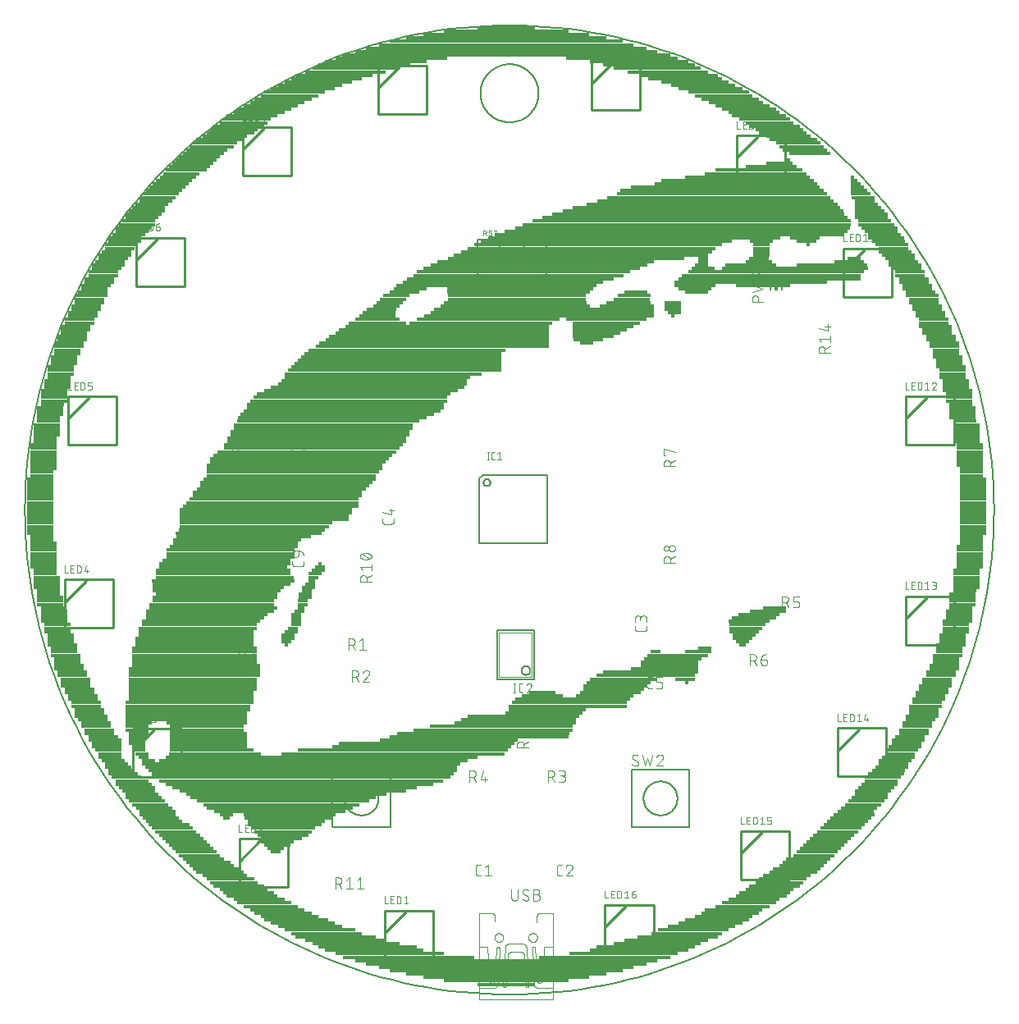
<source format=gto>
G75*
%MOIN*%
%OFA0B0*%
%FSLAX25Y25*%
%IPPOS*%
%LPD*%
%AMOC8*
5,1,8,0,0,1.08239X$1,22.5*
%
%ADD10C,0.00600*%
%ADD11R,0.23425X0.01378*%
%ADD12R,0.50984X0.01378*%
%ADD13R,0.67520X0.01378*%
%ADD14R,0.81299X0.01378*%
%ADD15R,0.95079X0.01378*%
%ADD16R,1.03346X0.01378*%
%ADD17R,1.14370X0.01378*%
%ADD18R,1.22638X0.01378*%
%ADD19R,0.53740X0.01378*%
%ADD20R,0.44094X0.01378*%
%ADD21R,0.39961X0.01378*%
%ADD22R,0.35827X0.01378*%
%ADD23R,0.33071X0.01378*%
%ADD24R,0.34449X0.01378*%
%ADD25R,0.28937X0.01378*%
%ADD26R,0.26181X0.01378*%
%ADD27R,0.27559X0.01378*%
%ADD28R,0.22047X0.01378*%
%ADD29R,0.20669X0.01378*%
%ADD30R,0.19291X0.01378*%
%ADD31R,0.17913X0.01378*%
%ADD32R,0.16535X0.01378*%
%ADD33R,0.04134X0.01378*%
%ADD34R,0.06890X0.01378*%
%ADD35R,0.11024X0.01378*%
%ADD36R,0.13780X0.01378*%
%ADD37R,0.30315X0.01378*%
%ADD38R,0.15157X0.01378*%
%ADD39R,0.31693X0.01378*%
%ADD40R,0.02756X0.01378*%
%ADD41R,0.05512X0.01378*%
%ADD42R,0.37205X0.01378*%
%ADD43R,0.59252X0.01378*%
%ADD44R,0.63386X0.01378*%
%ADD45R,0.70276X0.01378*%
%ADD46R,0.75787X0.01378*%
%ADD47R,0.92323X0.01378*%
%ADD48R,0.99213X0.01378*%
%ADD49R,1.08858X0.01378*%
%ADD50R,1.15748X0.01378*%
%ADD51R,0.12402X0.01378*%
%ADD52R,1.21260X0.01378*%
%ADD53R,1.25394X0.01378*%
%ADD54R,1.26772X0.01378*%
%ADD55R,0.09646X0.01378*%
%ADD56R,1.29528X0.01378*%
%ADD57R,0.90945X0.01378*%
%ADD58R,0.85433X0.01378*%
%ADD59R,0.73031X0.01378*%
%ADD60R,0.71654X0.01378*%
%ADD61R,0.56496X0.01378*%
%ADD62R,0.08268X0.01378*%
%ADD63R,0.64764X0.01378*%
%ADD64R,0.57874X0.01378*%
%ADD65R,0.49606X0.01378*%
%ADD66R,0.46850X0.01378*%
%ADD67R,0.45472X0.01378*%
%ADD68R,0.48228X0.01378*%
%ADD69R,0.52362X0.01378*%
%ADD70R,0.24803X0.01378*%
%ADD71R,0.01378X0.01378*%
%ADD72R,0.38583X0.01378*%
%ADD73R,0.55118X0.01378*%
%ADD74R,0.60630X0.01378*%
%ADD75R,0.62008X0.01378*%
%ADD76R,0.68898X0.01378*%
%ADD77R,0.74409X0.01378*%
%ADD78R,0.77165X0.01378*%
%ADD79R,0.78543X0.01378*%
%ADD80R,0.79921X0.01378*%
%ADD81R,0.86811X0.01378*%
%ADD82R,0.84055X0.01378*%
%ADD83R,0.82677X0.01378*%
%ADD84R,0.93701X0.01378*%
%ADD85R,0.89567X0.01378*%
%ADD86R,0.88189X0.01378*%
%ADD87R,0.96457X0.01378*%
%ADD88R,1.01969X0.01378*%
%ADD89R,1.00591X0.01378*%
%ADD90R,1.18504X0.01378*%
%ADD91R,1.41929X0.01378*%
%ADD92R,1.39173X0.01378*%
%ADD93R,1.36417X0.01378*%
%ADD94R,1.33661X0.01378*%
%ADD95R,1.24016X0.01378*%
%ADD96R,0.66142X0.01378*%
%ADD97R,0.41339X0.01378*%
%ADD98C,0.00400*%
%ADD99C,0.00300*%
%ADD100C,0.00200*%
%ADD101C,0.00984*%
%ADD102R,0.00591X0.01181*%
%ADD103R,0.01181X0.01181*%
%ADD104C,0.00500*%
%ADD105C,0.00000*%
D10*
X0193025Y0135218D02*
X0208000Y0135218D01*
X0208000Y0155018D01*
X0193025Y0155018D01*
X0193025Y0135218D01*
X0203013Y0138718D02*
X0203015Y0138802D01*
X0203021Y0138887D01*
X0203031Y0138970D01*
X0203045Y0139054D01*
X0203062Y0139136D01*
X0203084Y0139218D01*
X0203109Y0139298D01*
X0203138Y0139377D01*
X0203171Y0139455D01*
X0203207Y0139531D01*
X0203247Y0139606D01*
X0203291Y0139678D01*
X0203337Y0139749D01*
X0203387Y0139817D01*
X0203440Y0139882D01*
X0203496Y0139945D01*
X0203555Y0140006D01*
X0203617Y0140063D01*
X0203681Y0140118D01*
X0203748Y0140169D01*
X0203817Y0140218D01*
X0203889Y0140263D01*
X0203962Y0140304D01*
X0204037Y0140342D01*
X0204114Y0140377D01*
X0204193Y0140408D01*
X0204273Y0140435D01*
X0204354Y0140458D01*
X0204436Y0140478D01*
X0204519Y0140494D01*
X0204602Y0140506D01*
X0204687Y0140514D01*
X0204771Y0140518D01*
X0204855Y0140518D01*
X0204939Y0140514D01*
X0205024Y0140506D01*
X0205107Y0140494D01*
X0205190Y0140478D01*
X0205272Y0140458D01*
X0205353Y0140435D01*
X0205433Y0140408D01*
X0205512Y0140377D01*
X0205589Y0140342D01*
X0205664Y0140304D01*
X0205737Y0140263D01*
X0205809Y0140218D01*
X0205878Y0140169D01*
X0205945Y0140118D01*
X0206009Y0140063D01*
X0206071Y0140006D01*
X0206130Y0139945D01*
X0206186Y0139882D01*
X0206239Y0139817D01*
X0206289Y0139749D01*
X0206335Y0139678D01*
X0206379Y0139606D01*
X0206419Y0139531D01*
X0206455Y0139455D01*
X0206488Y0139377D01*
X0206517Y0139298D01*
X0206542Y0139218D01*
X0206564Y0139136D01*
X0206581Y0139054D01*
X0206595Y0138970D01*
X0206605Y0138887D01*
X0206611Y0138802D01*
X0206613Y0138718D01*
X0206611Y0138634D01*
X0206605Y0138549D01*
X0206595Y0138466D01*
X0206581Y0138382D01*
X0206564Y0138300D01*
X0206542Y0138218D01*
X0206517Y0138138D01*
X0206488Y0138059D01*
X0206455Y0137981D01*
X0206419Y0137905D01*
X0206379Y0137830D01*
X0206335Y0137758D01*
X0206289Y0137687D01*
X0206239Y0137619D01*
X0206186Y0137554D01*
X0206130Y0137491D01*
X0206071Y0137430D01*
X0206009Y0137373D01*
X0205945Y0137318D01*
X0205878Y0137267D01*
X0205809Y0137218D01*
X0205737Y0137173D01*
X0205664Y0137132D01*
X0205589Y0137094D01*
X0205512Y0137059D01*
X0205433Y0137028D01*
X0205353Y0137001D01*
X0205272Y0136978D01*
X0205190Y0136958D01*
X0205107Y0136942D01*
X0205024Y0136930D01*
X0204939Y0136922D01*
X0204855Y0136918D01*
X0204771Y0136918D01*
X0204687Y0136922D01*
X0204602Y0136930D01*
X0204519Y0136942D01*
X0204436Y0136958D01*
X0204354Y0136978D01*
X0204273Y0137001D01*
X0204193Y0137028D01*
X0204114Y0137059D01*
X0204037Y0137094D01*
X0203962Y0137132D01*
X0203889Y0137173D01*
X0203817Y0137218D01*
X0203748Y0137267D01*
X0203681Y0137318D01*
X0203617Y0137373D01*
X0203555Y0137430D01*
X0203496Y0137491D01*
X0203440Y0137554D01*
X0203387Y0137619D01*
X0203337Y0137687D01*
X0203291Y0137758D01*
X0203247Y0137830D01*
X0203207Y0137905D01*
X0203171Y0137981D01*
X0203138Y0138059D01*
X0203109Y0138138D01*
X0203084Y0138218D01*
X0203062Y0138300D01*
X0203045Y0138382D01*
X0203031Y0138466D01*
X0203021Y0138549D01*
X0203015Y0138634D01*
X0203013Y0138718D01*
X0213564Y0190453D02*
X0185965Y0190453D01*
X0185965Y0216654D01*
X0187363Y0218051D01*
X0213564Y0218051D01*
X0213564Y0190453D01*
X0001300Y0203937D02*
X0001359Y0208768D01*
X0001537Y0213596D01*
X0001833Y0218418D01*
X0002248Y0223232D01*
X0002780Y0228034D01*
X0003431Y0232821D01*
X0004198Y0237591D01*
X0005082Y0242341D01*
X0006083Y0247067D01*
X0007199Y0251768D01*
X0008431Y0256439D01*
X0009776Y0261080D01*
X0011235Y0265685D01*
X0012807Y0270254D01*
X0014490Y0274782D01*
X0016284Y0279268D01*
X0018188Y0283709D01*
X0020200Y0288101D01*
X0022319Y0292443D01*
X0024544Y0296731D01*
X0026873Y0300964D01*
X0029306Y0305138D01*
X0031841Y0309251D01*
X0034475Y0313301D01*
X0037208Y0317285D01*
X0040039Y0321200D01*
X0042964Y0325045D01*
X0045983Y0328817D01*
X0049093Y0332514D01*
X0052294Y0336133D01*
X0055582Y0339673D01*
X0058956Y0343131D01*
X0062414Y0346505D01*
X0065954Y0349793D01*
X0069573Y0352994D01*
X0073270Y0356104D01*
X0077042Y0359123D01*
X0080887Y0362048D01*
X0084802Y0364879D01*
X0088786Y0367612D01*
X0092836Y0370246D01*
X0096949Y0372781D01*
X0101123Y0375214D01*
X0105356Y0377543D01*
X0109644Y0379768D01*
X0113986Y0381887D01*
X0118378Y0383899D01*
X0122819Y0385803D01*
X0127305Y0387597D01*
X0131833Y0389280D01*
X0136402Y0390852D01*
X0141007Y0392311D01*
X0145648Y0393656D01*
X0150319Y0394888D01*
X0155020Y0396004D01*
X0159746Y0397005D01*
X0164496Y0397889D01*
X0169266Y0398656D01*
X0174053Y0399307D01*
X0178855Y0399839D01*
X0183669Y0400254D01*
X0188491Y0400550D01*
X0193319Y0400728D01*
X0198150Y0400787D01*
X0202981Y0400728D01*
X0207809Y0400550D01*
X0212631Y0400254D01*
X0217445Y0399839D01*
X0222247Y0399307D01*
X0227034Y0398656D01*
X0231804Y0397889D01*
X0236554Y0397005D01*
X0241280Y0396004D01*
X0245981Y0394888D01*
X0250652Y0393656D01*
X0255293Y0392311D01*
X0259898Y0390852D01*
X0264467Y0389280D01*
X0268995Y0387597D01*
X0273481Y0385803D01*
X0277922Y0383899D01*
X0282314Y0381887D01*
X0286656Y0379768D01*
X0290944Y0377543D01*
X0295177Y0375214D01*
X0299351Y0372781D01*
X0303464Y0370246D01*
X0307514Y0367612D01*
X0311498Y0364879D01*
X0315413Y0362048D01*
X0319258Y0359123D01*
X0323030Y0356104D01*
X0326727Y0352994D01*
X0330346Y0349793D01*
X0333886Y0346505D01*
X0337344Y0343131D01*
X0340718Y0339673D01*
X0344006Y0336133D01*
X0347207Y0332514D01*
X0350317Y0328817D01*
X0353336Y0325045D01*
X0356261Y0321200D01*
X0359092Y0317285D01*
X0361825Y0313301D01*
X0364459Y0309251D01*
X0366994Y0305138D01*
X0369427Y0300964D01*
X0371756Y0296731D01*
X0373981Y0292443D01*
X0376100Y0288101D01*
X0378112Y0283709D01*
X0380016Y0279268D01*
X0381810Y0274782D01*
X0383493Y0270254D01*
X0385065Y0265685D01*
X0386524Y0261080D01*
X0387869Y0256439D01*
X0389101Y0251768D01*
X0390217Y0247067D01*
X0391218Y0242341D01*
X0392102Y0237591D01*
X0392869Y0232821D01*
X0393520Y0228034D01*
X0394052Y0223232D01*
X0394467Y0218418D01*
X0394763Y0213596D01*
X0394941Y0208768D01*
X0395000Y0203937D01*
X0394941Y0199106D01*
X0394763Y0194278D01*
X0394467Y0189456D01*
X0394052Y0184642D01*
X0393520Y0179840D01*
X0392869Y0175053D01*
X0392102Y0170283D01*
X0391218Y0165533D01*
X0390217Y0160807D01*
X0389101Y0156106D01*
X0387869Y0151435D01*
X0386524Y0146794D01*
X0385065Y0142189D01*
X0383493Y0137620D01*
X0381810Y0133092D01*
X0380016Y0128606D01*
X0378112Y0124165D01*
X0376100Y0119773D01*
X0373981Y0115431D01*
X0371756Y0111143D01*
X0369427Y0106910D01*
X0366994Y0102736D01*
X0364459Y0098623D01*
X0361825Y0094573D01*
X0359092Y0090589D01*
X0356261Y0086674D01*
X0353336Y0082829D01*
X0350317Y0079057D01*
X0347207Y0075360D01*
X0344006Y0071741D01*
X0340718Y0068201D01*
X0337344Y0064743D01*
X0333886Y0061369D01*
X0330346Y0058081D01*
X0326727Y0054880D01*
X0323030Y0051770D01*
X0319258Y0048751D01*
X0315413Y0045826D01*
X0311498Y0042995D01*
X0307514Y0040262D01*
X0303464Y0037628D01*
X0299351Y0035093D01*
X0295177Y0032660D01*
X0290944Y0030331D01*
X0286656Y0028106D01*
X0282314Y0025987D01*
X0277922Y0023975D01*
X0273481Y0022071D01*
X0268995Y0020277D01*
X0264467Y0018594D01*
X0259898Y0017022D01*
X0255293Y0015563D01*
X0250652Y0014218D01*
X0245981Y0012986D01*
X0241280Y0011870D01*
X0236554Y0010869D01*
X0231804Y0009985D01*
X0227034Y0009218D01*
X0222247Y0008567D01*
X0217445Y0008035D01*
X0212631Y0007620D01*
X0207809Y0007324D01*
X0202981Y0007146D01*
X0198150Y0007087D01*
X0193319Y0007146D01*
X0188491Y0007324D01*
X0183669Y0007620D01*
X0178855Y0008035D01*
X0174053Y0008567D01*
X0169266Y0009218D01*
X0164496Y0009985D01*
X0159746Y0010869D01*
X0155020Y0011870D01*
X0150319Y0012986D01*
X0145648Y0014218D01*
X0141007Y0015563D01*
X0136402Y0017022D01*
X0131833Y0018594D01*
X0127305Y0020277D01*
X0122819Y0022071D01*
X0118378Y0023975D01*
X0113986Y0025987D01*
X0109644Y0028106D01*
X0105356Y0030331D01*
X0101123Y0032660D01*
X0096949Y0035093D01*
X0092836Y0037628D01*
X0088786Y0040262D01*
X0084802Y0042995D01*
X0080887Y0045826D01*
X0077042Y0048751D01*
X0073270Y0051770D01*
X0069573Y0054880D01*
X0065954Y0058081D01*
X0062414Y0061369D01*
X0058956Y0064743D01*
X0055582Y0068201D01*
X0052294Y0071741D01*
X0049093Y0075360D01*
X0045983Y0079057D01*
X0042964Y0082829D01*
X0040039Y0086674D01*
X0037208Y0090589D01*
X0034475Y0094573D01*
X0031841Y0098623D01*
X0029306Y0102736D01*
X0026873Y0106910D01*
X0024544Y0111143D01*
X0022319Y0115431D01*
X0020200Y0119773D01*
X0018188Y0124165D01*
X0016284Y0128606D01*
X0014490Y0133092D01*
X0012807Y0137620D01*
X0011235Y0142189D01*
X0009776Y0146794D01*
X0008431Y0151435D01*
X0007199Y0156106D01*
X0006083Y0160807D01*
X0005082Y0165533D01*
X0004198Y0170283D01*
X0003431Y0175053D01*
X0002780Y0179840D01*
X0002248Y0184642D01*
X0001833Y0189456D01*
X0001537Y0194278D01*
X0001359Y0199106D01*
X0001300Y0203937D01*
X0187551Y0215052D02*
X0187553Y0215127D01*
X0187559Y0215201D01*
X0187569Y0215275D01*
X0187582Y0215348D01*
X0187600Y0215421D01*
X0187621Y0215492D01*
X0187646Y0215563D01*
X0187675Y0215632D01*
X0187708Y0215699D01*
X0187744Y0215764D01*
X0187783Y0215828D01*
X0187825Y0215889D01*
X0187871Y0215948D01*
X0187920Y0216005D01*
X0187972Y0216058D01*
X0188026Y0216109D01*
X0188083Y0216158D01*
X0188143Y0216202D01*
X0188205Y0216244D01*
X0188269Y0216283D01*
X0188335Y0216318D01*
X0188402Y0216349D01*
X0188472Y0216377D01*
X0188542Y0216401D01*
X0188614Y0216422D01*
X0188687Y0216438D01*
X0188760Y0216451D01*
X0188835Y0216460D01*
X0188909Y0216465D01*
X0188984Y0216466D01*
X0189058Y0216463D01*
X0189133Y0216456D01*
X0189206Y0216445D01*
X0189280Y0216431D01*
X0189352Y0216412D01*
X0189423Y0216390D01*
X0189493Y0216364D01*
X0189562Y0216334D01*
X0189628Y0216301D01*
X0189693Y0216264D01*
X0189756Y0216224D01*
X0189817Y0216180D01*
X0189875Y0216134D01*
X0189931Y0216084D01*
X0189984Y0216032D01*
X0190035Y0215977D01*
X0190082Y0215919D01*
X0190126Y0215859D01*
X0190167Y0215796D01*
X0190205Y0215732D01*
X0190239Y0215666D01*
X0190270Y0215597D01*
X0190297Y0215528D01*
X0190320Y0215457D01*
X0190339Y0215385D01*
X0190355Y0215312D01*
X0190367Y0215238D01*
X0190375Y0215164D01*
X0190379Y0215089D01*
X0190379Y0215015D01*
X0190375Y0214940D01*
X0190367Y0214866D01*
X0190355Y0214792D01*
X0190339Y0214719D01*
X0190320Y0214647D01*
X0190297Y0214576D01*
X0190270Y0214507D01*
X0190239Y0214438D01*
X0190205Y0214372D01*
X0190167Y0214308D01*
X0190126Y0214245D01*
X0190082Y0214185D01*
X0190035Y0214127D01*
X0189984Y0214072D01*
X0189931Y0214020D01*
X0189875Y0213970D01*
X0189817Y0213924D01*
X0189756Y0213880D01*
X0189693Y0213840D01*
X0189628Y0213803D01*
X0189562Y0213770D01*
X0189493Y0213740D01*
X0189423Y0213714D01*
X0189352Y0213692D01*
X0189280Y0213673D01*
X0189206Y0213659D01*
X0189133Y0213648D01*
X0189058Y0213641D01*
X0188984Y0213638D01*
X0188909Y0213639D01*
X0188835Y0213644D01*
X0188760Y0213653D01*
X0188687Y0213666D01*
X0188614Y0213682D01*
X0188542Y0213703D01*
X0188472Y0213727D01*
X0188402Y0213755D01*
X0188335Y0213786D01*
X0188269Y0213821D01*
X0188205Y0213860D01*
X0188143Y0213902D01*
X0188083Y0213946D01*
X0188026Y0213995D01*
X0187972Y0214046D01*
X0187920Y0214099D01*
X0187871Y0214156D01*
X0187825Y0214215D01*
X0187783Y0214276D01*
X0187744Y0214340D01*
X0187708Y0214405D01*
X0187675Y0214472D01*
X0187646Y0214541D01*
X0187621Y0214612D01*
X0187600Y0214683D01*
X0187582Y0214756D01*
X0187569Y0214829D01*
X0187559Y0214903D01*
X0187553Y0214977D01*
X0187551Y0215052D01*
X0186339Y0373228D02*
X0186343Y0373518D01*
X0186353Y0373808D01*
X0186371Y0374097D01*
X0186396Y0374386D01*
X0186428Y0374674D01*
X0186467Y0374961D01*
X0186513Y0375247D01*
X0186566Y0375532D01*
X0186626Y0375816D01*
X0186693Y0376098D01*
X0186767Y0376378D01*
X0186848Y0376657D01*
X0186935Y0376933D01*
X0187029Y0377207D01*
X0187130Y0377479D01*
X0187238Y0377748D01*
X0187352Y0378014D01*
X0187473Y0378278D01*
X0187600Y0378538D01*
X0187734Y0378796D01*
X0187873Y0379050D01*
X0188019Y0379300D01*
X0188171Y0379547D01*
X0188330Y0379790D01*
X0188494Y0380029D01*
X0188663Y0380264D01*
X0188839Y0380495D01*
X0189020Y0380721D01*
X0189207Y0380943D01*
X0189399Y0381160D01*
X0189596Y0381372D01*
X0189798Y0381580D01*
X0190006Y0381782D01*
X0190218Y0381979D01*
X0190435Y0382171D01*
X0190657Y0382358D01*
X0190883Y0382539D01*
X0191114Y0382715D01*
X0191349Y0382884D01*
X0191588Y0383048D01*
X0191831Y0383207D01*
X0192078Y0383359D01*
X0192328Y0383505D01*
X0192582Y0383644D01*
X0192840Y0383778D01*
X0193100Y0383905D01*
X0193364Y0384026D01*
X0193630Y0384140D01*
X0193899Y0384248D01*
X0194171Y0384349D01*
X0194445Y0384443D01*
X0194721Y0384530D01*
X0195000Y0384611D01*
X0195280Y0384685D01*
X0195562Y0384752D01*
X0195846Y0384812D01*
X0196131Y0384865D01*
X0196417Y0384911D01*
X0196704Y0384950D01*
X0196992Y0384982D01*
X0197281Y0385007D01*
X0197570Y0385025D01*
X0197860Y0385035D01*
X0198150Y0385039D01*
X0198440Y0385035D01*
X0198730Y0385025D01*
X0199019Y0385007D01*
X0199308Y0384982D01*
X0199596Y0384950D01*
X0199883Y0384911D01*
X0200169Y0384865D01*
X0200454Y0384812D01*
X0200738Y0384752D01*
X0201020Y0384685D01*
X0201300Y0384611D01*
X0201579Y0384530D01*
X0201855Y0384443D01*
X0202129Y0384349D01*
X0202401Y0384248D01*
X0202670Y0384140D01*
X0202936Y0384026D01*
X0203200Y0383905D01*
X0203460Y0383778D01*
X0203718Y0383644D01*
X0203972Y0383505D01*
X0204222Y0383359D01*
X0204469Y0383207D01*
X0204712Y0383048D01*
X0204951Y0382884D01*
X0205186Y0382715D01*
X0205417Y0382539D01*
X0205643Y0382358D01*
X0205865Y0382171D01*
X0206082Y0381979D01*
X0206294Y0381782D01*
X0206502Y0381580D01*
X0206704Y0381372D01*
X0206901Y0381160D01*
X0207093Y0380943D01*
X0207280Y0380721D01*
X0207461Y0380495D01*
X0207637Y0380264D01*
X0207806Y0380029D01*
X0207970Y0379790D01*
X0208129Y0379547D01*
X0208281Y0379300D01*
X0208427Y0379050D01*
X0208566Y0378796D01*
X0208700Y0378538D01*
X0208827Y0378278D01*
X0208948Y0378014D01*
X0209062Y0377748D01*
X0209170Y0377479D01*
X0209271Y0377207D01*
X0209365Y0376933D01*
X0209452Y0376657D01*
X0209533Y0376378D01*
X0209607Y0376098D01*
X0209674Y0375816D01*
X0209734Y0375532D01*
X0209787Y0375247D01*
X0209833Y0374961D01*
X0209872Y0374674D01*
X0209904Y0374386D01*
X0209929Y0374097D01*
X0209947Y0373808D01*
X0209957Y0373518D01*
X0209961Y0373228D01*
X0209957Y0372938D01*
X0209947Y0372648D01*
X0209929Y0372359D01*
X0209904Y0372070D01*
X0209872Y0371782D01*
X0209833Y0371495D01*
X0209787Y0371209D01*
X0209734Y0370924D01*
X0209674Y0370640D01*
X0209607Y0370358D01*
X0209533Y0370078D01*
X0209452Y0369799D01*
X0209365Y0369523D01*
X0209271Y0369249D01*
X0209170Y0368977D01*
X0209062Y0368708D01*
X0208948Y0368442D01*
X0208827Y0368178D01*
X0208700Y0367918D01*
X0208566Y0367660D01*
X0208427Y0367406D01*
X0208281Y0367156D01*
X0208129Y0366909D01*
X0207970Y0366666D01*
X0207806Y0366427D01*
X0207637Y0366192D01*
X0207461Y0365961D01*
X0207280Y0365735D01*
X0207093Y0365513D01*
X0206901Y0365296D01*
X0206704Y0365084D01*
X0206502Y0364876D01*
X0206294Y0364674D01*
X0206082Y0364477D01*
X0205865Y0364285D01*
X0205643Y0364098D01*
X0205417Y0363917D01*
X0205186Y0363741D01*
X0204951Y0363572D01*
X0204712Y0363408D01*
X0204469Y0363249D01*
X0204222Y0363097D01*
X0203972Y0362951D01*
X0203718Y0362812D01*
X0203460Y0362678D01*
X0203200Y0362551D01*
X0202936Y0362430D01*
X0202670Y0362316D01*
X0202401Y0362208D01*
X0202129Y0362107D01*
X0201855Y0362013D01*
X0201579Y0361926D01*
X0201300Y0361845D01*
X0201020Y0361771D01*
X0200738Y0361704D01*
X0200454Y0361644D01*
X0200169Y0361591D01*
X0199883Y0361545D01*
X0199596Y0361506D01*
X0199308Y0361474D01*
X0199019Y0361449D01*
X0198730Y0361431D01*
X0198440Y0361421D01*
X0198150Y0361417D01*
X0197860Y0361421D01*
X0197570Y0361431D01*
X0197281Y0361449D01*
X0196992Y0361474D01*
X0196704Y0361506D01*
X0196417Y0361545D01*
X0196131Y0361591D01*
X0195846Y0361644D01*
X0195562Y0361704D01*
X0195280Y0361771D01*
X0195000Y0361845D01*
X0194721Y0361926D01*
X0194445Y0362013D01*
X0194171Y0362107D01*
X0193899Y0362208D01*
X0193630Y0362316D01*
X0193364Y0362430D01*
X0193100Y0362551D01*
X0192840Y0362678D01*
X0192582Y0362812D01*
X0192328Y0362951D01*
X0192078Y0363097D01*
X0191831Y0363249D01*
X0191588Y0363408D01*
X0191349Y0363572D01*
X0191114Y0363741D01*
X0190883Y0363917D01*
X0190657Y0364098D01*
X0190435Y0364285D01*
X0190218Y0364477D01*
X0190006Y0364674D01*
X0189798Y0364876D01*
X0189596Y0365084D01*
X0189399Y0365296D01*
X0189207Y0365513D01*
X0189020Y0365735D01*
X0188839Y0365961D01*
X0188663Y0366192D01*
X0188494Y0366427D01*
X0188330Y0366666D01*
X0188171Y0366909D01*
X0188019Y0367156D01*
X0187873Y0367406D01*
X0187734Y0367660D01*
X0187600Y0367918D01*
X0187473Y0368178D01*
X0187352Y0368442D01*
X0187238Y0368708D01*
X0187130Y0368977D01*
X0187029Y0369249D01*
X0186935Y0369523D01*
X0186848Y0369799D01*
X0186767Y0370078D01*
X0186693Y0370358D01*
X0186626Y0370640D01*
X0186566Y0370924D01*
X0186513Y0371209D01*
X0186467Y0371495D01*
X0186428Y0371782D01*
X0186396Y0372070D01*
X0186371Y0372359D01*
X0186353Y0372648D01*
X0186343Y0372938D01*
X0186339Y0373228D01*
D11*
X0196969Y0399803D03*
X0108780Y0372244D03*
X0106024Y0370866D03*
X0144607Y0279921D03*
X0264489Y0143504D03*
X0263111Y0142126D03*
X0263111Y0140748D03*
X0236930Y0128346D03*
X0289292Y0041535D03*
X0287914Y0040157D03*
X0285158Y0038780D03*
X0196969Y0011220D03*
X0108780Y0038780D03*
X0106024Y0040157D03*
X0106024Y0073228D03*
X0285158Y0372244D03*
X0287914Y0370866D03*
D12*
X0294804Y0339173D03*
X0196969Y0398425D03*
X0086733Y0190354D03*
X0078465Y0168307D03*
X0077087Y0165551D03*
X0070198Y0147638D03*
X0070198Y0146260D03*
X0070198Y0144882D03*
X0070198Y0143504D03*
X0070198Y0142126D03*
X0068820Y0129724D03*
X0068820Y0128346D03*
X0068820Y0126969D03*
X0067442Y0124213D03*
X0067442Y0122835D03*
X0196969Y0012598D03*
D13*
X0196969Y0013976D03*
X0196969Y0397047D03*
D14*
X0196969Y0395669D03*
X0195591Y0296457D03*
X0192835Y0295079D03*
X0154253Y0266142D03*
X0107402Y0088386D03*
X0196969Y0015354D03*
D15*
X0196969Y0016732D03*
X0166654Y0270276D03*
X0196969Y0394291D03*
D16*
X0196969Y0392913D03*
X0227284Y0307480D03*
X0196969Y0018110D03*
D17*
X0196969Y0019488D03*
X0276891Y0325394D03*
X0196969Y0391535D03*
D18*
X0196969Y0390157D03*
X0114292Y0096654D03*
X0196969Y0020866D03*
D19*
X0157009Y0022244D03*
X0104646Y0081496D03*
X0070198Y0136614D03*
X0070198Y0137992D03*
X0070198Y0139370D03*
X0079843Y0172441D03*
X0082599Y0182087D03*
X0236930Y0022244D03*
D20*
X0244509Y0023622D03*
X0149430Y0023622D03*
D21*
X0143229Y0025000D03*
X0140473Y0026378D03*
X0250709Y0025000D03*
X0253465Y0026378D03*
X0253465Y0136614D03*
X0250709Y0386024D03*
D22*
X0258288Y0383268D03*
X0299627Y0341929D03*
X0135650Y0383268D03*
X0108091Y0078740D03*
X0135650Y0027756D03*
X0258288Y0027756D03*
D23*
X0266556Y0030512D03*
X0131517Y0029134D03*
X0127383Y0030512D03*
X0075020Y0117323D03*
X0237619Y0281299D03*
X0262422Y0381890D03*
X0131517Y0381890D03*
D24*
X0077087Y0106299D03*
X0261733Y0029134D03*
D25*
X0270001Y0031890D03*
X0272757Y0033268D03*
X0123938Y0031890D03*
X0121182Y0033268D03*
X0329253Y0303346D03*
X0123938Y0379134D03*
D26*
X0117048Y0376378D03*
X0114292Y0375000D03*
X0276891Y0376378D03*
X0279646Y0375000D03*
X0242442Y0133858D03*
X0241064Y0132480D03*
X0282402Y0037402D03*
X0279646Y0036024D03*
X0117048Y0034646D03*
X0114292Y0036024D03*
X0111536Y0037402D03*
X0106024Y0074606D03*
D27*
X0244509Y0135236D03*
X0261044Y0139370D03*
X0276202Y0034646D03*
X0237619Y0279921D03*
X0273446Y0377756D03*
X0120493Y0377756D03*
D28*
X0103957Y0369488D03*
X0101202Y0368110D03*
X0098446Y0366732D03*
X0234863Y0277165D03*
X0245887Y0286811D03*
X0301005Y0295079D03*
X0299627Y0363976D03*
X0295493Y0366732D03*
X0292737Y0368110D03*
X0289981Y0369488D03*
X0295493Y0044291D03*
X0292737Y0042913D03*
X0103957Y0041535D03*
X0101202Y0042913D03*
X0098446Y0044291D03*
D29*
X0096379Y0045669D03*
X0093623Y0047047D03*
X0092245Y0048425D03*
X0088111Y0051181D03*
X0106024Y0071850D03*
X0297560Y0045669D03*
X0300316Y0047047D03*
X0301694Y0048425D03*
X0305828Y0051181D03*
X0296182Y0303346D03*
X0304450Y0343307D03*
X0305828Y0359843D03*
X0301694Y0362598D03*
X0297560Y0365354D03*
X0096379Y0365354D03*
X0093623Y0363976D03*
X0088111Y0359843D03*
D30*
X0090178Y0361220D03*
X0091556Y0362598D03*
X0086044Y0358465D03*
X0084666Y0357087D03*
X0080532Y0354331D03*
X0233485Y0275787D03*
X0309272Y0357087D03*
X0307894Y0358465D03*
X0303761Y0361220D03*
X0313406Y0354331D03*
X0314784Y0058071D03*
X0313406Y0056693D03*
X0310650Y0055315D03*
X0309272Y0053937D03*
X0307894Y0052559D03*
X0303761Y0049803D03*
X0090178Y0049803D03*
X0086044Y0052559D03*
X0084666Y0053937D03*
X0080532Y0056693D03*
X0079154Y0058071D03*
D31*
X0077087Y0059449D03*
X0075709Y0060827D03*
X0082599Y0055315D03*
X0297560Y0160039D03*
X0319607Y0062205D03*
X0318229Y0060827D03*
X0316851Y0059449D03*
X0144607Y0281299D03*
X0077087Y0351575D03*
X0078465Y0352953D03*
X0082599Y0355709D03*
X0246576Y0288189D03*
X0311339Y0355709D03*
X0315473Y0352953D03*
X0316851Y0351575D03*
X0318229Y0350197D03*
D32*
X0068131Y0067717D03*
X0066753Y0069094D03*
X0065375Y0070472D03*
X0063997Y0071850D03*
X0062619Y0073228D03*
X0061241Y0074606D03*
X0059863Y0075984D03*
X0069509Y0066339D03*
X0070887Y0064961D03*
X0072265Y0063583D03*
X0073643Y0062205D03*
X0105335Y0070472D03*
X0211438Y0128346D03*
X0295493Y0158661D03*
X0299627Y0161417D03*
X0338209Y0080118D03*
X0336831Y0078740D03*
X0335454Y0077362D03*
X0334076Y0075984D03*
X0332698Y0074606D03*
X0331320Y0073228D03*
X0329942Y0071850D03*
X0328564Y0070472D03*
X0327186Y0069094D03*
X0325808Y0067717D03*
X0324430Y0066339D03*
X0323052Y0064961D03*
X0321674Y0063583D03*
X0232107Y0274409D03*
X0273446Y0295079D03*
X0320296Y0348819D03*
X0075020Y0350197D03*
X0073643Y0348819D03*
X0072265Y0347441D03*
X0070887Y0346063D03*
X0069509Y0344685D03*
X0068131Y0343307D03*
X0066753Y0341929D03*
D33*
X0121182Y0180709D03*
X0118426Y0176575D03*
X0117048Y0173819D03*
X0115670Y0171063D03*
X0114292Y0166929D03*
X0114292Y0165551D03*
X0112914Y0162795D03*
X0111536Y0161417D03*
X0111536Y0160039D03*
X0111536Y0158661D03*
X0111536Y0157283D03*
X0110158Y0155906D03*
X0107402Y0150394D03*
X0049528Y0103543D03*
X0048150Y0106299D03*
X0103269Y0064961D03*
X0257599Y0146260D03*
X0276891Y0304724D03*
X0276891Y0306102D03*
X0338898Y0336417D03*
D34*
X0340276Y0333661D03*
X0300316Y0311614D03*
X0300316Y0310236D03*
X0300316Y0308858D03*
X0300316Y0307480D03*
X0264489Y0288189D03*
X0264489Y0286811D03*
X0264489Y0285433D03*
X0103269Y0066339D03*
X0046772Y0109055D03*
X0046772Y0110433D03*
D35*
X0047461Y0117323D03*
X0035060Y0106299D03*
X0039194Y0099409D03*
X0040572Y0098031D03*
X0018524Y0142126D03*
X0018524Y0143504D03*
X0017146Y0146260D03*
X0017146Y0147638D03*
X0015769Y0150394D03*
X0015769Y0151772D03*
X0015769Y0153150D03*
X0014391Y0154528D03*
X0014391Y0155906D03*
X0014391Y0157283D03*
X0013013Y0158661D03*
X0013013Y0160039D03*
X0013013Y0161417D03*
X0013013Y0162795D03*
X0011635Y0165551D03*
X0011635Y0166929D03*
X0011635Y0168307D03*
X0010257Y0172441D03*
X0010257Y0173819D03*
X0010257Y0175197D03*
X0010257Y0176575D03*
X0008879Y0180709D03*
X0008879Y0182087D03*
X0008879Y0183465D03*
X0008879Y0184843D03*
X0008879Y0186220D03*
X0008879Y0187598D03*
X0008879Y0188976D03*
X0008879Y0190354D03*
X0007501Y0194488D03*
X0007501Y0195866D03*
X0007501Y0197244D03*
X0007501Y0198622D03*
X0007501Y0200000D03*
X0007501Y0201378D03*
X0007501Y0202756D03*
X0007501Y0204134D03*
X0007501Y0205512D03*
X0007501Y0206890D03*
X0007501Y0208268D03*
X0007501Y0209646D03*
X0007501Y0211024D03*
X0007501Y0212402D03*
X0007501Y0213780D03*
X0007501Y0215157D03*
X0007501Y0216535D03*
X0008879Y0220669D03*
X0008879Y0222047D03*
X0008879Y0223425D03*
X0008879Y0224803D03*
X0008879Y0226181D03*
X0008879Y0227559D03*
X0008879Y0228937D03*
X0008879Y0230315D03*
X0010257Y0234449D03*
X0010257Y0235827D03*
X0010257Y0237205D03*
X0010257Y0238583D03*
X0011635Y0242717D03*
X0011635Y0244094D03*
X0011635Y0245472D03*
X0013013Y0248228D03*
X0013013Y0249606D03*
X0013013Y0250984D03*
X0013013Y0252362D03*
X0014391Y0253740D03*
X0014391Y0255118D03*
X0014391Y0256496D03*
X0015769Y0259252D03*
X0015769Y0260630D03*
X0015769Y0262008D03*
X0017146Y0263386D03*
X0017146Y0264764D03*
X0017146Y0266142D03*
X0018524Y0267520D03*
X0018524Y0268898D03*
X0021280Y0275787D03*
X0029548Y0293701D03*
X0148052Y0286811D03*
X0149430Y0288189D03*
X0150808Y0289567D03*
X0152186Y0290945D03*
X0274824Y0146260D03*
X0211438Y0129724D03*
X0103957Y0067717D03*
X0299627Y0304724D03*
X0307894Y0344685D03*
X0343721Y0326772D03*
X0375414Y0268898D03*
X0375414Y0267520D03*
X0376792Y0264764D03*
X0376792Y0263386D03*
X0378170Y0260630D03*
X0378170Y0259252D03*
X0378170Y0257874D03*
X0379548Y0256496D03*
X0379548Y0255118D03*
X0379548Y0253740D03*
X0380926Y0250984D03*
X0380926Y0249606D03*
X0380926Y0248228D03*
X0382304Y0245472D03*
X0382304Y0244094D03*
X0382304Y0242717D03*
X0382304Y0241339D03*
X0383682Y0238583D03*
X0383682Y0237205D03*
X0383682Y0235827D03*
X0383682Y0234449D03*
X0383682Y0233071D03*
X0383682Y0231693D03*
X0385060Y0230315D03*
X0385060Y0228937D03*
X0385060Y0227559D03*
X0385060Y0226181D03*
X0385060Y0224803D03*
X0385060Y0223425D03*
X0385060Y0222047D03*
X0386438Y0216535D03*
X0386438Y0215157D03*
X0386438Y0213780D03*
X0386438Y0212402D03*
X0386438Y0211024D03*
X0386438Y0209646D03*
X0386438Y0208268D03*
X0386438Y0206890D03*
X0386438Y0205512D03*
X0386438Y0204134D03*
X0386438Y0202756D03*
X0386438Y0201378D03*
X0386438Y0200000D03*
X0386438Y0198622D03*
X0386438Y0197244D03*
X0386438Y0195866D03*
X0386438Y0194488D03*
X0385060Y0188976D03*
X0385060Y0187598D03*
X0385060Y0186220D03*
X0385060Y0184843D03*
X0385060Y0183465D03*
X0385060Y0182087D03*
X0385060Y0180709D03*
X0383682Y0179331D03*
X0383682Y0177953D03*
X0383682Y0176575D03*
X0383682Y0175197D03*
X0383682Y0173819D03*
X0383682Y0172441D03*
X0382304Y0169685D03*
X0382304Y0168307D03*
X0382304Y0166929D03*
X0382304Y0165551D03*
X0380926Y0162795D03*
X0380926Y0161417D03*
X0380926Y0160039D03*
X0379548Y0157283D03*
X0379548Y0155906D03*
X0379548Y0154528D03*
X0378170Y0153150D03*
X0378170Y0151772D03*
X0378170Y0150394D03*
X0376792Y0147638D03*
X0376792Y0146260D03*
X0375414Y0143504D03*
X0375414Y0142126D03*
D36*
X0371280Y0132480D03*
X0369902Y0129724D03*
X0368524Y0126969D03*
X0367146Y0124213D03*
X0365769Y0120079D03*
X0360257Y0110433D03*
X0358879Y0107677D03*
X0357501Y0106299D03*
X0356123Y0103543D03*
X0354745Y0102165D03*
X0353367Y0099409D03*
X0351989Y0098031D03*
X0349233Y0093898D03*
X0345099Y0088386D03*
X0294115Y0155906D03*
X0371280Y0278543D03*
X0365769Y0290945D03*
X0358879Y0303346D03*
X0356123Y0307480D03*
X0354745Y0308858D03*
X0353367Y0311614D03*
X0351989Y0312992D03*
X0350611Y0315748D03*
X0349233Y0317126D03*
X0346477Y0321260D03*
X0345099Y0322638D03*
X0345099Y0324016D03*
X0273446Y0293701D03*
X0248643Y0290945D03*
X0157698Y0293701D03*
X0145296Y0284055D03*
X0054351Y0329528D03*
X0052973Y0328150D03*
X0051595Y0326772D03*
X0048839Y0322638D03*
X0047461Y0321260D03*
X0044706Y0317126D03*
X0043328Y0315748D03*
X0041950Y0314370D03*
X0041950Y0312992D03*
X0040572Y0311614D03*
X0037816Y0307480D03*
X0035060Y0303346D03*
X0028170Y0290945D03*
X0028170Y0120079D03*
X0033682Y0110433D03*
X0044706Y0093898D03*
X0047461Y0089764D03*
X0048839Y0088386D03*
X0103957Y0069094D03*
D37*
X0106713Y0075984D03*
X0075020Y0114567D03*
X0075020Y0115945D03*
X0269312Y0379134D03*
D38*
X0347166Y0319882D03*
X0348544Y0318504D03*
X0351300Y0314370D03*
X0247954Y0289567D03*
X0144607Y0282677D03*
X0064686Y0340551D03*
X0063308Y0339173D03*
X0061930Y0337795D03*
X0060552Y0336417D03*
X0059174Y0335039D03*
X0057796Y0333661D03*
X0056418Y0332283D03*
X0055040Y0330906D03*
X0050906Y0325394D03*
X0049528Y0324016D03*
X0046772Y0319882D03*
X0045394Y0318504D03*
X0045394Y0092520D03*
X0046772Y0091142D03*
X0049528Y0087008D03*
X0050906Y0085630D03*
X0052284Y0084252D03*
X0053662Y0082874D03*
X0055040Y0081496D03*
X0055040Y0080118D03*
X0056418Y0078740D03*
X0057796Y0077362D03*
X0294804Y0157283D03*
X0303072Y0162795D03*
X0351300Y0096654D03*
X0349922Y0095276D03*
X0348544Y0092520D03*
X0347166Y0091142D03*
X0345788Y0089764D03*
X0344410Y0087008D03*
X0343032Y0085630D03*
X0341654Y0084252D03*
X0340276Y0082874D03*
X0338898Y0081496D03*
D39*
X0213505Y0122835D03*
X0212127Y0121457D03*
X0107402Y0077362D03*
X0075709Y0107677D03*
X0075709Y0109055D03*
X0075709Y0110433D03*
X0075709Y0111811D03*
X0075709Y0113189D03*
X0126694Y0380512D03*
X0267245Y0380512D03*
D40*
X0338209Y0337795D03*
X0292737Y0149016D03*
X0117737Y0175197D03*
X0113603Y0164173D03*
X0083288Y0078740D03*
D41*
X0083288Y0080118D03*
X0051595Y0102165D03*
X0048839Y0104921D03*
X0047461Y0107677D03*
X0108091Y0151772D03*
X0108091Y0153150D03*
X0109469Y0154528D03*
X0114981Y0168307D03*
X0114981Y0169685D03*
X0116359Y0172441D03*
X0119115Y0177953D03*
X0120493Y0179331D03*
X0229351Y0271654D03*
X0265178Y0284055D03*
X0276202Y0303346D03*
X0338209Y0306102D03*
X0339587Y0335039D03*
X0292737Y0150394D03*
X0277580Y0147638D03*
D42*
X0108780Y0080118D03*
X0078465Y0104921D03*
X0139095Y0384646D03*
X0254843Y0384646D03*
D43*
X0314095Y0301969D03*
X0202481Y0293701D03*
X0093623Y0195866D03*
X0092245Y0194488D03*
X0104646Y0082874D03*
D44*
X0105335Y0084252D03*
D45*
X0106024Y0085630D03*
X0187324Y0113189D03*
X0099135Y0202756D03*
X0099135Y0204134D03*
X0101891Y0206890D03*
X0107402Y0215157D03*
X0108780Y0216535D03*
X0110158Y0219291D03*
D46*
X0143229Y0256496D03*
X0144607Y0257874D03*
X0106024Y0087008D03*
D47*
X0110158Y0089764D03*
D48*
X0110847Y0091142D03*
D49*
X0112914Y0092520D03*
X0278269Y0326772D03*
D50*
X0113603Y0093898D03*
D51*
X0042639Y0095276D03*
X0041261Y0096654D03*
X0034371Y0107677D03*
X0034371Y0109055D03*
X0032993Y0111811D03*
X0031615Y0113189D03*
X0031615Y0114567D03*
X0030237Y0115945D03*
X0030237Y0117323D03*
X0028859Y0118701D03*
X0027481Y0121457D03*
X0027481Y0122835D03*
X0026103Y0124213D03*
X0026103Y0125591D03*
X0024725Y0126969D03*
X0024725Y0128346D03*
X0023347Y0129724D03*
X0023347Y0131102D03*
X0021969Y0132480D03*
X0021969Y0133858D03*
X0021969Y0135236D03*
X0020591Y0136614D03*
X0020591Y0137992D03*
X0019213Y0139370D03*
X0019213Y0140748D03*
X0017835Y0144882D03*
X0016457Y0149016D03*
X0019213Y0270276D03*
X0019213Y0271654D03*
X0020591Y0273031D03*
X0020591Y0274409D03*
X0021969Y0277165D03*
X0021969Y0278543D03*
X0023347Y0279921D03*
X0023347Y0281299D03*
X0024725Y0282677D03*
X0024725Y0284055D03*
X0026103Y0285433D03*
X0026103Y0286811D03*
X0027481Y0288189D03*
X0027481Y0289567D03*
X0028859Y0292323D03*
X0030237Y0295079D03*
X0031615Y0296457D03*
X0031615Y0297835D03*
X0032993Y0299213D03*
X0032993Y0300591D03*
X0034371Y0301969D03*
X0035749Y0304724D03*
X0037127Y0306102D03*
X0038505Y0308858D03*
X0039883Y0310236D03*
X0145985Y0285433D03*
X0155631Y0292323D03*
X0230040Y0273031D03*
X0318229Y0314370D03*
X0336143Y0304724D03*
X0354056Y0310236D03*
X0356812Y0306102D03*
X0358190Y0304724D03*
X0359568Y0301969D03*
X0360946Y0300591D03*
X0360946Y0299213D03*
X0362324Y0297835D03*
X0362324Y0296457D03*
X0363702Y0295079D03*
X0363702Y0293701D03*
X0365080Y0292323D03*
X0366457Y0289567D03*
X0366457Y0288189D03*
X0367835Y0286811D03*
X0367835Y0285433D03*
X0369213Y0284055D03*
X0369213Y0282677D03*
X0370591Y0281299D03*
X0370591Y0279921D03*
X0371969Y0277165D03*
X0371969Y0275787D03*
X0373347Y0274409D03*
X0373347Y0273031D03*
X0374725Y0271654D03*
X0374725Y0270276D03*
X0376103Y0266142D03*
X0377481Y0262008D03*
X0380237Y0252362D03*
X0344410Y0325394D03*
X0380237Y0158661D03*
X0377481Y0149016D03*
X0376103Y0144882D03*
X0374725Y0140748D03*
X0374725Y0139370D03*
X0373347Y0137992D03*
X0373347Y0136614D03*
X0371969Y0135236D03*
X0371969Y0133858D03*
X0370591Y0131102D03*
X0369213Y0128346D03*
X0367835Y0125591D03*
X0366457Y0122835D03*
X0366457Y0121457D03*
X0365080Y0118701D03*
X0363702Y0117323D03*
X0363702Y0115945D03*
X0362324Y0114567D03*
X0362324Y0113189D03*
X0360946Y0111811D03*
X0359568Y0109055D03*
X0356812Y0104921D03*
X0354056Y0100787D03*
X0293426Y0154528D03*
D52*
X0113603Y0095276D03*
D53*
X0114292Y0098031D03*
X0118426Y0102165D03*
D54*
X0121871Y0103543D03*
X0113603Y0099409D03*
D55*
X0046772Y0114567D03*
X0046772Y0115945D03*
X0035749Y0104921D03*
X0035749Y0103543D03*
X0037127Y0102165D03*
X0038505Y0100787D03*
X0012324Y0164173D03*
X0010946Y0169685D03*
X0010946Y0171063D03*
X0009568Y0177953D03*
X0009568Y0179331D03*
X0008190Y0191732D03*
X0008190Y0193110D03*
X0008190Y0217913D03*
X0008190Y0219291D03*
X0009568Y0231693D03*
X0009568Y0233071D03*
X0010946Y0239961D03*
X0010946Y0241339D03*
X0012324Y0246850D03*
X0015080Y0257874D03*
X0249331Y0292323D03*
X0274135Y0292323D03*
X0276891Y0301969D03*
X0300316Y0312992D03*
X0341654Y0330906D03*
X0343032Y0328150D03*
X0381615Y0246850D03*
X0382993Y0239961D03*
X0385749Y0220669D03*
X0385749Y0219291D03*
X0385749Y0217913D03*
X0385749Y0193110D03*
X0385749Y0191732D03*
X0385749Y0190354D03*
X0382993Y0171063D03*
X0381615Y0164173D03*
X0305828Y0164173D03*
X0293426Y0153150D03*
D56*
X0272068Y0321260D03*
X0113603Y0100787D03*
D57*
X0150808Y0104921D03*
X0168721Y0273031D03*
X0211438Y0284055D03*
X0283091Y0330906D03*
D58*
X0284469Y0332283D03*
X0201792Y0299213D03*
X0171477Y0277165D03*
X0152186Y0262008D03*
X0154942Y0106299D03*
D59*
X0162520Y0107677D03*
X0185946Y0111811D03*
X0112914Y0224803D03*
X0114292Y0226181D03*
X0115670Y0227559D03*
X0118426Y0230315D03*
X0119804Y0231693D03*
X0119804Y0233071D03*
X0121182Y0234449D03*
X0121182Y0235827D03*
X0122560Y0237205D03*
X0122560Y0238583D03*
X0304450Y0299213D03*
D60*
X0306517Y0300591D03*
X0117737Y0228937D03*
X0112225Y0223425D03*
X0110847Y0222047D03*
X0110847Y0220669D03*
X0101202Y0205512D03*
X0164587Y0109055D03*
D61*
X0173544Y0110433D03*
X0081221Y0173819D03*
X0082599Y0176575D03*
X0201103Y0289567D03*
X0201103Y0290945D03*
D62*
X0299627Y0306102D03*
X0318918Y0312992D03*
X0340965Y0332283D03*
X0342343Y0329528D03*
X0292737Y0151772D03*
X0269312Y0135236D03*
X0047461Y0113189D03*
X0047461Y0111811D03*
D63*
X0191457Y0114567D03*
D64*
X0194902Y0115945D03*
X0081910Y0175197D03*
X0186635Y0279921D03*
X0189391Y0281299D03*
X0200414Y0288189D03*
X0201792Y0292323D03*
D65*
X0079154Y0169685D03*
X0077776Y0166929D03*
X0075020Y0161417D03*
X0066753Y0121457D03*
X0066753Y0120079D03*
X0066753Y0118701D03*
X0200414Y0117323D03*
D66*
X0201792Y0118701D03*
X0222461Y0125591D03*
X0223839Y0126969D03*
X0072265Y0157283D03*
X0070887Y0154528D03*
X0070887Y0153150D03*
D67*
X0203859Y0120079D03*
X0243820Y0387402D03*
X0150119Y0387402D03*
D68*
X0074331Y0160039D03*
X0072954Y0158661D03*
X0071576Y0155906D03*
X0070198Y0151772D03*
X0070198Y0150394D03*
X0070198Y0149016D03*
X0221772Y0124213D03*
D69*
X0084666Y0184843D03*
X0084666Y0186220D03*
X0084666Y0187598D03*
X0086044Y0188976D03*
X0087422Y0191732D03*
X0083288Y0183465D03*
X0081910Y0180709D03*
X0079154Y0171063D03*
X0077776Y0164173D03*
X0076398Y0162795D03*
X0070887Y0140748D03*
X0069509Y0135236D03*
X0069509Y0133858D03*
X0069509Y0132480D03*
X0069509Y0131102D03*
X0068131Y0125591D03*
D70*
X0236241Y0278543D03*
X0283091Y0373622D03*
X0110847Y0373622D03*
X0266556Y0144882D03*
X0240375Y0131102D03*
X0238997Y0129724D03*
D71*
X0270001Y0133858D03*
X0264489Y0282677D03*
X0319607Y0311614D03*
X0337520Y0339173D03*
X0311339Y0346063D03*
X0121182Y0182087D03*
X0107402Y0149016D03*
D72*
X0255532Y0137992D03*
D73*
X0090178Y0193110D03*
X0081910Y0179331D03*
X0081910Y0177953D03*
D74*
X0094312Y0197244D03*
X0200414Y0286811D03*
D75*
X0290670Y0337795D03*
X0296182Y0296457D03*
X0095001Y0198622D03*
D76*
X0098446Y0200000D03*
X0098446Y0201378D03*
X0102580Y0208268D03*
X0103957Y0209646D03*
X0103957Y0211024D03*
X0105335Y0212402D03*
X0106713Y0213780D03*
X0109469Y0217913D03*
D77*
X0124627Y0239961D03*
X0303761Y0297835D03*
D78*
X0285847Y0335039D03*
X0142540Y0255118D03*
X0126005Y0241339D03*
D79*
X0128072Y0242717D03*
X0133583Y0249606D03*
X0134961Y0250984D03*
X0137717Y0252362D03*
X0140473Y0253740D03*
D80*
X0146674Y0259252D03*
X0154942Y0267520D03*
X0156320Y0268898D03*
X0132894Y0248228D03*
X0131517Y0246850D03*
X0131517Y0245472D03*
X0130139Y0244094D03*
D81*
X0151497Y0260630D03*
X0170788Y0275787D03*
X0203859Y0300591D03*
D82*
X0198347Y0297835D03*
X0152875Y0263386D03*
D83*
X0153564Y0264764D03*
X0172855Y0278543D03*
X0284469Y0333661D03*
D84*
X0210060Y0282677D03*
X0167343Y0271654D03*
D85*
X0169410Y0274409D03*
X0212127Y0285433D03*
D86*
X0207304Y0301969D03*
X0210060Y0303346D03*
X0212816Y0304724D03*
D87*
X0221083Y0306102D03*
X0281713Y0329528D03*
D88*
X0280335Y0328150D03*
X0237619Y0312992D03*
X0229351Y0308858D03*
D89*
X0231418Y0310236D03*
X0234174Y0311614D03*
D90*
X0248643Y0314370D03*
X0274824Y0324016D03*
D91*
X0263111Y0315748D03*
D92*
X0265867Y0317126D03*
D93*
X0268623Y0318504D03*
D94*
X0270001Y0319882D03*
X0196969Y0388780D03*
D95*
X0273446Y0322638D03*
D96*
X0289981Y0336417D03*
D97*
X0298249Y0340551D03*
X0143918Y0386024D03*
D98*
X0187550Y0317556D02*
X0188134Y0317556D01*
X0188181Y0317554D01*
X0188228Y0317548D01*
X0188274Y0317539D01*
X0188319Y0317526D01*
X0188363Y0317509D01*
X0188405Y0317489D01*
X0188446Y0317466D01*
X0188484Y0317439D01*
X0188521Y0317409D01*
X0188554Y0317377D01*
X0188586Y0317342D01*
X0188614Y0317304D01*
X0188639Y0317265D01*
X0188661Y0317223D01*
X0188679Y0317180D01*
X0188694Y0317135D01*
X0188705Y0317090D01*
X0188713Y0317043D01*
X0188717Y0316996D01*
X0188717Y0316950D01*
X0188713Y0316903D01*
X0188705Y0316856D01*
X0188694Y0316811D01*
X0188679Y0316766D01*
X0188661Y0316723D01*
X0188639Y0316682D01*
X0188614Y0316642D01*
X0188586Y0316604D01*
X0188554Y0316569D01*
X0188521Y0316537D01*
X0188484Y0316507D01*
X0188446Y0316480D01*
X0188405Y0316457D01*
X0188363Y0316437D01*
X0188319Y0316420D01*
X0188274Y0316407D01*
X0188228Y0316398D01*
X0188181Y0316392D01*
X0188134Y0316390D01*
X0188134Y0316389D02*
X0187550Y0316389D01*
X0188250Y0316389D02*
X0188717Y0315456D01*
X0187550Y0315456D02*
X0187550Y0317556D01*
X0189995Y0316681D02*
X0190637Y0316331D01*
X0190404Y0315456D02*
X0190344Y0315458D01*
X0190285Y0315463D01*
X0190225Y0315472D01*
X0190167Y0315485D01*
X0190109Y0315501D01*
X0190053Y0315521D01*
X0189997Y0315544D01*
X0189944Y0315570D01*
X0189891Y0315600D01*
X0189841Y0315632D01*
X0189793Y0315668D01*
X0189747Y0315706D01*
X0189704Y0315748D01*
X0190637Y0316331D02*
X0190671Y0316309D01*
X0190703Y0316284D01*
X0190733Y0316256D01*
X0190761Y0316226D01*
X0190786Y0316193D01*
X0190808Y0316158D01*
X0190826Y0316122D01*
X0190842Y0316084D01*
X0190854Y0316045D01*
X0190863Y0316005D01*
X0190868Y0315964D01*
X0190870Y0315923D01*
X0190871Y0315923D02*
X0190869Y0315882D01*
X0190864Y0315842D01*
X0190855Y0315802D01*
X0190843Y0315763D01*
X0190827Y0315726D01*
X0190808Y0315690D01*
X0190787Y0315655D01*
X0190762Y0315623D01*
X0190734Y0315593D01*
X0190704Y0315565D01*
X0190672Y0315540D01*
X0190638Y0315519D01*
X0190601Y0315500D01*
X0190564Y0315484D01*
X0190525Y0315472D01*
X0190485Y0315463D01*
X0190445Y0315458D01*
X0190404Y0315456D01*
X0190754Y0317381D02*
X0190708Y0317413D01*
X0190660Y0317443D01*
X0190610Y0317469D01*
X0190559Y0317492D01*
X0190506Y0317511D01*
X0190452Y0317527D01*
X0190397Y0317540D01*
X0190341Y0317549D01*
X0190285Y0317554D01*
X0190229Y0317556D01*
X0190188Y0317554D01*
X0190148Y0317549D01*
X0190108Y0317540D01*
X0190069Y0317528D01*
X0190032Y0317512D01*
X0189996Y0317493D01*
X0189961Y0317472D01*
X0189929Y0317447D01*
X0189899Y0317419D01*
X0189871Y0317389D01*
X0189846Y0317357D01*
X0189825Y0317323D01*
X0189806Y0317286D01*
X0189790Y0317249D01*
X0189778Y0317210D01*
X0189769Y0317170D01*
X0189764Y0317130D01*
X0189762Y0317089D01*
X0189764Y0317048D01*
X0189769Y0317007D01*
X0189778Y0316967D01*
X0189790Y0316928D01*
X0189806Y0316890D01*
X0189824Y0316854D01*
X0189846Y0316819D01*
X0189871Y0316786D01*
X0189899Y0316756D01*
X0189929Y0316728D01*
X0189961Y0316703D01*
X0189995Y0316681D01*
X0191729Y0317556D02*
X0192895Y0317556D01*
X0192312Y0317556D02*
X0192312Y0315456D01*
X0197845Y0316681D02*
X0198487Y0316331D01*
X0198254Y0315456D02*
X0198194Y0315458D01*
X0198135Y0315463D01*
X0198075Y0315472D01*
X0198017Y0315485D01*
X0197959Y0315501D01*
X0197903Y0315521D01*
X0197847Y0315544D01*
X0197794Y0315570D01*
X0197741Y0315600D01*
X0197691Y0315632D01*
X0197643Y0315668D01*
X0197597Y0315706D01*
X0197554Y0315748D01*
X0198487Y0316331D02*
X0198521Y0316309D01*
X0198553Y0316284D01*
X0198583Y0316256D01*
X0198611Y0316226D01*
X0198636Y0316193D01*
X0198658Y0316158D01*
X0198676Y0316122D01*
X0198692Y0316084D01*
X0198704Y0316045D01*
X0198713Y0316005D01*
X0198718Y0315964D01*
X0198720Y0315923D01*
X0198721Y0315923D02*
X0198719Y0315882D01*
X0198714Y0315842D01*
X0198705Y0315802D01*
X0198693Y0315763D01*
X0198677Y0315726D01*
X0198658Y0315690D01*
X0198637Y0315655D01*
X0198612Y0315623D01*
X0198584Y0315593D01*
X0198554Y0315565D01*
X0198522Y0315540D01*
X0198488Y0315519D01*
X0198451Y0315500D01*
X0198414Y0315484D01*
X0198375Y0315472D01*
X0198335Y0315463D01*
X0198295Y0315458D01*
X0198254Y0315456D01*
X0198604Y0317381D02*
X0198558Y0317413D01*
X0198510Y0317443D01*
X0198460Y0317469D01*
X0198409Y0317492D01*
X0198356Y0317511D01*
X0198302Y0317527D01*
X0198247Y0317540D01*
X0198191Y0317549D01*
X0198135Y0317554D01*
X0198079Y0317556D01*
X0198038Y0317554D01*
X0197998Y0317549D01*
X0197958Y0317540D01*
X0197919Y0317528D01*
X0197882Y0317512D01*
X0197846Y0317493D01*
X0197811Y0317472D01*
X0197779Y0317447D01*
X0197749Y0317419D01*
X0197721Y0317389D01*
X0197696Y0317357D01*
X0197675Y0317323D01*
X0197656Y0317286D01*
X0197640Y0317249D01*
X0197628Y0317210D01*
X0197619Y0317170D01*
X0197614Y0317130D01*
X0197612Y0317089D01*
X0197614Y0317048D01*
X0197619Y0317007D01*
X0197628Y0316967D01*
X0197640Y0316928D01*
X0197656Y0316890D01*
X0197674Y0316854D01*
X0197696Y0316819D01*
X0197721Y0316786D01*
X0197749Y0316756D01*
X0197779Y0316728D01*
X0197811Y0316703D01*
X0197845Y0316681D01*
X0199719Y0317089D02*
X0199719Y0315923D01*
X0199718Y0315923D02*
X0199720Y0315882D01*
X0199725Y0315842D01*
X0199734Y0315802D01*
X0199746Y0315763D01*
X0199762Y0315726D01*
X0199781Y0315690D01*
X0199802Y0315655D01*
X0199827Y0315623D01*
X0199855Y0315593D01*
X0199885Y0315565D01*
X0199917Y0315540D01*
X0199952Y0315519D01*
X0199988Y0315500D01*
X0200025Y0315484D01*
X0200064Y0315472D01*
X0200104Y0315463D01*
X0200144Y0315458D01*
X0200185Y0315456D01*
X0200652Y0315456D01*
X0201729Y0315456D02*
X0201729Y0317556D01*
X0202195Y0316739D02*
X0202895Y0315456D01*
X0201729Y0316273D02*
X0202895Y0317556D01*
X0200652Y0317556D02*
X0200185Y0317556D01*
X0200142Y0317554D01*
X0200099Y0317548D01*
X0200057Y0317538D01*
X0200016Y0317524D01*
X0199977Y0317507D01*
X0199939Y0317486D01*
X0199904Y0317462D01*
X0199870Y0317434D01*
X0199840Y0317404D01*
X0199812Y0317370D01*
X0199788Y0317335D01*
X0199767Y0317297D01*
X0199750Y0317258D01*
X0199736Y0317217D01*
X0199726Y0317175D01*
X0199720Y0317132D01*
X0199718Y0317089D01*
X0205687Y0317556D02*
X0206387Y0316389D01*
X0207087Y0317556D01*
X0207087Y0315456D01*
X0208179Y0315456D02*
X0208645Y0315456D01*
X0208412Y0315456D02*
X0208412Y0317556D01*
X0208179Y0317556D02*
X0208645Y0317556D01*
X0209845Y0316681D02*
X0210487Y0316331D01*
X0210254Y0315456D02*
X0210194Y0315458D01*
X0210135Y0315463D01*
X0210075Y0315472D01*
X0210017Y0315485D01*
X0209959Y0315501D01*
X0209903Y0315521D01*
X0209847Y0315544D01*
X0209794Y0315570D01*
X0209741Y0315600D01*
X0209691Y0315632D01*
X0209643Y0315668D01*
X0209597Y0315706D01*
X0209554Y0315748D01*
X0210487Y0316331D02*
X0210521Y0316309D01*
X0210553Y0316284D01*
X0210583Y0316256D01*
X0210611Y0316226D01*
X0210636Y0316193D01*
X0210658Y0316158D01*
X0210676Y0316122D01*
X0210692Y0316084D01*
X0210704Y0316045D01*
X0210713Y0316005D01*
X0210718Y0315964D01*
X0210720Y0315923D01*
X0210721Y0315923D02*
X0210719Y0315882D01*
X0210714Y0315842D01*
X0210705Y0315802D01*
X0210693Y0315763D01*
X0210677Y0315726D01*
X0210658Y0315690D01*
X0210637Y0315655D01*
X0210612Y0315623D01*
X0210584Y0315593D01*
X0210554Y0315565D01*
X0210522Y0315540D01*
X0210488Y0315519D01*
X0210451Y0315500D01*
X0210414Y0315484D01*
X0210375Y0315472D01*
X0210335Y0315463D01*
X0210295Y0315458D01*
X0210254Y0315456D01*
X0210604Y0317381D02*
X0210558Y0317413D01*
X0210510Y0317443D01*
X0210460Y0317469D01*
X0210409Y0317492D01*
X0210356Y0317511D01*
X0210302Y0317527D01*
X0210247Y0317540D01*
X0210191Y0317549D01*
X0210135Y0317554D01*
X0210079Y0317556D01*
X0210038Y0317554D01*
X0209998Y0317549D01*
X0209958Y0317540D01*
X0209919Y0317528D01*
X0209882Y0317512D01*
X0209846Y0317493D01*
X0209811Y0317472D01*
X0209779Y0317447D01*
X0209749Y0317419D01*
X0209721Y0317389D01*
X0209696Y0317357D01*
X0209675Y0317323D01*
X0209656Y0317286D01*
X0209640Y0317249D01*
X0209628Y0317210D01*
X0209619Y0317170D01*
X0209614Y0317130D01*
X0209612Y0317089D01*
X0209614Y0317048D01*
X0209619Y0317007D01*
X0209628Y0316967D01*
X0209640Y0316928D01*
X0209656Y0316890D01*
X0209674Y0316854D01*
X0209696Y0316819D01*
X0209721Y0316786D01*
X0209749Y0316756D01*
X0209779Y0316728D01*
X0209811Y0316703D01*
X0209845Y0316681D01*
X0211729Y0316973D02*
X0211729Y0316039D01*
X0211731Y0315992D01*
X0211737Y0315945D01*
X0211746Y0315899D01*
X0211759Y0315854D01*
X0211776Y0315810D01*
X0211796Y0315768D01*
X0211819Y0315727D01*
X0211846Y0315689D01*
X0211876Y0315652D01*
X0211908Y0315619D01*
X0211943Y0315587D01*
X0211981Y0315559D01*
X0212021Y0315534D01*
X0212062Y0315512D01*
X0212105Y0315494D01*
X0212150Y0315479D01*
X0212195Y0315468D01*
X0212242Y0315460D01*
X0212289Y0315456D01*
X0212335Y0315456D01*
X0212382Y0315460D01*
X0212429Y0315468D01*
X0212474Y0315479D01*
X0212519Y0315494D01*
X0212562Y0315512D01*
X0212604Y0315534D01*
X0212643Y0315559D01*
X0212681Y0315587D01*
X0212716Y0315619D01*
X0212748Y0315652D01*
X0212778Y0315689D01*
X0212805Y0315727D01*
X0212828Y0315768D01*
X0212848Y0315810D01*
X0212865Y0315854D01*
X0212878Y0315899D01*
X0212887Y0315945D01*
X0212893Y0315992D01*
X0212895Y0316039D01*
X0212895Y0316973D01*
X0212893Y0317020D01*
X0212887Y0317067D01*
X0212878Y0317113D01*
X0212865Y0317158D01*
X0212848Y0317202D01*
X0212828Y0317244D01*
X0212805Y0317285D01*
X0212778Y0317323D01*
X0212748Y0317360D01*
X0212716Y0317393D01*
X0212681Y0317425D01*
X0212643Y0317453D01*
X0212604Y0317478D01*
X0212562Y0317500D01*
X0212519Y0317518D01*
X0212474Y0317533D01*
X0212429Y0317544D01*
X0212382Y0317552D01*
X0212335Y0317556D01*
X0212289Y0317556D01*
X0212242Y0317552D01*
X0212195Y0317544D01*
X0212150Y0317533D01*
X0212105Y0317518D01*
X0212062Y0317500D01*
X0212021Y0317478D01*
X0211981Y0317453D01*
X0211943Y0317425D01*
X0211908Y0317393D01*
X0211876Y0317360D01*
X0211846Y0317323D01*
X0211819Y0317285D01*
X0211796Y0317244D01*
X0211776Y0317202D01*
X0211759Y0317158D01*
X0211746Y0317113D01*
X0211737Y0317067D01*
X0211731Y0317020D01*
X0211729Y0316973D01*
X0214295Y0312973D02*
X0216395Y0312973D01*
X0216395Y0313556D02*
X0216395Y0312389D01*
X0214762Y0312389D02*
X0214295Y0312973D01*
X0205687Y0315456D02*
X0205687Y0317556D01*
X0206295Y0290056D02*
X0206995Y0287956D01*
X0207695Y0290056D01*
X0208652Y0289589D02*
X0208652Y0288423D01*
X0208654Y0288382D01*
X0208659Y0288342D01*
X0208668Y0288302D01*
X0208680Y0288263D01*
X0208696Y0288226D01*
X0208715Y0288190D01*
X0208736Y0288155D01*
X0208761Y0288123D01*
X0208789Y0288093D01*
X0208819Y0288065D01*
X0208851Y0288040D01*
X0208886Y0288019D01*
X0208922Y0288000D01*
X0208959Y0287984D01*
X0208998Y0287972D01*
X0209038Y0287963D01*
X0209078Y0287958D01*
X0209119Y0287956D01*
X0209585Y0287956D01*
X0210527Y0288423D02*
X0210527Y0289589D01*
X0210529Y0289632D01*
X0210535Y0289675D01*
X0210545Y0289717D01*
X0210559Y0289758D01*
X0210576Y0289797D01*
X0210597Y0289835D01*
X0210621Y0289870D01*
X0210649Y0289904D01*
X0210679Y0289934D01*
X0210713Y0289962D01*
X0210748Y0289986D01*
X0210786Y0290007D01*
X0210825Y0290024D01*
X0210866Y0290038D01*
X0210908Y0290048D01*
X0210951Y0290054D01*
X0210994Y0290056D01*
X0211460Y0290056D01*
X0210527Y0288423D02*
X0210529Y0288382D01*
X0210534Y0288342D01*
X0210543Y0288302D01*
X0210555Y0288263D01*
X0210571Y0288226D01*
X0210590Y0288190D01*
X0210611Y0288155D01*
X0210636Y0288123D01*
X0210664Y0288093D01*
X0210694Y0288065D01*
X0210726Y0288040D01*
X0210761Y0288019D01*
X0210797Y0288000D01*
X0210834Y0287984D01*
X0210873Y0287972D01*
X0210913Y0287963D01*
X0210953Y0287958D01*
X0210994Y0287956D01*
X0211460Y0287956D01*
X0209585Y0290056D02*
X0209119Y0290056D01*
X0209076Y0290054D01*
X0209033Y0290048D01*
X0208991Y0290038D01*
X0208950Y0290024D01*
X0208911Y0290007D01*
X0208873Y0289986D01*
X0208838Y0289962D01*
X0208804Y0289934D01*
X0208774Y0289904D01*
X0208746Y0289870D01*
X0208722Y0289835D01*
X0208701Y0289797D01*
X0208684Y0289758D01*
X0208670Y0289717D01*
X0208660Y0289675D01*
X0208654Y0289632D01*
X0208652Y0289589D01*
X0202604Y0290056D02*
X0202137Y0290056D01*
X0202370Y0290056D02*
X0202370Y0287956D01*
X0202137Y0287956D02*
X0202604Y0287956D01*
X0200995Y0288831D02*
X0200354Y0289181D01*
X0200587Y0290056D02*
X0200643Y0290054D01*
X0200699Y0290049D01*
X0200755Y0290040D01*
X0200810Y0290027D01*
X0200864Y0290011D01*
X0200917Y0289992D01*
X0200968Y0289969D01*
X0201018Y0289943D01*
X0201066Y0289913D01*
X0201112Y0289881D01*
X0200353Y0289181D02*
X0200319Y0289203D01*
X0200287Y0289228D01*
X0200257Y0289256D01*
X0200229Y0289286D01*
X0200204Y0289319D01*
X0200182Y0289354D01*
X0200164Y0289390D01*
X0200148Y0289428D01*
X0200136Y0289467D01*
X0200127Y0289507D01*
X0200122Y0289548D01*
X0200120Y0289589D01*
X0200122Y0289630D01*
X0200127Y0289670D01*
X0200136Y0289710D01*
X0200148Y0289749D01*
X0200164Y0289786D01*
X0200183Y0289823D01*
X0200204Y0289857D01*
X0200229Y0289889D01*
X0200257Y0289919D01*
X0200287Y0289947D01*
X0200319Y0289972D01*
X0200354Y0289993D01*
X0200390Y0290012D01*
X0200427Y0290028D01*
X0200466Y0290040D01*
X0200506Y0290049D01*
X0200546Y0290054D01*
X0200587Y0290056D01*
X0200062Y0288248D02*
X0200105Y0288206D01*
X0200151Y0288168D01*
X0200199Y0288132D01*
X0200249Y0288100D01*
X0200302Y0288070D01*
X0200355Y0288044D01*
X0200411Y0288021D01*
X0200467Y0288001D01*
X0200525Y0287985D01*
X0200583Y0287972D01*
X0200643Y0287963D01*
X0200702Y0287958D01*
X0200762Y0287956D01*
X0200803Y0287958D01*
X0200843Y0287963D01*
X0200883Y0287972D01*
X0200922Y0287984D01*
X0200959Y0288000D01*
X0200996Y0288019D01*
X0201030Y0288040D01*
X0201062Y0288065D01*
X0201092Y0288093D01*
X0201120Y0288123D01*
X0201145Y0288155D01*
X0201166Y0288190D01*
X0201185Y0288226D01*
X0201201Y0288263D01*
X0201213Y0288302D01*
X0201222Y0288342D01*
X0201227Y0288382D01*
X0201229Y0288423D01*
X0201227Y0288464D01*
X0201222Y0288505D01*
X0201213Y0288545D01*
X0201201Y0288584D01*
X0201185Y0288622D01*
X0201167Y0288658D01*
X0201145Y0288693D01*
X0201120Y0288726D01*
X0201092Y0288756D01*
X0201062Y0288784D01*
X0201030Y0288809D01*
X0200996Y0288831D01*
X0199054Y0288539D02*
X0199054Y0289473D01*
X0199053Y0289473D02*
X0199051Y0289520D01*
X0199045Y0289567D01*
X0199036Y0289613D01*
X0199023Y0289658D01*
X0199006Y0289702D01*
X0198986Y0289744D01*
X0198963Y0289785D01*
X0198936Y0289823D01*
X0198906Y0289860D01*
X0198874Y0289893D01*
X0198839Y0289925D01*
X0198801Y0289953D01*
X0198762Y0289978D01*
X0198720Y0290000D01*
X0198677Y0290018D01*
X0198632Y0290033D01*
X0198587Y0290044D01*
X0198540Y0290052D01*
X0198493Y0290056D01*
X0198447Y0290056D01*
X0198400Y0290052D01*
X0198353Y0290044D01*
X0198308Y0290033D01*
X0198263Y0290018D01*
X0198220Y0290000D01*
X0198179Y0289978D01*
X0198139Y0289953D01*
X0198101Y0289925D01*
X0198066Y0289893D01*
X0198034Y0289860D01*
X0198004Y0289823D01*
X0197977Y0289785D01*
X0197954Y0289744D01*
X0197934Y0289702D01*
X0197917Y0289658D01*
X0197904Y0289613D01*
X0197895Y0289567D01*
X0197889Y0289520D01*
X0197887Y0289473D01*
X0197887Y0288539D01*
X0197889Y0288492D01*
X0197895Y0288445D01*
X0197904Y0288399D01*
X0197917Y0288354D01*
X0197934Y0288310D01*
X0197954Y0288268D01*
X0197977Y0288227D01*
X0198004Y0288189D01*
X0198034Y0288152D01*
X0198066Y0288119D01*
X0198101Y0288087D01*
X0198139Y0288059D01*
X0198179Y0288034D01*
X0198220Y0288012D01*
X0198263Y0287994D01*
X0198308Y0287979D01*
X0198353Y0287968D01*
X0198400Y0287960D01*
X0198447Y0287956D01*
X0198493Y0287956D01*
X0198540Y0287960D01*
X0198587Y0287968D01*
X0198632Y0287979D01*
X0198677Y0287994D01*
X0198720Y0288012D01*
X0198762Y0288034D01*
X0198801Y0288059D01*
X0198839Y0288087D01*
X0198874Y0288119D01*
X0198906Y0288152D01*
X0198936Y0288189D01*
X0198963Y0288227D01*
X0198986Y0288268D01*
X0199006Y0288310D01*
X0199023Y0288354D01*
X0199036Y0288399D01*
X0199045Y0288445D01*
X0199051Y0288492D01*
X0199053Y0288539D01*
X0196695Y0287956D02*
X0196695Y0290056D01*
X0195995Y0288889D01*
X0195295Y0290056D01*
X0195295Y0287956D01*
X0192262Y0288539D02*
X0192262Y0289473D01*
X0192260Y0289519D01*
X0192255Y0289564D01*
X0192246Y0289609D01*
X0192233Y0289653D01*
X0192218Y0289696D01*
X0192198Y0289738D01*
X0192176Y0289778D01*
X0192151Y0289816D01*
X0192122Y0289852D01*
X0192091Y0289885D01*
X0192058Y0289916D01*
X0192022Y0289945D01*
X0191984Y0289970D01*
X0191944Y0289992D01*
X0191902Y0290012D01*
X0191859Y0290027D01*
X0191815Y0290040D01*
X0191770Y0290049D01*
X0191725Y0290054D01*
X0191679Y0290056D01*
X0191095Y0290056D01*
X0191095Y0287956D01*
X0191679Y0287956D01*
X0191727Y0287958D01*
X0191775Y0287964D01*
X0191822Y0287974D01*
X0191868Y0287988D01*
X0191913Y0288005D01*
X0191956Y0288026D01*
X0191998Y0288051D01*
X0192037Y0288079D01*
X0192074Y0288110D01*
X0192108Y0288144D01*
X0192139Y0288181D01*
X0192167Y0288220D01*
X0192192Y0288262D01*
X0192213Y0288305D01*
X0192230Y0288350D01*
X0192244Y0288396D01*
X0192254Y0288443D01*
X0192260Y0288491D01*
X0192262Y0288539D01*
X0189862Y0287956D02*
X0189862Y0290056D01*
X0188695Y0290056D02*
X0188695Y0287956D01*
X0189862Y0287956D02*
X0188695Y0290056D01*
X0187462Y0290056D02*
X0186762Y0290056D01*
X0186719Y0290054D01*
X0186676Y0290048D01*
X0186634Y0290038D01*
X0186593Y0290024D01*
X0186554Y0290007D01*
X0186516Y0289986D01*
X0186481Y0289962D01*
X0186447Y0289934D01*
X0186417Y0289904D01*
X0186389Y0289870D01*
X0186365Y0289835D01*
X0186344Y0289797D01*
X0186327Y0289758D01*
X0186313Y0289717D01*
X0186303Y0289675D01*
X0186297Y0289632D01*
X0186295Y0289589D01*
X0186295Y0288423D01*
X0186297Y0288382D01*
X0186302Y0288342D01*
X0186311Y0288302D01*
X0186323Y0288263D01*
X0186339Y0288226D01*
X0186358Y0288190D01*
X0186379Y0288155D01*
X0186404Y0288123D01*
X0186432Y0288093D01*
X0186462Y0288065D01*
X0186494Y0288040D01*
X0186529Y0288019D01*
X0186565Y0288000D01*
X0186602Y0287984D01*
X0186641Y0287972D01*
X0186681Y0287963D01*
X0186721Y0287958D01*
X0186762Y0287956D01*
X0187462Y0287956D01*
X0187462Y0289123D01*
X0187112Y0289123D01*
X0138819Y0231867D02*
X0137542Y0231867D01*
X0138819Y0231867D02*
X0138819Y0230334D01*
X0138819Y0231866D02*
X0138908Y0231864D01*
X0138997Y0231858D01*
X0139086Y0231849D01*
X0139174Y0231835D01*
X0139261Y0231818D01*
X0139348Y0231796D01*
X0139434Y0231771D01*
X0139518Y0231743D01*
X0139601Y0231710D01*
X0139683Y0231674D01*
X0139763Y0231635D01*
X0139841Y0231592D01*
X0139917Y0231546D01*
X0139991Y0231496D01*
X0140063Y0231444D01*
X0140133Y0231388D01*
X0140200Y0231329D01*
X0140264Y0231267D01*
X0140326Y0231203D01*
X0140385Y0231136D01*
X0140441Y0231066D01*
X0140493Y0230994D01*
X0140543Y0230920D01*
X0140589Y0230844D01*
X0140632Y0230766D01*
X0140671Y0230686D01*
X0140707Y0230604D01*
X0140740Y0230521D01*
X0140768Y0230437D01*
X0140793Y0230351D01*
X0140815Y0230264D01*
X0140832Y0230177D01*
X0140846Y0230089D01*
X0140855Y0230000D01*
X0140861Y0229911D01*
X0140863Y0229822D01*
X0140864Y0227396D02*
X0138819Y0226374D01*
X0138819Y0226118D02*
X0138819Y0224840D01*
X0138820Y0226118D02*
X0138818Y0226188D01*
X0138812Y0226259D01*
X0138803Y0226328D01*
X0138789Y0226397D01*
X0138772Y0226466D01*
X0138751Y0226533D01*
X0138726Y0226599D01*
X0138698Y0226663D01*
X0138666Y0226726D01*
X0138631Y0226787D01*
X0138592Y0226846D01*
X0138551Y0226903D01*
X0138506Y0226957D01*
X0138458Y0227009D01*
X0138408Y0227058D01*
X0138354Y0227105D01*
X0138299Y0227148D01*
X0138241Y0227188D01*
X0138181Y0227225D01*
X0138119Y0227258D01*
X0138055Y0227288D01*
X0137990Y0227315D01*
X0137924Y0227338D01*
X0137856Y0227357D01*
X0137787Y0227372D01*
X0137718Y0227384D01*
X0137648Y0227392D01*
X0137577Y0227396D01*
X0137507Y0227396D01*
X0137436Y0227392D01*
X0137366Y0227384D01*
X0137297Y0227372D01*
X0137228Y0227357D01*
X0137160Y0227338D01*
X0137094Y0227315D01*
X0137029Y0227288D01*
X0136965Y0227258D01*
X0136903Y0227225D01*
X0136843Y0227188D01*
X0136785Y0227148D01*
X0136730Y0227105D01*
X0136676Y0227058D01*
X0136626Y0227009D01*
X0136578Y0226957D01*
X0136533Y0226903D01*
X0136492Y0226846D01*
X0136453Y0226787D01*
X0136418Y0226726D01*
X0136386Y0226663D01*
X0136358Y0226599D01*
X0136333Y0226533D01*
X0136312Y0226466D01*
X0136295Y0226397D01*
X0136281Y0226328D01*
X0136272Y0226259D01*
X0136266Y0226188D01*
X0136264Y0226118D01*
X0136264Y0224840D01*
X0140864Y0224840D01*
X0137797Y0229311D02*
X0137542Y0229311D01*
X0137797Y0229312D02*
X0137859Y0229314D01*
X0137920Y0229319D01*
X0137981Y0229329D01*
X0138042Y0229342D01*
X0138101Y0229358D01*
X0138159Y0229378D01*
X0138216Y0229402D01*
X0138272Y0229429D01*
X0138326Y0229459D01*
X0138378Y0229493D01*
X0138427Y0229529D01*
X0138475Y0229569D01*
X0138520Y0229611D01*
X0138562Y0229656D01*
X0138602Y0229704D01*
X0138638Y0229753D01*
X0138672Y0229805D01*
X0138702Y0229859D01*
X0138729Y0229915D01*
X0138753Y0229972D01*
X0138773Y0230030D01*
X0138789Y0230089D01*
X0138802Y0230150D01*
X0138812Y0230211D01*
X0138817Y0230272D01*
X0138819Y0230334D01*
X0137542Y0229311D02*
X0137472Y0229313D01*
X0137401Y0229319D01*
X0137332Y0229328D01*
X0137263Y0229342D01*
X0137194Y0229359D01*
X0137127Y0229380D01*
X0137061Y0229405D01*
X0136997Y0229433D01*
X0136934Y0229465D01*
X0136873Y0229500D01*
X0136814Y0229539D01*
X0136757Y0229580D01*
X0136703Y0229625D01*
X0136651Y0229673D01*
X0136602Y0229723D01*
X0136555Y0229777D01*
X0136512Y0229832D01*
X0136472Y0229890D01*
X0136435Y0229950D01*
X0136402Y0230012D01*
X0136372Y0230076D01*
X0136345Y0230141D01*
X0136322Y0230207D01*
X0136303Y0230275D01*
X0136288Y0230344D01*
X0136276Y0230413D01*
X0136268Y0230483D01*
X0136264Y0230554D01*
X0136264Y0230624D01*
X0136268Y0230695D01*
X0136276Y0230765D01*
X0136288Y0230834D01*
X0136303Y0230903D01*
X0136322Y0230971D01*
X0136345Y0231037D01*
X0136372Y0231102D01*
X0136402Y0231166D01*
X0136435Y0231228D01*
X0136472Y0231288D01*
X0136512Y0231346D01*
X0136555Y0231401D01*
X0136602Y0231455D01*
X0136651Y0231505D01*
X0136703Y0231553D01*
X0136757Y0231598D01*
X0136814Y0231639D01*
X0136873Y0231678D01*
X0136934Y0231713D01*
X0136997Y0231745D01*
X0137061Y0231773D01*
X0137127Y0231798D01*
X0137194Y0231819D01*
X0137263Y0231836D01*
X0137332Y0231850D01*
X0137401Y0231859D01*
X0137472Y0231865D01*
X0137542Y0231867D01*
X0114486Y0228912D02*
X0114486Y0227889D01*
X0114484Y0227827D01*
X0114479Y0227766D01*
X0114469Y0227705D01*
X0114456Y0227644D01*
X0114440Y0227585D01*
X0114420Y0227527D01*
X0114396Y0227470D01*
X0114369Y0227414D01*
X0114339Y0227360D01*
X0114305Y0227308D01*
X0114269Y0227259D01*
X0114229Y0227211D01*
X0114187Y0227166D01*
X0114142Y0227124D01*
X0114094Y0227084D01*
X0114045Y0227048D01*
X0113993Y0227014D01*
X0113939Y0226984D01*
X0113883Y0226957D01*
X0113826Y0226933D01*
X0113768Y0226913D01*
X0113709Y0226897D01*
X0113648Y0226884D01*
X0113587Y0226874D01*
X0113526Y0226869D01*
X0113464Y0226867D01*
X0110908Y0226867D01*
X0110846Y0226869D01*
X0110785Y0226874D01*
X0110724Y0226884D01*
X0110663Y0226897D01*
X0110604Y0226913D01*
X0110546Y0226933D01*
X0110489Y0226957D01*
X0110433Y0226984D01*
X0110379Y0227014D01*
X0110327Y0227048D01*
X0110278Y0227084D01*
X0110230Y0227124D01*
X0110185Y0227166D01*
X0110143Y0227211D01*
X0110104Y0227259D01*
X0110067Y0227308D01*
X0110033Y0227360D01*
X0110003Y0227414D01*
X0109976Y0227470D01*
X0109952Y0227527D01*
X0109932Y0227585D01*
X0109916Y0227644D01*
X0109903Y0227705D01*
X0109893Y0227766D01*
X0109888Y0227827D01*
X0109886Y0227889D01*
X0109886Y0228912D01*
X0110908Y0230886D02*
X0110971Y0230888D01*
X0111034Y0230894D01*
X0111096Y0230903D01*
X0111157Y0230917D01*
X0111218Y0230934D01*
X0111277Y0230955D01*
X0111335Y0230980D01*
X0111392Y0231008D01*
X0111446Y0231039D01*
X0111498Y0231074D01*
X0111549Y0231112D01*
X0111597Y0231153D01*
X0111642Y0231197D01*
X0111684Y0231243D01*
X0111724Y0231292D01*
X0111760Y0231343D01*
X0111793Y0231397D01*
X0111823Y0231452D01*
X0111849Y0231510D01*
X0111872Y0231568D01*
X0111891Y0231628D01*
X0111906Y0231689D01*
X0111918Y0231751D01*
X0111926Y0231814D01*
X0111930Y0231877D01*
X0111930Y0231939D01*
X0111926Y0232002D01*
X0111918Y0232065D01*
X0111906Y0232127D01*
X0111891Y0232188D01*
X0111872Y0232248D01*
X0111849Y0232306D01*
X0111823Y0232364D01*
X0111793Y0232419D01*
X0111760Y0232473D01*
X0111724Y0232524D01*
X0111684Y0232573D01*
X0111642Y0232619D01*
X0111597Y0232663D01*
X0111549Y0232704D01*
X0111498Y0232742D01*
X0111446Y0232777D01*
X0111392Y0232808D01*
X0111335Y0232836D01*
X0111277Y0232861D01*
X0111218Y0232882D01*
X0111157Y0232899D01*
X0111096Y0232913D01*
X0111034Y0232922D01*
X0110971Y0232928D01*
X0110908Y0232930D01*
X0110845Y0232928D01*
X0110782Y0232922D01*
X0110720Y0232913D01*
X0110659Y0232899D01*
X0110598Y0232882D01*
X0110539Y0232861D01*
X0110481Y0232836D01*
X0110424Y0232808D01*
X0110370Y0232777D01*
X0110318Y0232742D01*
X0110267Y0232704D01*
X0110219Y0232663D01*
X0110174Y0232619D01*
X0110132Y0232573D01*
X0110092Y0232524D01*
X0110056Y0232473D01*
X0110023Y0232419D01*
X0109993Y0232364D01*
X0109967Y0232306D01*
X0109944Y0232248D01*
X0109925Y0232188D01*
X0109910Y0232127D01*
X0109898Y0232065D01*
X0109890Y0232002D01*
X0109886Y0231939D01*
X0109886Y0231877D01*
X0109890Y0231814D01*
X0109898Y0231751D01*
X0109910Y0231689D01*
X0109925Y0231628D01*
X0109944Y0231568D01*
X0109967Y0231510D01*
X0109993Y0231452D01*
X0110023Y0231397D01*
X0110056Y0231343D01*
X0110092Y0231292D01*
X0110132Y0231243D01*
X0110174Y0231197D01*
X0110219Y0231153D01*
X0110267Y0231112D01*
X0110318Y0231074D01*
X0110370Y0231039D01*
X0110424Y0231008D01*
X0110481Y0230980D01*
X0110539Y0230955D01*
X0110598Y0230934D01*
X0110659Y0230917D01*
X0110720Y0230903D01*
X0110782Y0230894D01*
X0110845Y0230888D01*
X0110908Y0230886D01*
X0113208Y0230630D02*
X0113278Y0230632D01*
X0113349Y0230638D01*
X0113418Y0230647D01*
X0113487Y0230661D01*
X0113556Y0230678D01*
X0113623Y0230699D01*
X0113689Y0230724D01*
X0113753Y0230752D01*
X0113816Y0230784D01*
X0113877Y0230819D01*
X0113936Y0230858D01*
X0113993Y0230899D01*
X0114047Y0230944D01*
X0114099Y0230992D01*
X0114148Y0231042D01*
X0114195Y0231096D01*
X0114238Y0231151D01*
X0114278Y0231209D01*
X0114315Y0231269D01*
X0114348Y0231331D01*
X0114378Y0231395D01*
X0114405Y0231460D01*
X0114428Y0231526D01*
X0114447Y0231594D01*
X0114462Y0231663D01*
X0114474Y0231732D01*
X0114482Y0231802D01*
X0114486Y0231873D01*
X0114486Y0231943D01*
X0114482Y0232014D01*
X0114474Y0232084D01*
X0114462Y0232153D01*
X0114447Y0232222D01*
X0114428Y0232290D01*
X0114405Y0232356D01*
X0114378Y0232421D01*
X0114348Y0232485D01*
X0114315Y0232547D01*
X0114278Y0232607D01*
X0114238Y0232665D01*
X0114195Y0232720D01*
X0114148Y0232774D01*
X0114099Y0232824D01*
X0114047Y0232872D01*
X0113993Y0232917D01*
X0113936Y0232958D01*
X0113877Y0232997D01*
X0113816Y0233032D01*
X0113753Y0233064D01*
X0113689Y0233092D01*
X0113623Y0233117D01*
X0113556Y0233138D01*
X0113487Y0233155D01*
X0113418Y0233169D01*
X0113349Y0233178D01*
X0113278Y0233184D01*
X0113208Y0233186D01*
X0113138Y0233184D01*
X0113067Y0233178D01*
X0112998Y0233169D01*
X0112929Y0233155D01*
X0112860Y0233138D01*
X0112793Y0233117D01*
X0112727Y0233092D01*
X0112663Y0233064D01*
X0112600Y0233032D01*
X0112539Y0232997D01*
X0112480Y0232958D01*
X0112423Y0232917D01*
X0112369Y0232872D01*
X0112317Y0232824D01*
X0112268Y0232774D01*
X0112221Y0232720D01*
X0112178Y0232665D01*
X0112138Y0232607D01*
X0112101Y0232547D01*
X0112068Y0232485D01*
X0112038Y0232421D01*
X0112011Y0232356D01*
X0111988Y0232290D01*
X0111969Y0232222D01*
X0111954Y0232153D01*
X0111942Y0232084D01*
X0111934Y0232014D01*
X0111930Y0231943D01*
X0111930Y0231873D01*
X0111934Y0231802D01*
X0111942Y0231732D01*
X0111954Y0231663D01*
X0111969Y0231594D01*
X0111988Y0231526D01*
X0112011Y0231460D01*
X0112038Y0231395D01*
X0112068Y0231331D01*
X0112101Y0231269D01*
X0112138Y0231209D01*
X0112178Y0231151D01*
X0112221Y0231096D01*
X0112268Y0231042D01*
X0112317Y0230992D01*
X0112369Y0230944D01*
X0112423Y0230899D01*
X0112480Y0230858D01*
X0112539Y0230819D01*
X0112600Y0230784D01*
X0112663Y0230752D01*
X0112727Y0230724D01*
X0112793Y0230699D01*
X0112860Y0230678D01*
X0112929Y0230661D01*
X0112998Y0230647D01*
X0113067Y0230638D01*
X0113138Y0230632D01*
X0113208Y0230630D01*
X0088948Y0230787D02*
X0084348Y0227720D01*
X0084348Y0230787D02*
X0088948Y0227720D01*
X0088948Y0232476D02*
X0088948Y0235031D01*
X0088948Y0233754D02*
X0084348Y0233754D01*
X0085370Y0232476D01*
X0111164Y0187320D02*
X0112441Y0187320D01*
X0112441Y0185786D01*
X0112441Y0187319D02*
X0112530Y0187317D01*
X0112619Y0187311D01*
X0112708Y0187302D01*
X0112796Y0187288D01*
X0112883Y0187271D01*
X0112970Y0187249D01*
X0113056Y0187224D01*
X0113140Y0187196D01*
X0113223Y0187163D01*
X0113305Y0187127D01*
X0113385Y0187088D01*
X0113463Y0187045D01*
X0113539Y0186999D01*
X0113613Y0186949D01*
X0113685Y0186897D01*
X0113755Y0186841D01*
X0113822Y0186782D01*
X0113886Y0186720D01*
X0113948Y0186656D01*
X0114007Y0186589D01*
X0114063Y0186519D01*
X0114115Y0186447D01*
X0114165Y0186373D01*
X0114211Y0186297D01*
X0114254Y0186219D01*
X0114293Y0186139D01*
X0114329Y0186057D01*
X0114362Y0185974D01*
X0114390Y0185890D01*
X0114415Y0185804D01*
X0114437Y0185717D01*
X0114454Y0185630D01*
X0114468Y0185542D01*
X0114477Y0185453D01*
X0114483Y0185364D01*
X0114485Y0185275D01*
X0114486Y0183046D02*
X0114486Y0182023D01*
X0114484Y0181961D01*
X0114479Y0181900D01*
X0114469Y0181839D01*
X0114456Y0181778D01*
X0114440Y0181719D01*
X0114420Y0181661D01*
X0114396Y0181604D01*
X0114369Y0181548D01*
X0114339Y0181494D01*
X0114305Y0181442D01*
X0114269Y0181393D01*
X0114229Y0181345D01*
X0114187Y0181300D01*
X0114142Y0181258D01*
X0114094Y0181218D01*
X0114045Y0181182D01*
X0113993Y0181148D01*
X0113939Y0181118D01*
X0113883Y0181091D01*
X0113826Y0181067D01*
X0113768Y0181047D01*
X0113709Y0181031D01*
X0113648Y0181018D01*
X0113587Y0181008D01*
X0113526Y0181003D01*
X0113464Y0181001D01*
X0110908Y0181001D01*
X0110846Y0181003D01*
X0110785Y0181008D01*
X0110724Y0181018D01*
X0110663Y0181031D01*
X0110604Y0181047D01*
X0110546Y0181067D01*
X0110489Y0181091D01*
X0110433Y0181118D01*
X0110379Y0181148D01*
X0110327Y0181182D01*
X0110278Y0181218D01*
X0110230Y0181258D01*
X0110185Y0181300D01*
X0110143Y0181345D01*
X0110104Y0181393D01*
X0110067Y0181442D01*
X0110033Y0181494D01*
X0110003Y0181548D01*
X0109976Y0181604D01*
X0109952Y0181661D01*
X0109932Y0181719D01*
X0109916Y0181778D01*
X0109903Y0181839D01*
X0109893Y0181900D01*
X0109888Y0181961D01*
X0109886Y0182023D01*
X0109886Y0183046D01*
X0111164Y0184764D02*
X0111419Y0184764D01*
X0111481Y0184766D01*
X0111542Y0184771D01*
X0111603Y0184781D01*
X0111664Y0184794D01*
X0111723Y0184810D01*
X0111781Y0184830D01*
X0111838Y0184854D01*
X0111894Y0184881D01*
X0111948Y0184911D01*
X0112000Y0184945D01*
X0112049Y0184981D01*
X0112097Y0185021D01*
X0112142Y0185063D01*
X0112184Y0185108D01*
X0112224Y0185156D01*
X0112260Y0185205D01*
X0112294Y0185257D01*
X0112324Y0185311D01*
X0112351Y0185367D01*
X0112375Y0185424D01*
X0112395Y0185482D01*
X0112411Y0185541D01*
X0112424Y0185602D01*
X0112434Y0185663D01*
X0112439Y0185724D01*
X0112441Y0185786D01*
X0111164Y0184764D02*
X0111094Y0184766D01*
X0111023Y0184772D01*
X0110954Y0184781D01*
X0110885Y0184795D01*
X0110816Y0184812D01*
X0110749Y0184833D01*
X0110683Y0184858D01*
X0110619Y0184886D01*
X0110556Y0184918D01*
X0110495Y0184953D01*
X0110436Y0184992D01*
X0110379Y0185033D01*
X0110325Y0185078D01*
X0110273Y0185126D01*
X0110224Y0185176D01*
X0110177Y0185230D01*
X0110134Y0185285D01*
X0110094Y0185343D01*
X0110057Y0185403D01*
X0110024Y0185465D01*
X0109994Y0185529D01*
X0109967Y0185594D01*
X0109944Y0185660D01*
X0109925Y0185728D01*
X0109910Y0185797D01*
X0109898Y0185866D01*
X0109890Y0185936D01*
X0109886Y0186007D01*
X0109886Y0186077D01*
X0109890Y0186148D01*
X0109898Y0186218D01*
X0109910Y0186287D01*
X0109925Y0186356D01*
X0109944Y0186424D01*
X0109967Y0186490D01*
X0109994Y0186555D01*
X0110024Y0186619D01*
X0110057Y0186681D01*
X0110094Y0186741D01*
X0110134Y0186799D01*
X0110177Y0186854D01*
X0110224Y0186908D01*
X0110273Y0186958D01*
X0110325Y0187006D01*
X0110379Y0187051D01*
X0110436Y0187092D01*
X0110495Y0187131D01*
X0110556Y0187166D01*
X0110619Y0187198D01*
X0110683Y0187226D01*
X0110749Y0187251D01*
X0110816Y0187272D01*
X0110885Y0187289D01*
X0110954Y0187303D01*
X0111023Y0187312D01*
X0111094Y0187318D01*
X0111164Y0187320D01*
X0137445Y0180617D02*
X0142045Y0180617D01*
X0142045Y0179339D02*
X0142045Y0181895D01*
X0141406Y0186012D02*
X0141302Y0186060D01*
X0141197Y0186106D01*
X0141091Y0186148D01*
X0140983Y0186187D01*
X0140874Y0186223D01*
X0140764Y0186255D01*
X0140653Y0186285D01*
X0140541Y0186310D01*
X0140429Y0186333D01*
X0140316Y0186352D01*
X0140202Y0186367D01*
X0140088Y0186379D01*
X0139974Y0186388D01*
X0139860Y0186393D01*
X0139745Y0186395D01*
X0139745Y0183839D02*
X0139630Y0183841D01*
X0139516Y0183846D01*
X0139402Y0183855D01*
X0139288Y0183867D01*
X0139174Y0183882D01*
X0139061Y0183901D01*
X0138949Y0183924D01*
X0138837Y0183949D01*
X0138726Y0183979D01*
X0138616Y0184011D01*
X0138507Y0184047D01*
X0138399Y0184086D01*
X0138293Y0184128D01*
X0138188Y0184174D01*
X0138084Y0184222D01*
X0137444Y0185117D02*
X0137446Y0185176D01*
X0137451Y0185234D01*
X0137460Y0185292D01*
X0137473Y0185349D01*
X0137489Y0185406D01*
X0137509Y0185461D01*
X0137532Y0185515D01*
X0137558Y0185567D01*
X0137588Y0185618D01*
X0137620Y0185667D01*
X0137656Y0185714D01*
X0137694Y0185758D01*
X0137735Y0185800D01*
X0137779Y0185839D01*
X0137825Y0185876D01*
X0137873Y0185909D01*
X0137923Y0185940D01*
X0137975Y0185967D01*
X0138028Y0185991D01*
X0138083Y0186012D01*
X0138467Y0186139D02*
X0141023Y0184094D01*
X0142045Y0185117D02*
X0142043Y0185176D01*
X0142038Y0185234D01*
X0142029Y0185292D01*
X0142016Y0185349D01*
X0142000Y0185406D01*
X0141980Y0185461D01*
X0141957Y0185515D01*
X0141931Y0185567D01*
X0141901Y0185618D01*
X0141869Y0185667D01*
X0141833Y0185714D01*
X0141795Y0185758D01*
X0141754Y0185800D01*
X0141710Y0185839D01*
X0141664Y0185876D01*
X0141616Y0185909D01*
X0141566Y0185940D01*
X0141514Y0185967D01*
X0141461Y0185991D01*
X0141406Y0186012D01*
X0142045Y0185117D02*
X0142043Y0185058D01*
X0142038Y0185000D01*
X0142029Y0184942D01*
X0142016Y0184885D01*
X0142000Y0184828D01*
X0141980Y0184773D01*
X0141957Y0184719D01*
X0141931Y0184667D01*
X0141901Y0184616D01*
X0141869Y0184567D01*
X0141833Y0184520D01*
X0141795Y0184476D01*
X0141754Y0184434D01*
X0141710Y0184395D01*
X0141664Y0184358D01*
X0141616Y0184325D01*
X0141566Y0184294D01*
X0141514Y0184267D01*
X0141461Y0184243D01*
X0141406Y0184222D01*
X0139745Y0186395D02*
X0139630Y0186393D01*
X0139516Y0186388D01*
X0139402Y0186379D01*
X0139288Y0186367D01*
X0139174Y0186352D01*
X0139061Y0186333D01*
X0138949Y0186310D01*
X0138837Y0186285D01*
X0138726Y0186255D01*
X0138616Y0186223D01*
X0138507Y0186187D01*
X0138399Y0186148D01*
X0138293Y0186106D01*
X0138188Y0186060D01*
X0138084Y0186012D01*
X0137444Y0185117D02*
X0137446Y0185058D01*
X0137451Y0185000D01*
X0137460Y0184942D01*
X0137473Y0184885D01*
X0137489Y0184828D01*
X0137509Y0184773D01*
X0137532Y0184719D01*
X0137558Y0184667D01*
X0137588Y0184616D01*
X0137620Y0184567D01*
X0137656Y0184520D01*
X0137694Y0184476D01*
X0137735Y0184434D01*
X0137779Y0184395D01*
X0137825Y0184358D01*
X0137873Y0184325D01*
X0137923Y0184294D01*
X0137975Y0184267D01*
X0138028Y0184243D01*
X0138083Y0184222D01*
X0137445Y0180617D02*
X0138467Y0179339D01*
X0137445Y0176146D02*
X0137447Y0176216D01*
X0137453Y0176287D01*
X0137462Y0176356D01*
X0137476Y0176425D01*
X0137493Y0176494D01*
X0137514Y0176561D01*
X0137539Y0176627D01*
X0137567Y0176691D01*
X0137599Y0176754D01*
X0137634Y0176815D01*
X0137673Y0176874D01*
X0137714Y0176931D01*
X0137759Y0176985D01*
X0137807Y0177037D01*
X0137857Y0177086D01*
X0137911Y0177133D01*
X0137966Y0177176D01*
X0138024Y0177216D01*
X0138084Y0177253D01*
X0138146Y0177286D01*
X0138210Y0177316D01*
X0138275Y0177343D01*
X0138341Y0177366D01*
X0138409Y0177385D01*
X0138478Y0177400D01*
X0138547Y0177412D01*
X0138617Y0177420D01*
X0138688Y0177424D01*
X0138758Y0177424D01*
X0138829Y0177420D01*
X0138899Y0177412D01*
X0138968Y0177400D01*
X0139037Y0177385D01*
X0139105Y0177366D01*
X0139171Y0177343D01*
X0139236Y0177316D01*
X0139300Y0177286D01*
X0139362Y0177253D01*
X0139422Y0177216D01*
X0139480Y0177176D01*
X0139535Y0177133D01*
X0139589Y0177086D01*
X0139639Y0177037D01*
X0139687Y0176985D01*
X0139732Y0176931D01*
X0139773Y0176874D01*
X0139812Y0176815D01*
X0139847Y0176754D01*
X0139879Y0176691D01*
X0139907Y0176627D01*
X0139932Y0176561D01*
X0139953Y0176494D01*
X0139970Y0176425D01*
X0139984Y0176356D01*
X0139993Y0176287D01*
X0139999Y0176216D01*
X0140001Y0176146D01*
X0140000Y0176146D02*
X0140000Y0174868D01*
X0140000Y0176401D02*
X0142045Y0177423D01*
X0142045Y0174868D02*
X0137445Y0174868D01*
X0137445Y0176146D01*
X0139745Y0183839D02*
X0139860Y0183841D01*
X0139974Y0183846D01*
X0140088Y0183855D01*
X0140202Y0183867D01*
X0140316Y0183882D01*
X0140429Y0183901D01*
X0140541Y0183924D01*
X0140653Y0183949D01*
X0140764Y0183979D01*
X0140874Y0184011D01*
X0140983Y0184047D01*
X0141091Y0184086D01*
X0141197Y0184128D01*
X0141302Y0184174D01*
X0141406Y0184222D01*
X0147483Y0198231D02*
X0150038Y0198231D01*
X0150038Y0198232D02*
X0150100Y0198234D01*
X0150161Y0198239D01*
X0150222Y0198249D01*
X0150283Y0198262D01*
X0150342Y0198278D01*
X0150400Y0198298D01*
X0150457Y0198322D01*
X0150513Y0198349D01*
X0150567Y0198379D01*
X0150619Y0198413D01*
X0150668Y0198449D01*
X0150716Y0198489D01*
X0150761Y0198531D01*
X0150803Y0198576D01*
X0150843Y0198624D01*
X0150879Y0198673D01*
X0150913Y0198725D01*
X0150943Y0198779D01*
X0150970Y0198835D01*
X0150994Y0198892D01*
X0151014Y0198950D01*
X0151030Y0199009D01*
X0151043Y0199070D01*
X0151053Y0199131D01*
X0151058Y0199192D01*
X0151060Y0199254D01*
X0151061Y0199254D02*
X0151061Y0200276D01*
X0150038Y0201995D02*
X0146461Y0203017D01*
X0149016Y0203783D02*
X0151061Y0203783D01*
X0150038Y0204550D02*
X0150038Y0201995D01*
X0146461Y0199254D02*
X0146463Y0199192D01*
X0146468Y0199131D01*
X0146478Y0199070D01*
X0146491Y0199009D01*
X0146507Y0198950D01*
X0146527Y0198892D01*
X0146551Y0198835D01*
X0146578Y0198779D01*
X0146608Y0198725D01*
X0146642Y0198673D01*
X0146679Y0198624D01*
X0146718Y0198576D01*
X0146760Y0198531D01*
X0146805Y0198489D01*
X0146853Y0198449D01*
X0146902Y0198413D01*
X0146954Y0198379D01*
X0147008Y0198349D01*
X0147064Y0198322D01*
X0147121Y0198298D01*
X0147179Y0198278D01*
X0147238Y0198262D01*
X0147299Y0198249D01*
X0147360Y0198239D01*
X0147421Y0198234D01*
X0147483Y0198232D01*
X0146461Y0199254D02*
X0146461Y0200276D01*
X0138503Y0151650D02*
X0138503Y0147050D01*
X0137226Y0147050D02*
X0139781Y0147050D01*
X0137226Y0150628D02*
X0138503Y0151650D01*
X0134032Y0151650D02*
X0132755Y0151650D01*
X0132755Y0147050D01*
X0132755Y0149095D02*
X0134032Y0149095D01*
X0134288Y0149095D02*
X0135310Y0147050D01*
X0134032Y0149095D02*
X0134102Y0149097D01*
X0134173Y0149103D01*
X0134242Y0149112D01*
X0134311Y0149126D01*
X0134380Y0149143D01*
X0134447Y0149164D01*
X0134513Y0149189D01*
X0134577Y0149217D01*
X0134640Y0149249D01*
X0134701Y0149284D01*
X0134760Y0149323D01*
X0134817Y0149364D01*
X0134871Y0149409D01*
X0134923Y0149457D01*
X0134972Y0149507D01*
X0135019Y0149561D01*
X0135062Y0149616D01*
X0135102Y0149674D01*
X0135139Y0149734D01*
X0135172Y0149796D01*
X0135202Y0149860D01*
X0135229Y0149925D01*
X0135252Y0149991D01*
X0135271Y0150059D01*
X0135286Y0150128D01*
X0135298Y0150197D01*
X0135306Y0150267D01*
X0135310Y0150338D01*
X0135310Y0150408D01*
X0135306Y0150479D01*
X0135298Y0150549D01*
X0135286Y0150618D01*
X0135271Y0150687D01*
X0135252Y0150755D01*
X0135229Y0150821D01*
X0135202Y0150886D01*
X0135172Y0150950D01*
X0135139Y0151012D01*
X0135102Y0151072D01*
X0135062Y0151130D01*
X0135019Y0151185D01*
X0134972Y0151239D01*
X0134923Y0151289D01*
X0134871Y0151337D01*
X0134817Y0151382D01*
X0134760Y0151423D01*
X0134701Y0151462D01*
X0134640Y0151497D01*
X0134577Y0151529D01*
X0134513Y0151557D01*
X0134447Y0151582D01*
X0134380Y0151603D01*
X0134311Y0151620D01*
X0134242Y0151634D01*
X0134173Y0151643D01*
X0134102Y0151649D01*
X0134032Y0151651D01*
X0134157Y0138776D02*
X0135435Y0138776D01*
X0135435Y0138777D02*
X0135505Y0138775D01*
X0135576Y0138769D01*
X0135645Y0138760D01*
X0135714Y0138746D01*
X0135783Y0138729D01*
X0135850Y0138708D01*
X0135916Y0138683D01*
X0135980Y0138655D01*
X0136043Y0138623D01*
X0136104Y0138588D01*
X0136163Y0138549D01*
X0136220Y0138508D01*
X0136274Y0138463D01*
X0136326Y0138415D01*
X0136375Y0138365D01*
X0136422Y0138311D01*
X0136465Y0138256D01*
X0136505Y0138198D01*
X0136542Y0138138D01*
X0136575Y0138076D01*
X0136605Y0138012D01*
X0136632Y0137947D01*
X0136655Y0137881D01*
X0136674Y0137813D01*
X0136689Y0137744D01*
X0136701Y0137675D01*
X0136709Y0137605D01*
X0136713Y0137534D01*
X0136713Y0137464D01*
X0136709Y0137393D01*
X0136701Y0137323D01*
X0136689Y0137254D01*
X0136674Y0137185D01*
X0136655Y0137117D01*
X0136632Y0137051D01*
X0136605Y0136986D01*
X0136575Y0136922D01*
X0136542Y0136860D01*
X0136505Y0136800D01*
X0136465Y0136742D01*
X0136422Y0136687D01*
X0136375Y0136633D01*
X0136326Y0136583D01*
X0136274Y0136535D01*
X0136220Y0136490D01*
X0136163Y0136449D01*
X0136104Y0136410D01*
X0136043Y0136375D01*
X0135980Y0136343D01*
X0135916Y0136315D01*
X0135850Y0136290D01*
X0135783Y0136269D01*
X0135714Y0136252D01*
X0135645Y0136238D01*
X0135576Y0136229D01*
X0135505Y0136223D01*
X0135435Y0136221D01*
X0134157Y0136221D01*
X0135691Y0136221D02*
X0136713Y0134176D01*
X0138628Y0134176D02*
X0140801Y0136732D01*
X0140034Y0138776D02*
X0139960Y0138774D01*
X0139886Y0138769D01*
X0139812Y0138759D01*
X0139739Y0138746D01*
X0139666Y0138730D01*
X0139595Y0138709D01*
X0139525Y0138685D01*
X0139456Y0138658D01*
X0139388Y0138627D01*
X0139322Y0138593D01*
X0139258Y0138556D01*
X0139196Y0138515D01*
X0139136Y0138471D01*
X0139078Y0138425D01*
X0139022Y0138375D01*
X0138969Y0138323D01*
X0138919Y0138268D01*
X0138872Y0138211D01*
X0138828Y0138151D01*
X0138786Y0138089D01*
X0138748Y0138026D01*
X0138713Y0137960D01*
X0138682Y0137893D01*
X0138654Y0137824D01*
X0138629Y0137754D01*
X0140801Y0136732D02*
X0140848Y0136779D01*
X0140892Y0136829D01*
X0140934Y0136881D01*
X0140973Y0136935D01*
X0141008Y0136991D01*
X0141041Y0137049D01*
X0141071Y0137109D01*
X0141097Y0137170D01*
X0141120Y0137233D01*
X0141139Y0137297D01*
X0141155Y0137361D01*
X0141168Y0137427D01*
X0141177Y0137493D01*
X0141182Y0137559D01*
X0141184Y0137626D01*
X0141182Y0137693D01*
X0141176Y0137760D01*
X0141167Y0137826D01*
X0141153Y0137891D01*
X0141136Y0137956D01*
X0141115Y0138019D01*
X0141090Y0138081D01*
X0141062Y0138142D01*
X0141030Y0138201D01*
X0140995Y0138258D01*
X0140956Y0138313D01*
X0140915Y0138365D01*
X0140870Y0138415D01*
X0140823Y0138462D01*
X0140773Y0138507D01*
X0140721Y0138548D01*
X0140666Y0138587D01*
X0140609Y0138622D01*
X0140550Y0138654D01*
X0140489Y0138682D01*
X0140427Y0138707D01*
X0140364Y0138728D01*
X0140299Y0138745D01*
X0140234Y0138759D01*
X0140168Y0138768D01*
X0140101Y0138774D01*
X0140034Y0138776D01*
X0141184Y0134176D02*
X0138628Y0134176D01*
X0134157Y0134176D02*
X0134157Y0138776D01*
X0134733Y0104564D02*
X0133711Y0099964D01*
X0132688Y0103030D01*
X0131666Y0099964D01*
X0130644Y0104564D01*
X0127100Y0102648D02*
X0127046Y0102682D01*
X0126995Y0102719D01*
X0126946Y0102759D01*
X0126899Y0102802D01*
X0126856Y0102848D01*
X0126815Y0102896D01*
X0126777Y0102947D01*
X0126742Y0103000D01*
X0126710Y0103055D01*
X0126682Y0103112D01*
X0126658Y0103170D01*
X0126637Y0103230D01*
X0126620Y0103291D01*
X0126606Y0103353D01*
X0126597Y0103416D01*
X0126591Y0103479D01*
X0126589Y0103542D01*
X0126591Y0103604D01*
X0126596Y0103665D01*
X0126606Y0103726D01*
X0126619Y0103787D01*
X0126635Y0103846D01*
X0126655Y0103904D01*
X0126679Y0103961D01*
X0126706Y0104017D01*
X0126736Y0104071D01*
X0126770Y0104123D01*
X0126807Y0104172D01*
X0126846Y0104220D01*
X0126888Y0104265D01*
X0126933Y0104307D01*
X0126981Y0104347D01*
X0127030Y0104383D01*
X0127082Y0104417D01*
X0127136Y0104447D01*
X0127192Y0104474D01*
X0127249Y0104498D01*
X0127307Y0104518D01*
X0127366Y0104534D01*
X0127427Y0104547D01*
X0127488Y0104557D01*
X0127549Y0104562D01*
X0127611Y0104564D01*
X0127693Y0104562D01*
X0127775Y0104557D01*
X0127857Y0104548D01*
X0127938Y0104536D01*
X0128019Y0104520D01*
X0128099Y0104501D01*
X0128178Y0104478D01*
X0128256Y0104452D01*
X0128333Y0104423D01*
X0128408Y0104390D01*
X0128482Y0104354D01*
X0128555Y0104316D01*
X0128626Y0104274D01*
X0128694Y0104229D01*
X0128761Y0104181D01*
X0126461Y0100603D02*
X0126525Y0100540D01*
X0126593Y0100481D01*
X0126662Y0100424D01*
X0126734Y0100370D01*
X0126808Y0100319D01*
X0126884Y0100271D01*
X0126961Y0100227D01*
X0127041Y0100186D01*
X0127122Y0100148D01*
X0127205Y0100113D01*
X0127289Y0100082D01*
X0127375Y0100055D01*
X0127461Y0100031D01*
X0127549Y0100010D01*
X0127637Y0099994D01*
X0127726Y0099981D01*
X0127815Y0099971D01*
X0127904Y0099966D01*
X0127994Y0099964D01*
X0128056Y0099966D01*
X0128117Y0099971D01*
X0128178Y0099981D01*
X0128239Y0099994D01*
X0128298Y0100010D01*
X0128356Y0100030D01*
X0128413Y0100054D01*
X0128469Y0100081D01*
X0128523Y0100111D01*
X0128575Y0100145D01*
X0128624Y0100181D01*
X0128672Y0100221D01*
X0128717Y0100263D01*
X0128759Y0100308D01*
X0128799Y0100356D01*
X0128835Y0100405D01*
X0128869Y0100457D01*
X0128899Y0100511D01*
X0128926Y0100567D01*
X0128950Y0100624D01*
X0128970Y0100682D01*
X0128986Y0100741D01*
X0128999Y0100802D01*
X0129009Y0100863D01*
X0129014Y0100924D01*
X0129016Y0100986D01*
X0128505Y0101880D02*
X0127100Y0102647D01*
X0128505Y0101880D02*
X0128559Y0101846D01*
X0128610Y0101809D01*
X0128659Y0101769D01*
X0128706Y0101726D01*
X0128749Y0101680D01*
X0128790Y0101632D01*
X0128828Y0101581D01*
X0128863Y0101528D01*
X0128895Y0101473D01*
X0128923Y0101416D01*
X0128947Y0101358D01*
X0128968Y0101298D01*
X0128985Y0101237D01*
X0128999Y0101175D01*
X0129008Y0101112D01*
X0129014Y0101049D01*
X0129016Y0100986D01*
X0136511Y0099964D02*
X0139066Y0099964D01*
X0137788Y0099964D02*
X0137788Y0104564D01*
X0136511Y0103542D01*
X0095280Y0143861D02*
X0092725Y0143861D01*
X0094003Y0143861D02*
X0094003Y0148461D01*
X0092725Y0147439D01*
X0090630Y0147184D02*
X0090630Y0145139D01*
X0090631Y0145139D02*
X0090629Y0145070D01*
X0090624Y0145001D01*
X0090614Y0144932D01*
X0090601Y0144864D01*
X0090584Y0144797D01*
X0090564Y0144731D01*
X0090540Y0144666D01*
X0090513Y0144602D01*
X0090482Y0144540D01*
X0090448Y0144480D01*
X0090411Y0144422D01*
X0090370Y0144366D01*
X0090327Y0144312D01*
X0090281Y0144260D01*
X0090232Y0144211D01*
X0090180Y0144165D01*
X0090126Y0144122D01*
X0090070Y0144081D01*
X0090012Y0144044D01*
X0089952Y0144010D01*
X0089890Y0143979D01*
X0089826Y0143952D01*
X0089761Y0143928D01*
X0089695Y0143908D01*
X0089628Y0143891D01*
X0089560Y0143878D01*
X0089491Y0143868D01*
X0089422Y0143863D01*
X0089353Y0143861D01*
X0088075Y0143861D01*
X0088075Y0148461D01*
X0089353Y0148461D01*
X0089353Y0148462D02*
X0089422Y0148460D01*
X0089491Y0148455D01*
X0089560Y0148445D01*
X0089628Y0148432D01*
X0089695Y0148415D01*
X0089761Y0148395D01*
X0089826Y0148371D01*
X0089890Y0148344D01*
X0089952Y0148313D01*
X0090012Y0148279D01*
X0090070Y0148242D01*
X0090126Y0148201D01*
X0090180Y0148158D01*
X0090232Y0148112D01*
X0090281Y0148063D01*
X0090327Y0148011D01*
X0090370Y0147957D01*
X0090411Y0147901D01*
X0090448Y0147843D01*
X0090482Y0147783D01*
X0090513Y0147721D01*
X0090540Y0147657D01*
X0090564Y0147592D01*
X0090584Y0147526D01*
X0090601Y0147459D01*
X0090614Y0147391D01*
X0090624Y0147322D01*
X0090629Y0147253D01*
X0090631Y0147184D01*
X0181264Y0114376D02*
X0185864Y0111310D01*
X0185864Y0108643D02*
X0181264Y0108643D01*
X0181264Y0107365D02*
X0181264Y0109921D01*
X0181264Y0111310D02*
X0185864Y0114376D01*
X0201264Y0114647D02*
X0205864Y0111581D01*
X0205864Y0109921D02*
X0203819Y0108899D01*
X0203819Y0108643D02*
X0203819Y0107365D01*
X0203820Y0108643D02*
X0203818Y0108713D01*
X0203812Y0108784D01*
X0203803Y0108853D01*
X0203789Y0108922D01*
X0203772Y0108991D01*
X0203751Y0109058D01*
X0203726Y0109124D01*
X0203698Y0109188D01*
X0203666Y0109251D01*
X0203631Y0109312D01*
X0203592Y0109371D01*
X0203551Y0109428D01*
X0203506Y0109482D01*
X0203458Y0109534D01*
X0203408Y0109583D01*
X0203354Y0109630D01*
X0203299Y0109673D01*
X0203241Y0109713D01*
X0203181Y0109750D01*
X0203119Y0109783D01*
X0203055Y0109813D01*
X0202990Y0109840D01*
X0202924Y0109863D01*
X0202856Y0109882D01*
X0202787Y0109897D01*
X0202718Y0109909D01*
X0202648Y0109917D01*
X0202577Y0109921D01*
X0202507Y0109921D01*
X0202436Y0109917D01*
X0202366Y0109909D01*
X0202297Y0109897D01*
X0202228Y0109882D01*
X0202160Y0109863D01*
X0202094Y0109840D01*
X0202029Y0109813D01*
X0201965Y0109783D01*
X0201903Y0109750D01*
X0201843Y0109713D01*
X0201785Y0109673D01*
X0201730Y0109630D01*
X0201676Y0109583D01*
X0201626Y0109534D01*
X0201578Y0109482D01*
X0201533Y0109428D01*
X0201492Y0109371D01*
X0201453Y0109312D01*
X0201418Y0109251D01*
X0201386Y0109188D01*
X0201358Y0109124D01*
X0201333Y0109058D01*
X0201312Y0108991D01*
X0201295Y0108922D01*
X0201281Y0108853D01*
X0201272Y0108784D01*
X0201266Y0108713D01*
X0201264Y0108643D01*
X0201264Y0107365D01*
X0205864Y0107365D01*
X0201264Y0111581D02*
X0205864Y0114647D01*
X0205013Y0129918D02*
X0207013Y0129918D01*
X0205013Y0129918D02*
X0206713Y0131918D01*
X0206113Y0133518D02*
X0206047Y0133516D01*
X0205981Y0133510D01*
X0205916Y0133501D01*
X0205851Y0133488D01*
X0205787Y0133471D01*
X0205724Y0133451D01*
X0205663Y0133427D01*
X0205603Y0133399D01*
X0205544Y0133368D01*
X0205488Y0133334D01*
X0205433Y0133297D01*
X0205381Y0133257D01*
X0205331Y0133213D01*
X0205284Y0133167D01*
X0205239Y0133118D01*
X0205197Y0133067D01*
X0205158Y0133014D01*
X0205123Y0132958D01*
X0205090Y0132901D01*
X0205061Y0132841D01*
X0205035Y0132780D01*
X0205013Y0132718D01*
X0206713Y0131918D02*
X0206755Y0131961D01*
X0206795Y0132006D01*
X0206831Y0132054D01*
X0206865Y0132104D01*
X0206895Y0132156D01*
X0206923Y0132210D01*
X0206946Y0132265D01*
X0206966Y0132322D01*
X0206983Y0132380D01*
X0206996Y0132438D01*
X0207006Y0132498D01*
X0207011Y0132558D01*
X0207013Y0132618D01*
X0207011Y0132677D01*
X0207005Y0132735D01*
X0206996Y0132794D01*
X0206982Y0132851D01*
X0206965Y0132907D01*
X0206944Y0132962D01*
X0206920Y0133016D01*
X0206892Y0133068D01*
X0206861Y0133118D01*
X0206827Y0133166D01*
X0206790Y0133211D01*
X0206749Y0133254D01*
X0206706Y0133295D01*
X0206661Y0133332D01*
X0206613Y0133366D01*
X0206563Y0133397D01*
X0206511Y0133425D01*
X0206457Y0133449D01*
X0206402Y0133470D01*
X0206346Y0133487D01*
X0206289Y0133501D01*
X0206230Y0133510D01*
X0206172Y0133516D01*
X0206113Y0133518D01*
X0203601Y0133518D02*
X0202801Y0133518D01*
X0202746Y0133516D01*
X0202692Y0133511D01*
X0202638Y0133501D01*
X0202585Y0133488D01*
X0202533Y0133472D01*
X0202482Y0133452D01*
X0202433Y0133428D01*
X0202385Y0133402D01*
X0202340Y0133372D01*
X0202296Y0133339D01*
X0202255Y0133303D01*
X0202216Y0133264D01*
X0202180Y0133223D01*
X0202147Y0133179D01*
X0202117Y0133134D01*
X0202091Y0133086D01*
X0202067Y0133037D01*
X0202047Y0132986D01*
X0202031Y0132934D01*
X0202018Y0132881D01*
X0202008Y0132827D01*
X0202003Y0132773D01*
X0202001Y0132718D01*
X0202001Y0130718D01*
X0202003Y0130663D01*
X0202008Y0130609D01*
X0202018Y0130555D01*
X0202031Y0130502D01*
X0202047Y0130450D01*
X0202067Y0130399D01*
X0202091Y0130350D01*
X0202117Y0130302D01*
X0202147Y0130257D01*
X0202180Y0130213D01*
X0202216Y0130172D01*
X0202255Y0130133D01*
X0202296Y0130097D01*
X0202340Y0130064D01*
X0202385Y0130034D01*
X0202433Y0130008D01*
X0202482Y0129984D01*
X0202533Y0129964D01*
X0202585Y0129948D01*
X0202638Y0129935D01*
X0202692Y0129925D01*
X0202746Y0129920D01*
X0202801Y0129918D01*
X0203601Y0129918D01*
X0200533Y0129918D02*
X0199733Y0129918D01*
X0200133Y0129918D02*
X0200133Y0133518D01*
X0199733Y0133518D02*
X0200533Y0133518D01*
X0187446Y0098028D02*
X0186424Y0094451D01*
X0188979Y0094451D01*
X0188213Y0095473D02*
X0188213Y0093428D01*
X0184508Y0093428D02*
X0183486Y0095473D01*
X0183231Y0095473D02*
X0181953Y0095473D01*
X0183231Y0095473D02*
X0183301Y0095475D01*
X0183372Y0095481D01*
X0183441Y0095490D01*
X0183510Y0095504D01*
X0183579Y0095521D01*
X0183646Y0095542D01*
X0183712Y0095567D01*
X0183776Y0095595D01*
X0183839Y0095627D01*
X0183900Y0095662D01*
X0183959Y0095701D01*
X0184016Y0095742D01*
X0184070Y0095787D01*
X0184122Y0095835D01*
X0184171Y0095885D01*
X0184218Y0095939D01*
X0184261Y0095994D01*
X0184301Y0096052D01*
X0184338Y0096112D01*
X0184371Y0096174D01*
X0184401Y0096238D01*
X0184428Y0096303D01*
X0184451Y0096369D01*
X0184470Y0096437D01*
X0184485Y0096506D01*
X0184497Y0096575D01*
X0184505Y0096645D01*
X0184509Y0096716D01*
X0184509Y0096786D01*
X0184505Y0096857D01*
X0184497Y0096927D01*
X0184485Y0096996D01*
X0184470Y0097065D01*
X0184451Y0097133D01*
X0184428Y0097199D01*
X0184401Y0097264D01*
X0184371Y0097328D01*
X0184338Y0097390D01*
X0184301Y0097450D01*
X0184261Y0097508D01*
X0184218Y0097563D01*
X0184171Y0097617D01*
X0184122Y0097667D01*
X0184070Y0097715D01*
X0184016Y0097760D01*
X0183959Y0097801D01*
X0183900Y0097840D01*
X0183839Y0097875D01*
X0183776Y0097907D01*
X0183712Y0097935D01*
X0183646Y0097960D01*
X0183579Y0097981D01*
X0183510Y0097998D01*
X0183441Y0098012D01*
X0183372Y0098021D01*
X0183301Y0098027D01*
X0183231Y0098029D01*
X0183231Y0098028D02*
X0181953Y0098028D01*
X0181953Y0093428D01*
X0213764Y0093428D02*
X0213764Y0098028D01*
X0215042Y0098028D01*
X0215042Y0098029D02*
X0215112Y0098027D01*
X0215183Y0098021D01*
X0215252Y0098012D01*
X0215321Y0097998D01*
X0215390Y0097981D01*
X0215457Y0097960D01*
X0215523Y0097935D01*
X0215587Y0097907D01*
X0215650Y0097875D01*
X0215711Y0097840D01*
X0215770Y0097801D01*
X0215827Y0097760D01*
X0215881Y0097715D01*
X0215933Y0097667D01*
X0215982Y0097617D01*
X0216029Y0097563D01*
X0216072Y0097508D01*
X0216112Y0097450D01*
X0216149Y0097390D01*
X0216182Y0097328D01*
X0216212Y0097264D01*
X0216239Y0097199D01*
X0216262Y0097133D01*
X0216281Y0097065D01*
X0216296Y0096996D01*
X0216308Y0096927D01*
X0216316Y0096857D01*
X0216320Y0096786D01*
X0216320Y0096716D01*
X0216316Y0096645D01*
X0216308Y0096575D01*
X0216296Y0096506D01*
X0216281Y0096437D01*
X0216262Y0096369D01*
X0216239Y0096303D01*
X0216212Y0096238D01*
X0216182Y0096174D01*
X0216149Y0096112D01*
X0216112Y0096052D01*
X0216072Y0095994D01*
X0216029Y0095939D01*
X0215982Y0095885D01*
X0215933Y0095835D01*
X0215881Y0095787D01*
X0215827Y0095742D01*
X0215770Y0095701D01*
X0215711Y0095662D01*
X0215650Y0095627D01*
X0215587Y0095595D01*
X0215523Y0095567D01*
X0215457Y0095542D01*
X0215390Y0095521D01*
X0215321Y0095504D01*
X0215252Y0095490D01*
X0215183Y0095481D01*
X0215112Y0095475D01*
X0215042Y0095473D01*
X0213764Y0095473D01*
X0215297Y0095473D02*
X0216319Y0093428D01*
X0218235Y0093428D02*
X0219513Y0093428D01*
X0219583Y0093430D01*
X0219654Y0093436D01*
X0219723Y0093445D01*
X0219792Y0093459D01*
X0219861Y0093476D01*
X0219928Y0093497D01*
X0219994Y0093522D01*
X0220058Y0093550D01*
X0220121Y0093582D01*
X0220182Y0093617D01*
X0220241Y0093656D01*
X0220298Y0093697D01*
X0220352Y0093742D01*
X0220404Y0093790D01*
X0220453Y0093840D01*
X0220500Y0093894D01*
X0220543Y0093949D01*
X0220583Y0094007D01*
X0220620Y0094067D01*
X0220653Y0094129D01*
X0220683Y0094193D01*
X0220710Y0094258D01*
X0220733Y0094324D01*
X0220752Y0094392D01*
X0220767Y0094461D01*
X0220779Y0094530D01*
X0220787Y0094600D01*
X0220791Y0094671D01*
X0220791Y0094741D01*
X0220787Y0094812D01*
X0220779Y0094882D01*
X0220767Y0094951D01*
X0220752Y0095020D01*
X0220733Y0095088D01*
X0220710Y0095154D01*
X0220683Y0095219D01*
X0220653Y0095283D01*
X0220620Y0095345D01*
X0220583Y0095405D01*
X0220543Y0095463D01*
X0220500Y0095518D01*
X0220453Y0095572D01*
X0220404Y0095622D01*
X0220352Y0095670D01*
X0220298Y0095715D01*
X0220241Y0095756D01*
X0220182Y0095795D01*
X0220121Y0095830D01*
X0220058Y0095862D01*
X0219994Y0095890D01*
X0219928Y0095915D01*
X0219861Y0095936D01*
X0219792Y0095953D01*
X0219723Y0095967D01*
X0219654Y0095976D01*
X0219583Y0095982D01*
X0219513Y0095984D01*
X0219768Y0095984D02*
X0218746Y0095984D01*
X0219768Y0095984D02*
X0219831Y0095986D01*
X0219894Y0095992D01*
X0219956Y0096001D01*
X0220017Y0096015D01*
X0220078Y0096032D01*
X0220137Y0096053D01*
X0220195Y0096078D01*
X0220252Y0096106D01*
X0220306Y0096137D01*
X0220358Y0096172D01*
X0220409Y0096210D01*
X0220457Y0096251D01*
X0220502Y0096295D01*
X0220544Y0096341D01*
X0220584Y0096390D01*
X0220620Y0096441D01*
X0220653Y0096495D01*
X0220683Y0096550D01*
X0220709Y0096608D01*
X0220732Y0096666D01*
X0220751Y0096726D01*
X0220766Y0096787D01*
X0220778Y0096849D01*
X0220786Y0096912D01*
X0220790Y0096975D01*
X0220790Y0097037D01*
X0220786Y0097100D01*
X0220778Y0097163D01*
X0220766Y0097225D01*
X0220751Y0097286D01*
X0220732Y0097346D01*
X0220709Y0097404D01*
X0220683Y0097462D01*
X0220653Y0097517D01*
X0220620Y0097571D01*
X0220584Y0097622D01*
X0220544Y0097671D01*
X0220502Y0097717D01*
X0220457Y0097761D01*
X0220409Y0097802D01*
X0220358Y0097840D01*
X0220306Y0097875D01*
X0220252Y0097906D01*
X0220195Y0097934D01*
X0220137Y0097959D01*
X0220078Y0097980D01*
X0220017Y0097997D01*
X0219956Y0098011D01*
X0219894Y0098020D01*
X0219831Y0098026D01*
X0219768Y0098028D01*
X0218235Y0098028D01*
X0248517Y0102647D02*
X0249922Y0101880D01*
X0249411Y0099964D02*
X0249321Y0099966D01*
X0249232Y0099971D01*
X0249143Y0099981D01*
X0249054Y0099994D01*
X0248966Y0100010D01*
X0248878Y0100031D01*
X0248792Y0100055D01*
X0248706Y0100082D01*
X0248622Y0100113D01*
X0248539Y0100148D01*
X0248458Y0100186D01*
X0248378Y0100227D01*
X0248301Y0100271D01*
X0248225Y0100319D01*
X0248151Y0100370D01*
X0248079Y0100424D01*
X0248010Y0100481D01*
X0247942Y0100540D01*
X0247878Y0100603D01*
X0249922Y0101880D02*
X0249976Y0101846D01*
X0250027Y0101809D01*
X0250076Y0101769D01*
X0250123Y0101726D01*
X0250166Y0101680D01*
X0250207Y0101632D01*
X0250245Y0101581D01*
X0250280Y0101528D01*
X0250312Y0101473D01*
X0250340Y0101416D01*
X0250364Y0101358D01*
X0250385Y0101298D01*
X0250402Y0101237D01*
X0250416Y0101175D01*
X0250425Y0101112D01*
X0250431Y0101049D01*
X0250433Y0100986D01*
X0250431Y0100924D01*
X0250426Y0100863D01*
X0250416Y0100802D01*
X0250403Y0100741D01*
X0250387Y0100682D01*
X0250367Y0100624D01*
X0250343Y0100567D01*
X0250316Y0100511D01*
X0250286Y0100457D01*
X0250252Y0100405D01*
X0250216Y0100356D01*
X0250176Y0100308D01*
X0250134Y0100263D01*
X0250089Y0100221D01*
X0250041Y0100181D01*
X0249992Y0100145D01*
X0249940Y0100111D01*
X0249886Y0100081D01*
X0249830Y0100054D01*
X0249773Y0100030D01*
X0249715Y0100010D01*
X0249656Y0099994D01*
X0249595Y0099981D01*
X0249534Y0099971D01*
X0249473Y0099966D01*
X0249411Y0099964D01*
X0250178Y0104181D02*
X0250111Y0104229D01*
X0250043Y0104274D01*
X0249972Y0104316D01*
X0249899Y0104354D01*
X0249825Y0104390D01*
X0249750Y0104423D01*
X0249673Y0104452D01*
X0249595Y0104478D01*
X0249516Y0104501D01*
X0249436Y0104520D01*
X0249355Y0104536D01*
X0249274Y0104548D01*
X0249192Y0104557D01*
X0249110Y0104562D01*
X0249028Y0104564D01*
X0248966Y0104562D01*
X0248905Y0104557D01*
X0248844Y0104547D01*
X0248783Y0104534D01*
X0248724Y0104518D01*
X0248666Y0104498D01*
X0248609Y0104474D01*
X0248553Y0104447D01*
X0248499Y0104417D01*
X0248447Y0104383D01*
X0248398Y0104347D01*
X0248350Y0104307D01*
X0248305Y0104265D01*
X0248263Y0104220D01*
X0248224Y0104172D01*
X0248187Y0104123D01*
X0248153Y0104071D01*
X0248123Y0104017D01*
X0248096Y0103961D01*
X0248072Y0103904D01*
X0248052Y0103846D01*
X0248036Y0103787D01*
X0248023Y0103726D01*
X0248013Y0103665D01*
X0248008Y0103604D01*
X0248006Y0103542D01*
X0248008Y0103479D01*
X0248014Y0103416D01*
X0248023Y0103353D01*
X0248037Y0103291D01*
X0248054Y0103230D01*
X0248075Y0103170D01*
X0248099Y0103112D01*
X0248127Y0103055D01*
X0248159Y0103000D01*
X0248194Y0102947D01*
X0248232Y0102896D01*
X0248273Y0102848D01*
X0248316Y0102802D01*
X0248363Y0102759D01*
X0248412Y0102719D01*
X0248463Y0102682D01*
X0248517Y0102648D01*
X0252061Y0104564D02*
X0253084Y0099964D01*
X0254106Y0103030D01*
X0255128Y0099964D01*
X0256150Y0104564D01*
X0260100Y0102520D02*
X0260147Y0102567D01*
X0260191Y0102617D01*
X0260233Y0102669D01*
X0260272Y0102723D01*
X0260307Y0102779D01*
X0260340Y0102837D01*
X0260370Y0102897D01*
X0260396Y0102958D01*
X0260419Y0103021D01*
X0260438Y0103085D01*
X0260454Y0103149D01*
X0260467Y0103215D01*
X0260476Y0103281D01*
X0260481Y0103347D01*
X0260483Y0103414D01*
X0260100Y0102519D02*
X0257928Y0099964D01*
X0260483Y0099964D01*
X0257928Y0103541D02*
X0257953Y0103611D01*
X0257981Y0103680D01*
X0258012Y0103747D01*
X0258047Y0103813D01*
X0258085Y0103876D01*
X0258127Y0103938D01*
X0258171Y0103998D01*
X0258218Y0104055D01*
X0258268Y0104110D01*
X0258321Y0104162D01*
X0258377Y0104212D01*
X0258435Y0104258D01*
X0258495Y0104302D01*
X0258557Y0104343D01*
X0258621Y0104380D01*
X0258687Y0104414D01*
X0258755Y0104445D01*
X0258824Y0104472D01*
X0258894Y0104496D01*
X0258965Y0104517D01*
X0259038Y0104533D01*
X0259111Y0104546D01*
X0259185Y0104556D01*
X0259259Y0104561D01*
X0259333Y0104563D01*
X0259333Y0104564D02*
X0259400Y0104562D01*
X0259467Y0104556D01*
X0259533Y0104547D01*
X0259598Y0104533D01*
X0259663Y0104516D01*
X0259726Y0104495D01*
X0259788Y0104470D01*
X0259849Y0104442D01*
X0259908Y0104410D01*
X0259965Y0104375D01*
X0260020Y0104336D01*
X0260072Y0104295D01*
X0260122Y0104250D01*
X0260169Y0104203D01*
X0260214Y0104153D01*
X0260255Y0104101D01*
X0260294Y0104046D01*
X0260329Y0103989D01*
X0260361Y0103930D01*
X0260389Y0103869D01*
X0260414Y0103807D01*
X0260435Y0103744D01*
X0260452Y0103679D01*
X0260466Y0103614D01*
X0260475Y0103548D01*
X0260481Y0103481D01*
X0260483Y0103414D01*
X0259237Y0131420D02*
X0257704Y0131420D01*
X0255985Y0131420D02*
X0254963Y0131420D01*
X0254963Y0131421D02*
X0254901Y0131423D01*
X0254840Y0131428D01*
X0254779Y0131438D01*
X0254718Y0131451D01*
X0254659Y0131467D01*
X0254601Y0131487D01*
X0254544Y0131511D01*
X0254488Y0131538D01*
X0254434Y0131568D01*
X0254382Y0131602D01*
X0254333Y0131638D01*
X0254285Y0131678D01*
X0254240Y0131720D01*
X0254198Y0131765D01*
X0254158Y0131813D01*
X0254122Y0131862D01*
X0254088Y0131914D01*
X0254058Y0131968D01*
X0254031Y0132024D01*
X0254007Y0132081D01*
X0253987Y0132139D01*
X0253971Y0132198D01*
X0253958Y0132259D01*
X0253948Y0132320D01*
X0253943Y0132381D01*
X0253941Y0132443D01*
X0253941Y0134998D01*
X0253943Y0135060D01*
X0253948Y0135121D01*
X0253958Y0135182D01*
X0253971Y0135243D01*
X0253987Y0135302D01*
X0254007Y0135360D01*
X0254031Y0135417D01*
X0254058Y0135473D01*
X0254088Y0135527D01*
X0254122Y0135579D01*
X0254158Y0135628D01*
X0254198Y0135676D01*
X0254240Y0135721D01*
X0254285Y0135763D01*
X0254333Y0135802D01*
X0254382Y0135839D01*
X0254434Y0135873D01*
X0254488Y0135903D01*
X0254544Y0135930D01*
X0254601Y0135954D01*
X0254659Y0135974D01*
X0254718Y0135990D01*
X0254779Y0136003D01*
X0254840Y0136013D01*
X0254901Y0136018D01*
X0254963Y0136020D01*
X0255985Y0136020D01*
X0257704Y0136020D02*
X0260260Y0136020D01*
X0259237Y0133976D02*
X0257704Y0133976D01*
X0257704Y0136020D01*
X0259237Y0133976D02*
X0259299Y0133974D01*
X0259360Y0133969D01*
X0259421Y0133959D01*
X0259482Y0133946D01*
X0259541Y0133930D01*
X0259599Y0133910D01*
X0259656Y0133886D01*
X0259712Y0133859D01*
X0259766Y0133829D01*
X0259818Y0133795D01*
X0259867Y0133759D01*
X0259915Y0133719D01*
X0259960Y0133677D01*
X0260002Y0133632D01*
X0260042Y0133584D01*
X0260078Y0133535D01*
X0260112Y0133483D01*
X0260142Y0133429D01*
X0260169Y0133373D01*
X0260193Y0133316D01*
X0260213Y0133258D01*
X0260229Y0133199D01*
X0260242Y0133138D01*
X0260252Y0133077D01*
X0260257Y0133016D01*
X0260259Y0132954D01*
X0260260Y0132954D02*
X0260260Y0132443D01*
X0260259Y0132443D02*
X0260257Y0132381D01*
X0260252Y0132320D01*
X0260242Y0132259D01*
X0260229Y0132198D01*
X0260213Y0132139D01*
X0260193Y0132081D01*
X0260169Y0132024D01*
X0260142Y0131968D01*
X0260112Y0131914D01*
X0260078Y0131862D01*
X0260042Y0131813D01*
X0260002Y0131765D01*
X0259960Y0131720D01*
X0259915Y0131678D01*
X0259867Y0131638D01*
X0259818Y0131602D01*
X0259766Y0131568D01*
X0259712Y0131538D01*
X0259656Y0131511D01*
X0259599Y0131487D01*
X0259541Y0131467D01*
X0259482Y0131451D01*
X0259421Y0131438D01*
X0259360Y0131428D01*
X0259299Y0131423D01*
X0259237Y0131421D01*
X0252755Y0154702D02*
X0250199Y0154702D01*
X0250137Y0154704D01*
X0250076Y0154709D01*
X0250015Y0154719D01*
X0249954Y0154732D01*
X0249895Y0154748D01*
X0249837Y0154768D01*
X0249780Y0154792D01*
X0249724Y0154819D01*
X0249670Y0154849D01*
X0249618Y0154883D01*
X0249569Y0154919D01*
X0249521Y0154959D01*
X0249476Y0155001D01*
X0249434Y0155046D01*
X0249395Y0155094D01*
X0249358Y0155143D01*
X0249324Y0155195D01*
X0249294Y0155249D01*
X0249267Y0155305D01*
X0249243Y0155362D01*
X0249223Y0155420D01*
X0249207Y0155479D01*
X0249194Y0155540D01*
X0249184Y0155601D01*
X0249179Y0155662D01*
X0249177Y0155724D01*
X0249177Y0156746D01*
X0249177Y0158465D02*
X0249177Y0159998D01*
X0249179Y0160061D01*
X0249185Y0160124D01*
X0249194Y0160186D01*
X0249208Y0160247D01*
X0249225Y0160308D01*
X0249246Y0160367D01*
X0249271Y0160425D01*
X0249299Y0160482D01*
X0249330Y0160536D01*
X0249365Y0160588D01*
X0249403Y0160639D01*
X0249444Y0160687D01*
X0249488Y0160732D01*
X0249534Y0160774D01*
X0249583Y0160814D01*
X0249634Y0160850D01*
X0249688Y0160883D01*
X0249743Y0160913D01*
X0249801Y0160939D01*
X0249859Y0160962D01*
X0249919Y0160981D01*
X0249980Y0160996D01*
X0250042Y0161008D01*
X0250105Y0161016D01*
X0250168Y0161020D01*
X0250230Y0161020D01*
X0250293Y0161016D01*
X0250356Y0161008D01*
X0250418Y0160996D01*
X0250479Y0160981D01*
X0250539Y0160962D01*
X0250597Y0160939D01*
X0250655Y0160913D01*
X0250710Y0160883D01*
X0250764Y0160850D01*
X0250815Y0160814D01*
X0250864Y0160774D01*
X0250910Y0160732D01*
X0250954Y0160687D01*
X0250995Y0160639D01*
X0251033Y0160588D01*
X0251068Y0160536D01*
X0251099Y0160482D01*
X0251127Y0160425D01*
X0251152Y0160367D01*
X0251173Y0160308D01*
X0251190Y0160247D01*
X0251204Y0160186D01*
X0251213Y0160124D01*
X0251219Y0160061D01*
X0251221Y0159998D01*
X0251222Y0159998D02*
X0251222Y0158976D01*
X0251221Y0159743D02*
X0251223Y0159813D01*
X0251229Y0159884D01*
X0251238Y0159953D01*
X0251252Y0160022D01*
X0251269Y0160091D01*
X0251290Y0160158D01*
X0251315Y0160224D01*
X0251343Y0160288D01*
X0251375Y0160351D01*
X0251410Y0160412D01*
X0251449Y0160471D01*
X0251490Y0160528D01*
X0251535Y0160582D01*
X0251583Y0160634D01*
X0251633Y0160683D01*
X0251687Y0160730D01*
X0251742Y0160773D01*
X0251800Y0160813D01*
X0251860Y0160850D01*
X0251922Y0160883D01*
X0251986Y0160913D01*
X0252051Y0160940D01*
X0252117Y0160963D01*
X0252185Y0160982D01*
X0252254Y0160997D01*
X0252323Y0161009D01*
X0252393Y0161017D01*
X0252464Y0161021D01*
X0252534Y0161021D01*
X0252605Y0161017D01*
X0252675Y0161009D01*
X0252744Y0160997D01*
X0252813Y0160982D01*
X0252881Y0160963D01*
X0252947Y0160940D01*
X0253012Y0160913D01*
X0253076Y0160883D01*
X0253138Y0160850D01*
X0253198Y0160813D01*
X0253256Y0160773D01*
X0253311Y0160730D01*
X0253365Y0160683D01*
X0253415Y0160634D01*
X0253463Y0160582D01*
X0253508Y0160528D01*
X0253549Y0160471D01*
X0253588Y0160412D01*
X0253623Y0160351D01*
X0253655Y0160288D01*
X0253683Y0160224D01*
X0253708Y0160158D01*
X0253729Y0160091D01*
X0253746Y0160022D01*
X0253760Y0159953D01*
X0253769Y0159884D01*
X0253775Y0159813D01*
X0253777Y0159743D01*
X0253777Y0158465D01*
X0253777Y0156746D02*
X0253777Y0155724D01*
X0253775Y0155662D01*
X0253770Y0155601D01*
X0253760Y0155540D01*
X0253747Y0155479D01*
X0253731Y0155420D01*
X0253711Y0155362D01*
X0253687Y0155305D01*
X0253660Y0155249D01*
X0253630Y0155195D01*
X0253596Y0155143D01*
X0253560Y0155094D01*
X0253520Y0155046D01*
X0253478Y0155001D01*
X0253433Y0154959D01*
X0253385Y0154919D01*
X0253336Y0154883D01*
X0253284Y0154849D01*
X0253230Y0154819D01*
X0253174Y0154792D01*
X0253117Y0154768D01*
X0253059Y0154748D01*
X0253000Y0154732D01*
X0252939Y0154719D01*
X0252878Y0154709D01*
X0252817Y0154704D01*
X0252755Y0154702D01*
X0260870Y0182557D02*
X0260870Y0183835D01*
X0260872Y0183905D01*
X0260878Y0183976D01*
X0260887Y0184045D01*
X0260901Y0184114D01*
X0260918Y0184183D01*
X0260939Y0184250D01*
X0260964Y0184316D01*
X0260992Y0184380D01*
X0261024Y0184443D01*
X0261059Y0184504D01*
X0261098Y0184563D01*
X0261139Y0184620D01*
X0261184Y0184674D01*
X0261232Y0184726D01*
X0261282Y0184775D01*
X0261336Y0184822D01*
X0261391Y0184865D01*
X0261449Y0184905D01*
X0261509Y0184942D01*
X0261571Y0184975D01*
X0261635Y0185005D01*
X0261700Y0185032D01*
X0261766Y0185055D01*
X0261834Y0185074D01*
X0261903Y0185089D01*
X0261972Y0185101D01*
X0262042Y0185109D01*
X0262113Y0185113D01*
X0262183Y0185113D01*
X0262254Y0185109D01*
X0262324Y0185101D01*
X0262393Y0185089D01*
X0262462Y0185074D01*
X0262530Y0185055D01*
X0262596Y0185032D01*
X0262661Y0185005D01*
X0262725Y0184975D01*
X0262787Y0184942D01*
X0262847Y0184905D01*
X0262905Y0184865D01*
X0262960Y0184822D01*
X0263014Y0184775D01*
X0263064Y0184726D01*
X0263112Y0184674D01*
X0263157Y0184620D01*
X0263198Y0184563D01*
X0263237Y0184504D01*
X0263272Y0184443D01*
X0263304Y0184380D01*
X0263332Y0184316D01*
X0263357Y0184250D01*
X0263378Y0184183D01*
X0263395Y0184114D01*
X0263409Y0184045D01*
X0263418Y0183976D01*
X0263424Y0183905D01*
X0263426Y0183835D01*
X0263426Y0182557D01*
X0263426Y0184090D02*
X0265470Y0185112D01*
X0265470Y0182557D02*
X0260870Y0182557D01*
X0261892Y0187284D02*
X0261955Y0187286D01*
X0262018Y0187292D01*
X0262080Y0187301D01*
X0262141Y0187315D01*
X0262202Y0187332D01*
X0262261Y0187353D01*
X0262319Y0187378D01*
X0262376Y0187406D01*
X0262430Y0187437D01*
X0262482Y0187472D01*
X0262533Y0187510D01*
X0262581Y0187551D01*
X0262626Y0187595D01*
X0262668Y0187641D01*
X0262708Y0187690D01*
X0262744Y0187741D01*
X0262777Y0187795D01*
X0262807Y0187850D01*
X0262833Y0187908D01*
X0262856Y0187966D01*
X0262875Y0188026D01*
X0262890Y0188087D01*
X0262902Y0188149D01*
X0262910Y0188212D01*
X0262914Y0188275D01*
X0262914Y0188337D01*
X0262910Y0188400D01*
X0262902Y0188463D01*
X0262890Y0188525D01*
X0262875Y0188586D01*
X0262856Y0188646D01*
X0262833Y0188704D01*
X0262807Y0188762D01*
X0262777Y0188817D01*
X0262744Y0188871D01*
X0262708Y0188922D01*
X0262668Y0188971D01*
X0262626Y0189017D01*
X0262581Y0189061D01*
X0262533Y0189102D01*
X0262482Y0189140D01*
X0262430Y0189175D01*
X0262376Y0189206D01*
X0262319Y0189234D01*
X0262261Y0189259D01*
X0262202Y0189280D01*
X0262141Y0189297D01*
X0262080Y0189311D01*
X0262018Y0189320D01*
X0261955Y0189326D01*
X0261892Y0189328D01*
X0261829Y0189326D01*
X0261766Y0189320D01*
X0261704Y0189311D01*
X0261643Y0189297D01*
X0261582Y0189280D01*
X0261523Y0189259D01*
X0261465Y0189234D01*
X0261408Y0189206D01*
X0261354Y0189175D01*
X0261302Y0189140D01*
X0261251Y0189102D01*
X0261203Y0189061D01*
X0261158Y0189017D01*
X0261116Y0188971D01*
X0261076Y0188922D01*
X0261040Y0188871D01*
X0261007Y0188817D01*
X0260977Y0188762D01*
X0260951Y0188704D01*
X0260928Y0188646D01*
X0260909Y0188586D01*
X0260894Y0188525D01*
X0260882Y0188463D01*
X0260874Y0188400D01*
X0260870Y0188337D01*
X0260870Y0188275D01*
X0260874Y0188212D01*
X0260882Y0188149D01*
X0260894Y0188087D01*
X0260909Y0188026D01*
X0260928Y0187966D01*
X0260951Y0187908D01*
X0260977Y0187850D01*
X0261007Y0187795D01*
X0261040Y0187741D01*
X0261076Y0187690D01*
X0261116Y0187641D01*
X0261158Y0187595D01*
X0261203Y0187551D01*
X0261251Y0187510D01*
X0261302Y0187472D01*
X0261354Y0187437D01*
X0261408Y0187406D01*
X0261465Y0187378D01*
X0261523Y0187353D01*
X0261582Y0187332D01*
X0261643Y0187315D01*
X0261704Y0187301D01*
X0261766Y0187292D01*
X0261829Y0187286D01*
X0261892Y0187284D01*
X0264192Y0187028D02*
X0264262Y0187030D01*
X0264333Y0187036D01*
X0264402Y0187045D01*
X0264471Y0187059D01*
X0264540Y0187076D01*
X0264607Y0187097D01*
X0264673Y0187122D01*
X0264737Y0187150D01*
X0264800Y0187182D01*
X0264861Y0187217D01*
X0264920Y0187256D01*
X0264977Y0187297D01*
X0265031Y0187342D01*
X0265083Y0187390D01*
X0265132Y0187440D01*
X0265179Y0187494D01*
X0265222Y0187549D01*
X0265262Y0187607D01*
X0265299Y0187667D01*
X0265332Y0187729D01*
X0265362Y0187793D01*
X0265389Y0187858D01*
X0265412Y0187924D01*
X0265431Y0187992D01*
X0265446Y0188061D01*
X0265458Y0188130D01*
X0265466Y0188200D01*
X0265470Y0188271D01*
X0265470Y0188341D01*
X0265466Y0188412D01*
X0265458Y0188482D01*
X0265446Y0188551D01*
X0265431Y0188620D01*
X0265412Y0188688D01*
X0265389Y0188754D01*
X0265362Y0188819D01*
X0265332Y0188883D01*
X0265299Y0188945D01*
X0265262Y0189005D01*
X0265222Y0189063D01*
X0265179Y0189118D01*
X0265132Y0189172D01*
X0265083Y0189222D01*
X0265031Y0189270D01*
X0264977Y0189315D01*
X0264920Y0189356D01*
X0264861Y0189395D01*
X0264800Y0189430D01*
X0264737Y0189462D01*
X0264673Y0189490D01*
X0264607Y0189515D01*
X0264540Y0189536D01*
X0264471Y0189553D01*
X0264402Y0189567D01*
X0264333Y0189576D01*
X0264262Y0189582D01*
X0264192Y0189584D01*
X0264122Y0189582D01*
X0264051Y0189576D01*
X0263982Y0189567D01*
X0263913Y0189553D01*
X0263844Y0189536D01*
X0263777Y0189515D01*
X0263711Y0189490D01*
X0263647Y0189462D01*
X0263584Y0189430D01*
X0263523Y0189395D01*
X0263464Y0189356D01*
X0263407Y0189315D01*
X0263353Y0189270D01*
X0263301Y0189222D01*
X0263252Y0189172D01*
X0263205Y0189118D01*
X0263162Y0189063D01*
X0263122Y0189005D01*
X0263085Y0188945D01*
X0263052Y0188883D01*
X0263022Y0188819D01*
X0262995Y0188754D01*
X0262972Y0188688D01*
X0262953Y0188620D01*
X0262938Y0188551D01*
X0262926Y0188482D01*
X0262918Y0188412D01*
X0262914Y0188341D01*
X0262914Y0188271D01*
X0262918Y0188200D01*
X0262926Y0188130D01*
X0262938Y0188061D01*
X0262953Y0187992D01*
X0262972Y0187924D01*
X0262995Y0187858D01*
X0263022Y0187793D01*
X0263052Y0187729D01*
X0263085Y0187667D01*
X0263122Y0187607D01*
X0263162Y0187549D01*
X0263205Y0187494D01*
X0263252Y0187440D01*
X0263301Y0187390D01*
X0263353Y0187342D01*
X0263407Y0187297D01*
X0263464Y0187256D01*
X0263523Y0187217D01*
X0263584Y0187182D01*
X0263647Y0187150D01*
X0263711Y0187122D01*
X0263777Y0187097D01*
X0263844Y0187076D01*
X0263913Y0187059D01*
X0263982Y0187045D01*
X0264051Y0187036D01*
X0264122Y0187030D01*
X0264192Y0187028D01*
X0263426Y0221612D02*
X0263426Y0222890D01*
X0263426Y0223145D02*
X0265470Y0224168D01*
X0265470Y0221612D02*
X0260870Y0221612D01*
X0260870Y0222890D01*
X0260872Y0222960D01*
X0260878Y0223031D01*
X0260887Y0223100D01*
X0260901Y0223169D01*
X0260918Y0223238D01*
X0260939Y0223305D01*
X0260964Y0223371D01*
X0260992Y0223435D01*
X0261024Y0223498D01*
X0261059Y0223559D01*
X0261098Y0223618D01*
X0261139Y0223675D01*
X0261184Y0223729D01*
X0261232Y0223781D01*
X0261282Y0223830D01*
X0261336Y0223877D01*
X0261391Y0223920D01*
X0261449Y0223960D01*
X0261509Y0223997D01*
X0261571Y0224030D01*
X0261635Y0224060D01*
X0261700Y0224087D01*
X0261766Y0224110D01*
X0261834Y0224129D01*
X0261903Y0224144D01*
X0261972Y0224156D01*
X0262042Y0224164D01*
X0262113Y0224168D01*
X0262183Y0224168D01*
X0262254Y0224164D01*
X0262324Y0224156D01*
X0262393Y0224144D01*
X0262462Y0224129D01*
X0262530Y0224110D01*
X0262596Y0224087D01*
X0262661Y0224060D01*
X0262725Y0224030D01*
X0262787Y0223997D01*
X0262847Y0223960D01*
X0262905Y0223920D01*
X0262960Y0223877D01*
X0263014Y0223830D01*
X0263064Y0223781D01*
X0263112Y0223729D01*
X0263157Y0223675D01*
X0263198Y0223618D01*
X0263237Y0223559D01*
X0263272Y0223498D01*
X0263304Y0223435D01*
X0263332Y0223371D01*
X0263357Y0223305D01*
X0263378Y0223238D01*
X0263395Y0223169D01*
X0263409Y0223100D01*
X0263418Y0223031D01*
X0263424Y0222960D01*
X0263426Y0222890D01*
X0261381Y0226083D02*
X0260870Y0226083D01*
X0260870Y0228639D01*
X0265470Y0227361D01*
X0308882Y0168894D02*
X0310160Y0168894D01*
X0310160Y0168895D02*
X0310230Y0168893D01*
X0310301Y0168887D01*
X0310370Y0168878D01*
X0310439Y0168864D01*
X0310508Y0168847D01*
X0310575Y0168826D01*
X0310641Y0168801D01*
X0310705Y0168773D01*
X0310768Y0168741D01*
X0310829Y0168706D01*
X0310888Y0168667D01*
X0310945Y0168626D01*
X0310999Y0168581D01*
X0311051Y0168533D01*
X0311100Y0168483D01*
X0311147Y0168429D01*
X0311190Y0168374D01*
X0311230Y0168316D01*
X0311267Y0168256D01*
X0311300Y0168194D01*
X0311330Y0168130D01*
X0311357Y0168065D01*
X0311380Y0167999D01*
X0311399Y0167931D01*
X0311414Y0167862D01*
X0311426Y0167793D01*
X0311434Y0167723D01*
X0311438Y0167652D01*
X0311438Y0167582D01*
X0311434Y0167511D01*
X0311426Y0167441D01*
X0311414Y0167372D01*
X0311399Y0167303D01*
X0311380Y0167235D01*
X0311357Y0167169D01*
X0311330Y0167104D01*
X0311300Y0167040D01*
X0311267Y0166978D01*
X0311230Y0166918D01*
X0311190Y0166860D01*
X0311147Y0166805D01*
X0311100Y0166751D01*
X0311051Y0166701D01*
X0310999Y0166653D01*
X0310945Y0166608D01*
X0310888Y0166567D01*
X0310829Y0166528D01*
X0310768Y0166493D01*
X0310705Y0166461D01*
X0310641Y0166433D01*
X0310575Y0166408D01*
X0310508Y0166387D01*
X0310439Y0166370D01*
X0310370Y0166356D01*
X0310301Y0166347D01*
X0310230Y0166341D01*
X0310160Y0166339D01*
X0308882Y0166339D01*
X0310415Y0166339D02*
X0311437Y0164294D01*
X0313353Y0164294D02*
X0314886Y0164294D01*
X0314886Y0164295D02*
X0314948Y0164297D01*
X0315009Y0164302D01*
X0315070Y0164312D01*
X0315131Y0164325D01*
X0315190Y0164341D01*
X0315248Y0164361D01*
X0315305Y0164385D01*
X0315361Y0164412D01*
X0315415Y0164442D01*
X0315467Y0164476D01*
X0315516Y0164512D01*
X0315564Y0164552D01*
X0315609Y0164594D01*
X0315651Y0164639D01*
X0315691Y0164687D01*
X0315727Y0164736D01*
X0315761Y0164788D01*
X0315791Y0164842D01*
X0315818Y0164898D01*
X0315842Y0164955D01*
X0315862Y0165013D01*
X0315878Y0165072D01*
X0315891Y0165133D01*
X0315901Y0165194D01*
X0315906Y0165255D01*
X0315908Y0165317D01*
X0315908Y0165828D01*
X0315906Y0165890D01*
X0315901Y0165951D01*
X0315891Y0166012D01*
X0315878Y0166073D01*
X0315862Y0166132D01*
X0315842Y0166190D01*
X0315818Y0166247D01*
X0315791Y0166303D01*
X0315761Y0166357D01*
X0315727Y0166409D01*
X0315691Y0166458D01*
X0315651Y0166506D01*
X0315609Y0166551D01*
X0315564Y0166593D01*
X0315516Y0166633D01*
X0315467Y0166669D01*
X0315415Y0166703D01*
X0315361Y0166733D01*
X0315305Y0166760D01*
X0315248Y0166784D01*
X0315190Y0166804D01*
X0315131Y0166820D01*
X0315070Y0166833D01*
X0315009Y0166843D01*
X0314948Y0166848D01*
X0314886Y0166850D01*
X0313353Y0166850D01*
X0313353Y0168894D01*
X0315908Y0168894D01*
X0308882Y0168894D02*
X0308882Y0164294D01*
X0297089Y0145272D02*
X0295811Y0145272D01*
X0295811Y0140672D01*
X0295811Y0142717D02*
X0297089Y0142717D01*
X0297344Y0142717D02*
X0298367Y0140672D01*
X0300282Y0141950D02*
X0300282Y0143228D01*
X0301815Y0143228D01*
X0300282Y0143228D02*
X0300284Y0143317D01*
X0300290Y0143406D01*
X0300299Y0143495D01*
X0300313Y0143583D01*
X0300330Y0143670D01*
X0300352Y0143757D01*
X0300377Y0143843D01*
X0300405Y0143927D01*
X0300438Y0144010D01*
X0300474Y0144092D01*
X0300513Y0144172D01*
X0300556Y0144250D01*
X0300602Y0144326D01*
X0300652Y0144400D01*
X0300704Y0144472D01*
X0300760Y0144542D01*
X0300819Y0144609D01*
X0300881Y0144673D01*
X0300945Y0144735D01*
X0301012Y0144794D01*
X0301082Y0144850D01*
X0301154Y0144902D01*
X0301228Y0144952D01*
X0301304Y0144998D01*
X0301382Y0145041D01*
X0301462Y0145080D01*
X0301544Y0145116D01*
X0301627Y0145149D01*
X0301711Y0145177D01*
X0301797Y0145202D01*
X0301884Y0145224D01*
X0301971Y0145241D01*
X0302059Y0145255D01*
X0302148Y0145264D01*
X0302237Y0145270D01*
X0302326Y0145272D01*
X0301815Y0143228D02*
X0301877Y0143226D01*
X0301938Y0143221D01*
X0301999Y0143211D01*
X0302060Y0143198D01*
X0302119Y0143182D01*
X0302177Y0143162D01*
X0302234Y0143138D01*
X0302290Y0143111D01*
X0302344Y0143081D01*
X0302396Y0143047D01*
X0302445Y0143011D01*
X0302493Y0142971D01*
X0302538Y0142929D01*
X0302580Y0142884D01*
X0302620Y0142836D01*
X0302656Y0142787D01*
X0302690Y0142735D01*
X0302720Y0142681D01*
X0302747Y0142625D01*
X0302771Y0142568D01*
X0302791Y0142510D01*
X0302807Y0142451D01*
X0302820Y0142390D01*
X0302830Y0142329D01*
X0302835Y0142268D01*
X0302837Y0142206D01*
X0302838Y0142206D02*
X0302838Y0141950D01*
X0302836Y0141880D01*
X0302830Y0141809D01*
X0302821Y0141740D01*
X0302807Y0141671D01*
X0302790Y0141602D01*
X0302769Y0141535D01*
X0302744Y0141469D01*
X0302716Y0141405D01*
X0302684Y0141342D01*
X0302649Y0141281D01*
X0302610Y0141222D01*
X0302569Y0141165D01*
X0302524Y0141111D01*
X0302476Y0141059D01*
X0302426Y0141010D01*
X0302372Y0140963D01*
X0302317Y0140920D01*
X0302259Y0140880D01*
X0302199Y0140843D01*
X0302137Y0140810D01*
X0302073Y0140780D01*
X0302008Y0140753D01*
X0301942Y0140730D01*
X0301874Y0140711D01*
X0301805Y0140696D01*
X0301736Y0140684D01*
X0301666Y0140676D01*
X0301595Y0140672D01*
X0301525Y0140672D01*
X0301454Y0140676D01*
X0301384Y0140684D01*
X0301315Y0140696D01*
X0301246Y0140711D01*
X0301178Y0140730D01*
X0301112Y0140753D01*
X0301047Y0140780D01*
X0300983Y0140810D01*
X0300921Y0140843D01*
X0300861Y0140880D01*
X0300803Y0140920D01*
X0300748Y0140963D01*
X0300694Y0141010D01*
X0300644Y0141059D01*
X0300596Y0141111D01*
X0300551Y0141165D01*
X0300510Y0141222D01*
X0300471Y0141281D01*
X0300436Y0141342D01*
X0300404Y0141405D01*
X0300376Y0141469D01*
X0300351Y0141535D01*
X0300330Y0141602D01*
X0300313Y0141671D01*
X0300299Y0141740D01*
X0300290Y0141809D01*
X0300284Y0141880D01*
X0300282Y0141950D01*
X0297089Y0142717D02*
X0297159Y0142719D01*
X0297230Y0142725D01*
X0297299Y0142734D01*
X0297368Y0142748D01*
X0297437Y0142765D01*
X0297504Y0142786D01*
X0297570Y0142811D01*
X0297634Y0142839D01*
X0297697Y0142871D01*
X0297758Y0142906D01*
X0297817Y0142945D01*
X0297874Y0142986D01*
X0297928Y0143031D01*
X0297980Y0143079D01*
X0298029Y0143129D01*
X0298076Y0143183D01*
X0298119Y0143238D01*
X0298159Y0143296D01*
X0298196Y0143356D01*
X0298229Y0143418D01*
X0298259Y0143482D01*
X0298286Y0143547D01*
X0298309Y0143613D01*
X0298328Y0143681D01*
X0298343Y0143750D01*
X0298355Y0143819D01*
X0298363Y0143889D01*
X0298367Y0143960D01*
X0298367Y0144030D01*
X0298363Y0144101D01*
X0298355Y0144171D01*
X0298343Y0144240D01*
X0298328Y0144309D01*
X0298309Y0144377D01*
X0298286Y0144443D01*
X0298259Y0144508D01*
X0298229Y0144572D01*
X0298196Y0144634D01*
X0298159Y0144694D01*
X0298119Y0144752D01*
X0298076Y0144807D01*
X0298029Y0144861D01*
X0297980Y0144911D01*
X0297928Y0144959D01*
X0297874Y0145004D01*
X0297817Y0145045D01*
X0297758Y0145084D01*
X0297697Y0145119D01*
X0297634Y0145151D01*
X0297570Y0145179D01*
X0297504Y0145204D01*
X0297437Y0145225D01*
X0297368Y0145242D01*
X0297299Y0145256D01*
X0297230Y0145265D01*
X0297159Y0145271D01*
X0297089Y0145273D01*
X0222509Y0059918D02*
X0222576Y0059916D01*
X0222643Y0059910D01*
X0222709Y0059901D01*
X0222774Y0059887D01*
X0222839Y0059870D01*
X0222902Y0059849D01*
X0222964Y0059824D01*
X0223025Y0059796D01*
X0223084Y0059764D01*
X0223141Y0059729D01*
X0223196Y0059690D01*
X0223248Y0059649D01*
X0223298Y0059604D01*
X0223345Y0059557D01*
X0223390Y0059507D01*
X0223431Y0059455D01*
X0223470Y0059400D01*
X0223505Y0059343D01*
X0223537Y0059284D01*
X0223565Y0059223D01*
X0223590Y0059161D01*
X0223611Y0059098D01*
X0223628Y0059033D01*
X0223642Y0058968D01*
X0223651Y0058902D01*
X0223657Y0058835D01*
X0223659Y0058768D01*
X0223276Y0057874D02*
X0221104Y0055318D01*
X0223659Y0055318D01*
X0221104Y0058896D02*
X0221129Y0058966D01*
X0221157Y0059035D01*
X0221188Y0059102D01*
X0221223Y0059168D01*
X0221261Y0059231D01*
X0221303Y0059293D01*
X0221347Y0059353D01*
X0221394Y0059410D01*
X0221444Y0059465D01*
X0221497Y0059517D01*
X0221553Y0059567D01*
X0221611Y0059613D01*
X0221671Y0059657D01*
X0221733Y0059698D01*
X0221797Y0059735D01*
X0221863Y0059769D01*
X0221931Y0059800D01*
X0222000Y0059827D01*
X0222070Y0059851D01*
X0222141Y0059872D01*
X0222214Y0059888D01*
X0222287Y0059901D01*
X0222361Y0059911D01*
X0222435Y0059916D01*
X0222509Y0059918D01*
X0223659Y0058768D02*
X0223657Y0058701D01*
X0223652Y0058635D01*
X0223643Y0058569D01*
X0223630Y0058503D01*
X0223614Y0058439D01*
X0223595Y0058375D01*
X0223572Y0058312D01*
X0223546Y0058251D01*
X0223516Y0058191D01*
X0223483Y0058133D01*
X0223448Y0058077D01*
X0223409Y0058023D01*
X0223367Y0057971D01*
X0223323Y0057921D01*
X0223276Y0057874D01*
X0219385Y0059918D02*
X0218363Y0059918D01*
X0218301Y0059916D01*
X0218240Y0059911D01*
X0218179Y0059901D01*
X0218118Y0059888D01*
X0218059Y0059872D01*
X0218001Y0059852D01*
X0217944Y0059828D01*
X0217888Y0059801D01*
X0217834Y0059771D01*
X0217782Y0059737D01*
X0217733Y0059700D01*
X0217685Y0059661D01*
X0217640Y0059619D01*
X0217598Y0059574D01*
X0217558Y0059526D01*
X0217522Y0059477D01*
X0217488Y0059425D01*
X0217458Y0059371D01*
X0217431Y0059315D01*
X0217407Y0059258D01*
X0217387Y0059200D01*
X0217371Y0059141D01*
X0217358Y0059080D01*
X0217348Y0059019D01*
X0217343Y0058958D01*
X0217341Y0058896D01*
X0217340Y0058896D02*
X0217340Y0056340D01*
X0217341Y0056340D02*
X0217343Y0056278D01*
X0217348Y0056217D01*
X0217358Y0056156D01*
X0217371Y0056095D01*
X0217387Y0056036D01*
X0217407Y0055978D01*
X0217431Y0055921D01*
X0217458Y0055865D01*
X0217488Y0055811D01*
X0217522Y0055759D01*
X0217558Y0055710D01*
X0217598Y0055662D01*
X0217640Y0055617D01*
X0217685Y0055575D01*
X0217733Y0055535D01*
X0217782Y0055499D01*
X0217834Y0055465D01*
X0217888Y0055435D01*
X0217944Y0055408D01*
X0218001Y0055384D01*
X0218059Y0055364D01*
X0218118Y0055348D01*
X0218179Y0055335D01*
X0218240Y0055325D01*
X0218301Y0055320D01*
X0218363Y0055318D01*
X0219385Y0055318D01*
X0209232Y0049800D02*
X0207954Y0049800D01*
X0207954Y0045200D01*
X0209232Y0045200D01*
X0209302Y0045202D01*
X0209373Y0045208D01*
X0209442Y0045217D01*
X0209511Y0045231D01*
X0209580Y0045248D01*
X0209647Y0045269D01*
X0209713Y0045294D01*
X0209777Y0045322D01*
X0209840Y0045354D01*
X0209901Y0045389D01*
X0209960Y0045428D01*
X0210017Y0045469D01*
X0210071Y0045514D01*
X0210123Y0045562D01*
X0210172Y0045612D01*
X0210219Y0045666D01*
X0210262Y0045721D01*
X0210302Y0045779D01*
X0210339Y0045839D01*
X0210372Y0045901D01*
X0210402Y0045965D01*
X0210429Y0046030D01*
X0210452Y0046096D01*
X0210471Y0046164D01*
X0210486Y0046233D01*
X0210498Y0046302D01*
X0210506Y0046372D01*
X0210510Y0046443D01*
X0210510Y0046513D01*
X0210506Y0046584D01*
X0210498Y0046654D01*
X0210486Y0046723D01*
X0210471Y0046792D01*
X0210452Y0046860D01*
X0210429Y0046926D01*
X0210402Y0046991D01*
X0210372Y0047055D01*
X0210339Y0047117D01*
X0210302Y0047177D01*
X0210262Y0047235D01*
X0210219Y0047290D01*
X0210172Y0047344D01*
X0210123Y0047394D01*
X0210071Y0047442D01*
X0210017Y0047487D01*
X0209960Y0047528D01*
X0209901Y0047567D01*
X0209840Y0047602D01*
X0209777Y0047634D01*
X0209713Y0047662D01*
X0209647Y0047687D01*
X0209580Y0047708D01*
X0209511Y0047725D01*
X0209442Y0047739D01*
X0209373Y0047748D01*
X0209302Y0047754D01*
X0209232Y0047756D01*
X0207954Y0047756D01*
X0209232Y0047756D02*
X0209295Y0047758D01*
X0209358Y0047764D01*
X0209420Y0047773D01*
X0209481Y0047787D01*
X0209542Y0047804D01*
X0209601Y0047825D01*
X0209659Y0047850D01*
X0209716Y0047878D01*
X0209770Y0047909D01*
X0209822Y0047944D01*
X0209873Y0047982D01*
X0209921Y0048023D01*
X0209966Y0048067D01*
X0210008Y0048113D01*
X0210048Y0048162D01*
X0210084Y0048213D01*
X0210117Y0048267D01*
X0210147Y0048322D01*
X0210173Y0048380D01*
X0210196Y0048438D01*
X0210215Y0048498D01*
X0210230Y0048559D01*
X0210242Y0048621D01*
X0210250Y0048684D01*
X0210254Y0048747D01*
X0210254Y0048809D01*
X0210250Y0048872D01*
X0210242Y0048935D01*
X0210230Y0048997D01*
X0210215Y0049058D01*
X0210196Y0049118D01*
X0210173Y0049176D01*
X0210147Y0049234D01*
X0210117Y0049289D01*
X0210084Y0049343D01*
X0210048Y0049394D01*
X0210008Y0049443D01*
X0209966Y0049489D01*
X0209921Y0049533D01*
X0209873Y0049574D01*
X0209822Y0049612D01*
X0209770Y0049647D01*
X0209716Y0049678D01*
X0209659Y0049706D01*
X0209601Y0049731D01*
X0209542Y0049752D01*
X0209481Y0049769D01*
X0209420Y0049783D01*
X0209358Y0049792D01*
X0209295Y0049798D01*
X0209232Y0049800D01*
X0205432Y0047117D02*
X0204026Y0047883D01*
X0204537Y0049800D02*
X0204619Y0049798D01*
X0204701Y0049793D01*
X0204783Y0049784D01*
X0204864Y0049772D01*
X0204945Y0049756D01*
X0205025Y0049737D01*
X0205104Y0049714D01*
X0205182Y0049688D01*
X0205259Y0049659D01*
X0205334Y0049626D01*
X0205408Y0049590D01*
X0205481Y0049552D01*
X0205552Y0049510D01*
X0205620Y0049465D01*
X0205687Y0049417D01*
X0204026Y0047884D02*
X0203972Y0047918D01*
X0203921Y0047955D01*
X0203872Y0047995D01*
X0203825Y0048038D01*
X0203782Y0048084D01*
X0203741Y0048132D01*
X0203703Y0048183D01*
X0203668Y0048236D01*
X0203636Y0048291D01*
X0203608Y0048348D01*
X0203584Y0048406D01*
X0203563Y0048466D01*
X0203546Y0048527D01*
X0203532Y0048589D01*
X0203523Y0048652D01*
X0203517Y0048715D01*
X0203515Y0048778D01*
X0203517Y0048840D01*
X0203522Y0048901D01*
X0203532Y0048962D01*
X0203545Y0049023D01*
X0203561Y0049082D01*
X0203581Y0049140D01*
X0203605Y0049197D01*
X0203632Y0049253D01*
X0203662Y0049307D01*
X0203696Y0049359D01*
X0203733Y0049408D01*
X0203772Y0049456D01*
X0203814Y0049501D01*
X0203859Y0049543D01*
X0203907Y0049583D01*
X0203956Y0049619D01*
X0204008Y0049653D01*
X0204062Y0049683D01*
X0204118Y0049710D01*
X0204175Y0049734D01*
X0204233Y0049754D01*
X0204292Y0049770D01*
X0204353Y0049783D01*
X0204414Y0049793D01*
X0204475Y0049798D01*
X0204537Y0049800D01*
X0203388Y0045839D02*
X0203452Y0045776D01*
X0203520Y0045717D01*
X0203589Y0045660D01*
X0203661Y0045606D01*
X0203735Y0045555D01*
X0203811Y0045507D01*
X0203888Y0045463D01*
X0203968Y0045422D01*
X0204049Y0045384D01*
X0204132Y0045349D01*
X0204216Y0045318D01*
X0204302Y0045291D01*
X0204388Y0045267D01*
X0204476Y0045246D01*
X0204564Y0045230D01*
X0204653Y0045217D01*
X0204742Y0045207D01*
X0204831Y0045202D01*
X0204921Y0045200D01*
X0204983Y0045202D01*
X0205044Y0045207D01*
X0205105Y0045217D01*
X0205166Y0045230D01*
X0205225Y0045246D01*
X0205283Y0045266D01*
X0205340Y0045290D01*
X0205396Y0045317D01*
X0205450Y0045347D01*
X0205502Y0045381D01*
X0205551Y0045417D01*
X0205599Y0045457D01*
X0205644Y0045499D01*
X0205686Y0045544D01*
X0205726Y0045592D01*
X0205762Y0045641D01*
X0205796Y0045693D01*
X0205826Y0045747D01*
X0205853Y0045803D01*
X0205877Y0045860D01*
X0205897Y0045918D01*
X0205913Y0045977D01*
X0205926Y0046038D01*
X0205936Y0046099D01*
X0205941Y0046160D01*
X0205943Y0046222D01*
X0205941Y0046285D01*
X0205935Y0046348D01*
X0205926Y0046411D01*
X0205912Y0046473D01*
X0205895Y0046534D01*
X0205874Y0046594D01*
X0205850Y0046652D01*
X0205822Y0046709D01*
X0205790Y0046764D01*
X0205755Y0046817D01*
X0205717Y0046868D01*
X0205676Y0046916D01*
X0205633Y0046962D01*
X0205586Y0047005D01*
X0205537Y0047045D01*
X0205486Y0047082D01*
X0205432Y0047116D01*
X0201443Y0046478D02*
X0201443Y0049800D01*
X0198887Y0049800D02*
X0198887Y0046478D01*
X0198889Y0046408D01*
X0198895Y0046337D01*
X0198904Y0046268D01*
X0198918Y0046199D01*
X0198935Y0046130D01*
X0198956Y0046063D01*
X0198981Y0045997D01*
X0199009Y0045933D01*
X0199041Y0045870D01*
X0199076Y0045809D01*
X0199115Y0045750D01*
X0199156Y0045693D01*
X0199201Y0045639D01*
X0199249Y0045587D01*
X0199299Y0045538D01*
X0199353Y0045491D01*
X0199408Y0045448D01*
X0199466Y0045408D01*
X0199526Y0045371D01*
X0199588Y0045338D01*
X0199652Y0045308D01*
X0199717Y0045281D01*
X0199783Y0045258D01*
X0199851Y0045239D01*
X0199920Y0045224D01*
X0199989Y0045212D01*
X0200059Y0045204D01*
X0200130Y0045200D01*
X0200200Y0045200D01*
X0200271Y0045204D01*
X0200341Y0045212D01*
X0200410Y0045224D01*
X0200479Y0045239D01*
X0200547Y0045258D01*
X0200613Y0045281D01*
X0200678Y0045308D01*
X0200742Y0045338D01*
X0200804Y0045371D01*
X0200864Y0045408D01*
X0200922Y0045448D01*
X0200977Y0045491D01*
X0201031Y0045538D01*
X0201081Y0045587D01*
X0201129Y0045639D01*
X0201174Y0045693D01*
X0201215Y0045750D01*
X0201254Y0045809D01*
X0201289Y0045870D01*
X0201321Y0045933D01*
X0201349Y0045997D01*
X0201374Y0046063D01*
X0201395Y0046130D01*
X0201412Y0046199D01*
X0201426Y0046268D01*
X0201435Y0046337D01*
X0201441Y0046408D01*
X0201443Y0046478D01*
X0209293Y0038861D02*
X0209293Y0036543D01*
X0209292Y0038861D02*
X0209294Y0038933D01*
X0209300Y0039005D01*
X0209309Y0039077D01*
X0209322Y0039148D01*
X0209339Y0039218D01*
X0209359Y0039287D01*
X0209384Y0039355D01*
X0209411Y0039422D01*
X0209442Y0039487D01*
X0209477Y0039551D01*
X0209515Y0039613D01*
X0209556Y0039672D01*
X0209600Y0039729D01*
X0209646Y0039784D01*
X0209696Y0039837D01*
X0209749Y0039887D01*
X0209804Y0039933D01*
X0209861Y0039977D01*
X0209920Y0040018D01*
X0209982Y0040056D01*
X0210046Y0040091D01*
X0210111Y0040122D01*
X0210178Y0040149D01*
X0210246Y0040174D01*
X0210315Y0040194D01*
X0210385Y0040211D01*
X0210456Y0040224D01*
X0210528Y0040233D01*
X0210600Y0040239D01*
X0210672Y0040241D01*
X0210673Y0040241D02*
X0215695Y0040241D01*
X0215695Y0005193D01*
X0185726Y0005193D01*
X0185726Y0040241D01*
X0190693Y0040241D01*
X0190765Y0040239D01*
X0190838Y0040234D01*
X0190910Y0040225D01*
X0190982Y0040212D01*
X0191052Y0040195D01*
X0191122Y0040175D01*
X0191191Y0040152D01*
X0191259Y0040125D01*
X0191325Y0040094D01*
X0191389Y0040061D01*
X0191452Y0040024D01*
X0191513Y0039984D01*
X0191571Y0039941D01*
X0191628Y0039895D01*
X0191682Y0039846D01*
X0191733Y0039795D01*
X0191782Y0039741D01*
X0191828Y0039684D01*
X0191871Y0039626D01*
X0191911Y0039565D01*
X0191948Y0039502D01*
X0191981Y0039438D01*
X0192012Y0039372D01*
X0192039Y0039304D01*
X0192062Y0039235D01*
X0192082Y0039165D01*
X0192099Y0039095D01*
X0192112Y0039023D01*
X0192121Y0038951D01*
X0192126Y0038878D01*
X0192128Y0038806D01*
X0192128Y0036708D01*
X0197758Y0027657D02*
X0203553Y0027657D01*
X0203553Y0027656D02*
X0203628Y0027654D01*
X0203703Y0027648D01*
X0203778Y0027638D01*
X0203852Y0027625D01*
X0203925Y0027607D01*
X0203997Y0027586D01*
X0204067Y0027561D01*
X0204137Y0027532D01*
X0204205Y0027500D01*
X0204271Y0027464D01*
X0204335Y0027424D01*
X0204397Y0027382D01*
X0204456Y0027336D01*
X0204513Y0027287D01*
X0204568Y0027236D01*
X0204619Y0027181D01*
X0204668Y0027124D01*
X0204714Y0027065D01*
X0204756Y0027003D01*
X0204796Y0026939D01*
X0204832Y0026873D01*
X0204864Y0026805D01*
X0204893Y0026735D01*
X0204918Y0026665D01*
X0204939Y0026593D01*
X0204957Y0026520D01*
X0204970Y0026446D01*
X0204980Y0026371D01*
X0204986Y0026296D01*
X0204988Y0026221D01*
X0204988Y0026222D02*
X0205816Y0010492D01*
X0205815Y0010491D02*
X0205811Y0010445D01*
X0205803Y0010399D01*
X0205791Y0010354D01*
X0205776Y0010310D01*
X0205756Y0010267D01*
X0205733Y0010226D01*
X0205707Y0010188D01*
X0205678Y0010151D01*
X0205645Y0010118D01*
X0205610Y0010087D01*
X0205572Y0010059D01*
X0205533Y0010035D01*
X0205491Y0010014D01*
X0205447Y0009996D01*
X0205403Y0009983D01*
X0205357Y0009973D01*
X0205311Y0009967D01*
X0205264Y0009965D01*
X0205217Y0009967D01*
X0205171Y0009973D01*
X0205125Y0009983D01*
X0205081Y0009996D01*
X0205037Y0010014D01*
X0204995Y0010035D01*
X0204956Y0010059D01*
X0204918Y0010087D01*
X0204883Y0010118D01*
X0204850Y0010151D01*
X0204821Y0010188D01*
X0204795Y0010226D01*
X0204772Y0010267D01*
X0204752Y0010310D01*
X0204737Y0010354D01*
X0204725Y0010399D01*
X0204717Y0010445D01*
X0204713Y0010491D01*
X0204712Y0010492D02*
X0204160Y0022469D01*
X0204160Y0022744D01*
X0204158Y0022823D01*
X0204153Y0022901D01*
X0204143Y0022980D01*
X0204130Y0023057D01*
X0204113Y0023134D01*
X0204093Y0023211D01*
X0204069Y0023286D01*
X0204041Y0023359D01*
X0204010Y0023432D01*
X0203976Y0023503D01*
X0203938Y0023572D01*
X0203897Y0023639D01*
X0203853Y0023705D01*
X0203806Y0023768D01*
X0203756Y0023828D01*
X0203703Y0023887D01*
X0203647Y0023943D01*
X0203588Y0023996D01*
X0203528Y0024046D01*
X0203465Y0024093D01*
X0203399Y0024137D01*
X0203332Y0024178D01*
X0203263Y0024216D01*
X0203192Y0024250D01*
X0203119Y0024281D01*
X0203046Y0024309D01*
X0202971Y0024333D01*
X0202894Y0024353D01*
X0202817Y0024370D01*
X0202740Y0024383D01*
X0202661Y0024393D01*
X0202583Y0024398D01*
X0202504Y0024400D01*
X0199027Y0024400D01*
X0198946Y0024398D01*
X0198864Y0024392D01*
X0198783Y0024383D01*
X0198703Y0024369D01*
X0198624Y0024352D01*
X0198545Y0024331D01*
X0198467Y0024306D01*
X0198391Y0024277D01*
X0198316Y0024245D01*
X0198243Y0024210D01*
X0198172Y0024171D01*
X0198102Y0024128D01*
X0198035Y0024083D01*
X0197969Y0024034D01*
X0197907Y0023982D01*
X0197846Y0023927D01*
X0197789Y0023870D01*
X0197734Y0023809D01*
X0197682Y0023747D01*
X0197633Y0023681D01*
X0197588Y0023614D01*
X0197545Y0023545D01*
X0197506Y0023473D01*
X0197471Y0023400D01*
X0197439Y0023325D01*
X0197410Y0023249D01*
X0197385Y0023171D01*
X0197364Y0023092D01*
X0197347Y0023013D01*
X0197333Y0022933D01*
X0197324Y0022852D01*
X0197318Y0022770D01*
X0197316Y0022689D01*
X0196654Y0010437D01*
X0196654Y0010436D02*
X0196650Y0010392D01*
X0196642Y0010348D01*
X0196630Y0010305D01*
X0196615Y0010263D01*
X0196596Y0010223D01*
X0196574Y0010184D01*
X0196549Y0010148D01*
X0196521Y0010113D01*
X0196489Y0010081D01*
X0196456Y0010052D01*
X0196420Y0010026D01*
X0196381Y0010003D01*
X0196341Y0009983D01*
X0196300Y0009967D01*
X0196257Y0009955D01*
X0196214Y0009946D01*
X0196169Y0009940D01*
X0196125Y0009939D01*
X0196080Y0009941D01*
X0196036Y0009947D01*
X0195993Y0009957D01*
X0195950Y0009971D01*
X0195909Y0009988D01*
X0195869Y0010008D01*
X0195832Y0010032D01*
X0195796Y0010059D01*
X0195763Y0010089D01*
X0195732Y0010121D01*
X0195705Y0010156D01*
X0195680Y0010193D01*
X0195659Y0010232D01*
X0195641Y0010273D01*
X0195626Y0010315D01*
X0195616Y0010359D01*
X0195609Y0010403D01*
X0195605Y0010447D01*
X0195606Y0010492D01*
X0195605Y0010492D02*
X0196433Y0026332D01*
X0196433Y0026331D02*
X0196435Y0026403D01*
X0196441Y0026475D01*
X0196451Y0026546D01*
X0196464Y0026616D01*
X0196481Y0026686D01*
X0196502Y0026754D01*
X0196527Y0026822D01*
X0196556Y0026888D01*
X0196587Y0026952D01*
X0196623Y0027014D01*
X0196661Y0027075D01*
X0196703Y0027133D01*
X0196748Y0027189D01*
X0196796Y0027242D01*
X0196847Y0027293D01*
X0196900Y0027341D01*
X0196956Y0027386D01*
X0197014Y0027428D01*
X0197075Y0027466D01*
X0197137Y0027502D01*
X0197201Y0027533D01*
X0197267Y0027562D01*
X0197335Y0027587D01*
X0197403Y0027608D01*
X0197473Y0027625D01*
X0197543Y0027638D01*
X0197614Y0027648D01*
X0197686Y0027654D01*
X0197758Y0027656D01*
X0194060Y0025891D02*
X0193398Y0011430D01*
X0193398Y0011265D01*
X0193398Y0011264D02*
X0193396Y0011192D01*
X0193390Y0011120D01*
X0193381Y0011048D01*
X0193368Y0010977D01*
X0193351Y0010907D01*
X0193331Y0010838D01*
X0193306Y0010770D01*
X0193279Y0010703D01*
X0193248Y0010638D01*
X0193213Y0010574D01*
X0193175Y0010512D01*
X0193134Y0010453D01*
X0193090Y0010396D01*
X0193044Y0010341D01*
X0192994Y0010288D01*
X0192941Y0010238D01*
X0192886Y0010192D01*
X0192829Y0010148D01*
X0192770Y0010107D01*
X0192708Y0010069D01*
X0192644Y0010034D01*
X0192579Y0010003D01*
X0192512Y0009976D01*
X0192444Y0009951D01*
X0192375Y0009931D01*
X0192305Y0009914D01*
X0192234Y0009901D01*
X0192162Y0009892D01*
X0192090Y0009886D01*
X0192018Y0009884D01*
X0192018Y0009885D02*
X0185946Y0009885D01*
X0190086Y0012644D02*
X0189203Y0026056D01*
X0189202Y0026056D02*
X0189198Y0026097D01*
X0189190Y0026137D01*
X0189178Y0026176D01*
X0189164Y0026214D01*
X0189146Y0026251D01*
X0189125Y0026286D01*
X0189101Y0026319D01*
X0189074Y0026350D01*
X0189044Y0026378D01*
X0189013Y0026404D01*
X0188979Y0026427D01*
X0188943Y0026447D01*
X0188906Y0026464D01*
X0188868Y0026478D01*
X0188828Y0026488D01*
X0188788Y0026494D01*
X0188747Y0026498D01*
X0188706Y0026497D01*
X0188706Y0026498D02*
X0185946Y0026498D01*
X0192901Y0025946D02*
X0192018Y0012589D01*
X0192012Y0012528D01*
X0192002Y0012467D01*
X0191988Y0012407D01*
X0191970Y0012347D01*
X0191949Y0012289D01*
X0191924Y0012233D01*
X0191895Y0012178D01*
X0191863Y0012125D01*
X0191828Y0012075D01*
X0191790Y0012026D01*
X0191748Y0011981D01*
X0191704Y0011938D01*
X0191657Y0011898D01*
X0191607Y0011861D01*
X0191556Y0011827D01*
X0191502Y0011796D01*
X0191446Y0011770D01*
X0191389Y0011746D01*
X0191330Y0011727D01*
X0191271Y0011711D01*
X0191210Y0011699D01*
X0191149Y0011691D01*
X0191087Y0011687D01*
X0191025Y0011686D01*
X0190964Y0011690D01*
X0190902Y0011698D01*
X0190842Y0011709D01*
X0190782Y0011725D01*
X0190723Y0011744D01*
X0190666Y0011767D01*
X0190610Y0011793D01*
X0190556Y0011823D01*
X0190504Y0011857D01*
X0190454Y0011893D01*
X0190407Y0011933D01*
X0190363Y0011976D01*
X0190321Y0012021D01*
X0190282Y0012069D01*
X0190246Y0012120D01*
X0190214Y0012172D01*
X0190185Y0012227D01*
X0190159Y0012283D01*
X0190138Y0012341D01*
X0190120Y0012400D01*
X0190105Y0012460D01*
X0190095Y0012521D01*
X0190089Y0012583D01*
X0190086Y0012644D01*
X0192901Y0025946D02*
X0192905Y0025993D01*
X0192913Y0026041D01*
X0192925Y0026087D01*
X0192941Y0026132D01*
X0192961Y0026176D01*
X0192984Y0026218D01*
X0193010Y0026258D01*
X0193040Y0026295D01*
X0193073Y0026330D01*
X0193108Y0026362D01*
X0193146Y0026391D01*
X0193187Y0026417D01*
X0193229Y0026440D01*
X0193273Y0026459D01*
X0193318Y0026474D01*
X0193365Y0026485D01*
X0193412Y0026493D01*
X0193460Y0026497D01*
X0193508Y0026496D01*
X0193555Y0026492D01*
X0193602Y0026484D01*
X0193649Y0026472D01*
X0193694Y0026456D01*
X0193738Y0026437D01*
X0193780Y0026414D01*
X0193820Y0026387D01*
X0193857Y0026358D01*
X0193892Y0026325D01*
X0193924Y0026290D01*
X0193954Y0026252D01*
X0193980Y0026211D01*
X0194002Y0026169D01*
X0194021Y0026125D01*
X0194037Y0026080D01*
X0194048Y0026033D01*
X0194056Y0025986D01*
X0194060Y0025939D01*
X0194059Y0025891D01*
X0207361Y0025891D02*
X0208024Y0011430D01*
X0208024Y0011265D01*
X0208026Y0011192D01*
X0208032Y0011120D01*
X0208041Y0011049D01*
X0208054Y0010978D01*
X0208071Y0010908D01*
X0208092Y0010838D01*
X0208116Y0010770D01*
X0208143Y0010704D01*
X0208174Y0010638D01*
X0208209Y0010575D01*
X0208247Y0010513D01*
X0208288Y0010454D01*
X0208332Y0010396D01*
X0208378Y0010342D01*
X0208428Y0010289D01*
X0208481Y0010239D01*
X0208535Y0010193D01*
X0208593Y0010149D01*
X0208652Y0010108D01*
X0208714Y0010070D01*
X0208777Y0010035D01*
X0208843Y0010004D01*
X0208909Y0009977D01*
X0208977Y0009953D01*
X0209047Y0009932D01*
X0209117Y0009915D01*
X0209188Y0009902D01*
X0209259Y0009893D01*
X0209331Y0009887D01*
X0209404Y0009885D01*
X0215475Y0009885D01*
X0211335Y0012644D02*
X0212219Y0026056D01*
X0212223Y0026097D01*
X0212231Y0026137D01*
X0212243Y0026176D01*
X0212257Y0026214D01*
X0212275Y0026251D01*
X0212296Y0026286D01*
X0212320Y0026319D01*
X0212347Y0026350D01*
X0212377Y0026378D01*
X0212408Y0026404D01*
X0212442Y0026427D01*
X0212478Y0026447D01*
X0212515Y0026464D01*
X0212553Y0026478D01*
X0212593Y0026488D01*
X0212633Y0026494D01*
X0212674Y0026498D01*
X0212715Y0026497D01*
X0212715Y0026498D02*
X0215475Y0026498D01*
X0208520Y0025946D02*
X0209404Y0012589D01*
X0209403Y0012589D02*
X0209409Y0012528D01*
X0209419Y0012467D01*
X0209433Y0012407D01*
X0209451Y0012347D01*
X0209472Y0012289D01*
X0209497Y0012233D01*
X0209526Y0012178D01*
X0209558Y0012125D01*
X0209593Y0012075D01*
X0209631Y0012026D01*
X0209673Y0011981D01*
X0209717Y0011938D01*
X0209764Y0011898D01*
X0209814Y0011861D01*
X0209865Y0011827D01*
X0209919Y0011796D01*
X0209975Y0011770D01*
X0210032Y0011746D01*
X0210091Y0011727D01*
X0210150Y0011711D01*
X0210211Y0011699D01*
X0210272Y0011691D01*
X0210334Y0011687D01*
X0210396Y0011686D01*
X0210457Y0011690D01*
X0210519Y0011698D01*
X0210579Y0011709D01*
X0210639Y0011725D01*
X0210698Y0011744D01*
X0210755Y0011767D01*
X0210811Y0011793D01*
X0210865Y0011823D01*
X0210917Y0011857D01*
X0210967Y0011893D01*
X0211014Y0011933D01*
X0211058Y0011976D01*
X0211100Y0012021D01*
X0211139Y0012069D01*
X0211175Y0012120D01*
X0211207Y0012172D01*
X0211236Y0012227D01*
X0211262Y0012283D01*
X0211283Y0012341D01*
X0211301Y0012400D01*
X0211316Y0012460D01*
X0211326Y0012521D01*
X0211332Y0012583D01*
X0211335Y0012644D01*
X0208520Y0025946D02*
X0208516Y0025993D01*
X0208508Y0026041D01*
X0208496Y0026087D01*
X0208480Y0026132D01*
X0208460Y0026176D01*
X0208437Y0026218D01*
X0208411Y0026258D01*
X0208381Y0026295D01*
X0208348Y0026330D01*
X0208313Y0026362D01*
X0208275Y0026391D01*
X0208234Y0026417D01*
X0208192Y0026440D01*
X0208148Y0026459D01*
X0208103Y0026474D01*
X0208056Y0026485D01*
X0208009Y0026493D01*
X0207961Y0026497D01*
X0207913Y0026496D01*
X0207866Y0026492D01*
X0207819Y0026484D01*
X0207772Y0026472D01*
X0207727Y0026456D01*
X0207683Y0026437D01*
X0207641Y0026414D01*
X0207601Y0026387D01*
X0207564Y0026358D01*
X0207529Y0026325D01*
X0207497Y0026290D01*
X0207467Y0026252D01*
X0207441Y0026211D01*
X0207419Y0026169D01*
X0207400Y0026125D01*
X0207384Y0026080D01*
X0207373Y0026033D01*
X0207365Y0025986D01*
X0207361Y0025939D01*
X0207362Y0025891D01*
X0190785Y0055318D02*
X0188229Y0055318D01*
X0189507Y0055318D02*
X0189507Y0059918D01*
X0188229Y0058896D01*
X0186511Y0059918D02*
X0185489Y0059918D01*
X0185427Y0059916D01*
X0185366Y0059911D01*
X0185305Y0059901D01*
X0185244Y0059888D01*
X0185185Y0059872D01*
X0185127Y0059852D01*
X0185070Y0059828D01*
X0185014Y0059801D01*
X0184960Y0059771D01*
X0184908Y0059737D01*
X0184859Y0059700D01*
X0184811Y0059661D01*
X0184766Y0059619D01*
X0184724Y0059574D01*
X0184684Y0059526D01*
X0184648Y0059477D01*
X0184614Y0059425D01*
X0184584Y0059371D01*
X0184557Y0059315D01*
X0184533Y0059258D01*
X0184513Y0059200D01*
X0184497Y0059141D01*
X0184484Y0059080D01*
X0184474Y0059019D01*
X0184469Y0058958D01*
X0184467Y0058896D01*
X0184466Y0058896D02*
X0184466Y0056340D01*
X0184467Y0056340D02*
X0184469Y0056278D01*
X0184474Y0056217D01*
X0184484Y0056156D01*
X0184497Y0056095D01*
X0184513Y0056036D01*
X0184533Y0055978D01*
X0184557Y0055921D01*
X0184584Y0055865D01*
X0184614Y0055811D01*
X0184648Y0055759D01*
X0184684Y0055710D01*
X0184724Y0055662D01*
X0184766Y0055617D01*
X0184811Y0055575D01*
X0184859Y0055535D01*
X0184908Y0055499D01*
X0184960Y0055465D01*
X0185014Y0055435D01*
X0185070Y0055408D01*
X0185127Y0055384D01*
X0185185Y0055364D01*
X0185244Y0055348D01*
X0185305Y0055335D01*
X0185366Y0055325D01*
X0185427Y0055320D01*
X0185489Y0055318D01*
X0186511Y0055318D01*
X0138915Y0050003D02*
X0136359Y0050003D01*
X0137637Y0050003D02*
X0137637Y0054603D01*
X0136359Y0053581D01*
X0133137Y0054603D02*
X0133137Y0050003D01*
X0131859Y0050003D02*
X0134415Y0050003D01*
X0131859Y0053581D02*
X0133137Y0054603D01*
X0128922Y0052048D02*
X0129944Y0050003D01*
X0128666Y0052048D02*
X0127388Y0052048D01*
X0128666Y0052047D02*
X0128736Y0052049D01*
X0128807Y0052055D01*
X0128876Y0052064D01*
X0128945Y0052078D01*
X0129014Y0052095D01*
X0129081Y0052116D01*
X0129147Y0052141D01*
X0129211Y0052169D01*
X0129274Y0052201D01*
X0129335Y0052236D01*
X0129394Y0052275D01*
X0129451Y0052316D01*
X0129505Y0052361D01*
X0129557Y0052409D01*
X0129606Y0052459D01*
X0129653Y0052513D01*
X0129696Y0052568D01*
X0129736Y0052626D01*
X0129773Y0052686D01*
X0129806Y0052748D01*
X0129836Y0052812D01*
X0129863Y0052877D01*
X0129886Y0052943D01*
X0129905Y0053011D01*
X0129920Y0053080D01*
X0129932Y0053149D01*
X0129940Y0053219D01*
X0129944Y0053290D01*
X0129944Y0053360D01*
X0129940Y0053431D01*
X0129932Y0053501D01*
X0129920Y0053570D01*
X0129905Y0053639D01*
X0129886Y0053707D01*
X0129863Y0053773D01*
X0129836Y0053838D01*
X0129806Y0053902D01*
X0129773Y0053964D01*
X0129736Y0054024D01*
X0129696Y0054082D01*
X0129653Y0054137D01*
X0129606Y0054191D01*
X0129557Y0054241D01*
X0129505Y0054289D01*
X0129451Y0054334D01*
X0129394Y0054375D01*
X0129335Y0054414D01*
X0129274Y0054449D01*
X0129211Y0054481D01*
X0129147Y0054509D01*
X0129081Y0054534D01*
X0129014Y0054555D01*
X0128945Y0054572D01*
X0128876Y0054586D01*
X0128807Y0054595D01*
X0128736Y0054601D01*
X0128666Y0054603D01*
X0127388Y0054603D01*
X0127388Y0050003D01*
X0323744Y0267739D02*
X0323744Y0269017D01*
X0323744Y0267739D02*
X0328344Y0267739D01*
X0326300Y0267739D02*
X0326300Y0269017D01*
X0326300Y0269273D02*
X0328344Y0270295D01*
X0328344Y0272210D02*
X0328344Y0274766D01*
X0328344Y0273488D02*
X0323744Y0273488D01*
X0324766Y0272210D01*
X0323744Y0269017D02*
X0323746Y0269087D01*
X0323752Y0269158D01*
X0323761Y0269227D01*
X0323775Y0269296D01*
X0323792Y0269365D01*
X0323813Y0269432D01*
X0323838Y0269498D01*
X0323866Y0269562D01*
X0323898Y0269625D01*
X0323933Y0269686D01*
X0323972Y0269745D01*
X0324013Y0269802D01*
X0324058Y0269856D01*
X0324106Y0269908D01*
X0324156Y0269957D01*
X0324210Y0270004D01*
X0324265Y0270047D01*
X0324323Y0270087D01*
X0324383Y0270124D01*
X0324445Y0270157D01*
X0324509Y0270187D01*
X0324574Y0270214D01*
X0324640Y0270237D01*
X0324708Y0270256D01*
X0324777Y0270271D01*
X0324846Y0270283D01*
X0324916Y0270291D01*
X0324987Y0270295D01*
X0325057Y0270295D01*
X0325128Y0270291D01*
X0325198Y0270283D01*
X0325267Y0270271D01*
X0325336Y0270256D01*
X0325404Y0270237D01*
X0325470Y0270214D01*
X0325535Y0270187D01*
X0325599Y0270157D01*
X0325661Y0270124D01*
X0325721Y0270087D01*
X0325779Y0270047D01*
X0325834Y0270004D01*
X0325888Y0269957D01*
X0325938Y0269908D01*
X0325986Y0269856D01*
X0326031Y0269802D01*
X0326072Y0269745D01*
X0326111Y0269686D01*
X0326146Y0269625D01*
X0326178Y0269562D01*
X0326206Y0269498D01*
X0326231Y0269432D01*
X0326252Y0269365D01*
X0326269Y0269296D01*
X0326283Y0269227D01*
X0326292Y0269158D01*
X0326298Y0269087D01*
X0326300Y0269017D01*
X0327322Y0276710D02*
X0327322Y0279266D01*
X0326300Y0278499D02*
X0328344Y0278499D01*
X0327322Y0276710D02*
X0323744Y0277733D01*
X0301297Y0288468D02*
X0296697Y0288468D01*
X0296697Y0289745D01*
X0296699Y0289815D01*
X0296705Y0289886D01*
X0296714Y0289955D01*
X0296728Y0290024D01*
X0296745Y0290093D01*
X0296766Y0290160D01*
X0296791Y0290226D01*
X0296819Y0290290D01*
X0296851Y0290353D01*
X0296886Y0290414D01*
X0296925Y0290473D01*
X0296966Y0290530D01*
X0297011Y0290584D01*
X0297059Y0290636D01*
X0297109Y0290685D01*
X0297163Y0290732D01*
X0297218Y0290775D01*
X0297276Y0290815D01*
X0297336Y0290852D01*
X0297398Y0290885D01*
X0297462Y0290915D01*
X0297527Y0290942D01*
X0297593Y0290965D01*
X0297661Y0290984D01*
X0297730Y0290999D01*
X0297799Y0291011D01*
X0297869Y0291019D01*
X0297940Y0291023D01*
X0298010Y0291023D01*
X0298081Y0291019D01*
X0298151Y0291011D01*
X0298220Y0290999D01*
X0298289Y0290984D01*
X0298357Y0290965D01*
X0298423Y0290942D01*
X0298488Y0290915D01*
X0298552Y0290885D01*
X0298614Y0290852D01*
X0298674Y0290815D01*
X0298732Y0290775D01*
X0298787Y0290732D01*
X0298841Y0290685D01*
X0298891Y0290636D01*
X0298939Y0290584D01*
X0298984Y0290530D01*
X0299025Y0290473D01*
X0299064Y0290414D01*
X0299099Y0290353D01*
X0299131Y0290290D01*
X0299159Y0290226D01*
X0299184Y0290160D01*
X0299205Y0290093D01*
X0299222Y0290024D01*
X0299236Y0289955D01*
X0299245Y0289886D01*
X0299251Y0289815D01*
X0299253Y0289745D01*
X0299252Y0289745D02*
X0299252Y0288468D01*
X0296697Y0292584D02*
X0301297Y0293607D01*
X0298230Y0294629D01*
X0301297Y0295651D01*
X0296697Y0296673D01*
X0296697Y0298630D02*
X0296697Y0299908D01*
X0296699Y0299978D01*
X0296705Y0300049D01*
X0296714Y0300118D01*
X0296728Y0300187D01*
X0296745Y0300256D01*
X0296766Y0300323D01*
X0296791Y0300389D01*
X0296819Y0300453D01*
X0296851Y0300516D01*
X0296886Y0300577D01*
X0296925Y0300636D01*
X0296966Y0300693D01*
X0297011Y0300747D01*
X0297059Y0300799D01*
X0297109Y0300848D01*
X0297163Y0300895D01*
X0297218Y0300938D01*
X0297276Y0300978D01*
X0297336Y0301015D01*
X0297398Y0301048D01*
X0297462Y0301078D01*
X0297527Y0301105D01*
X0297593Y0301128D01*
X0297661Y0301147D01*
X0297730Y0301162D01*
X0297799Y0301174D01*
X0297869Y0301182D01*
X0297940Y0301186D01*
X0298010Y0301186D01*
X0298081Y0301182D01*
X0298151Y0301174D01*
X0298220Y0301162D01*
X0298289Y0301147D01*
X0298357Y0301128D01*
X0298423Y0301105D01*
X0298488Y0301078D01*
X0298552Y0301048D01*
X0298614Y0301015D01*
X0298674Y0300978D01*
X0298732Y0300938D01*
X0298787Y0300895D01*
X0298841Y0300848D01*
X0298891Y0300799D01*
X0298939Y0300747D01*
X0298984Y0300693D01*
X0299025Y0300636D01*
X0299064Y0300577D01*
X0299099Y0300516D01*
X0299131Y0300453D01*
X0299159Y0300389D01*
X0299184Y0300323D01*
X0299205Y0300256D01*
X0299222Y0300187D01*
X0299236Y0300118D01*
X0299245Y0300049D01*
X0299251Y0299978D01*
X0299253Y0299908D01*
X0299252Y0299908D02*
X0299252Y0298630D01*
X0299252Y0300163D02*
X0301297Y0301186D01*
X0301297Y0298630D02*
X0296697Y0298630D01*
D99*
X0333891Y0313044D02*
X0335180Y0313044D01*
X0336387Y0313044D02*
X0336387Y0315944D01*
X0337676Y0315944D01*
X0338877Y0315944D02*
X0338877Y0313044D01*
X0339682Y0313044D01*
X0339682Y0313043D02*
X0339737Y0313045D01*
X0339792Y0313051D01*
X0339846Y0313060D01*
X0339899Y0313073D01*
X0339952Y0313090D01*
X0340003Y0313110D01*
X0340053Y0313133D01*
X0340101Y0313160D01*
X0340147Y0313191D01*
X0340191Y0313224D01*
X0340232Y0313260D01*
X0340271Y0313299D01*
X0340307Y0313340D01*
X0340340Y0313384D01*
X0340371Y0313430D01*
X0340398Y0313478D01*
X0340421Y0313528D01*
X0340441Y0313579D01*
X0340458Y0313632D01*
X0340471Y0313685D01*
X0340480Y0313739D01*
X0340486Y0313794D01*
X0340488Y0313849D01*
X0340488Y0315138D01*
X0340486Y0315193D01*
X0340480Y0315248D01*
X0340471Y0315302D01*
X0340458Y0315355D01*
X0340441Y0315408D01*
X0340421Y0315459D01*
X0340398Y0315509D01*
X0340371Y0315557D01*
X0340340Y0315603D01*
X0340307Y0315647D01*
X0340271Y0315688D01*
X0340232Y0315727D01*
X0340191Y0315763D01*
X0340147Y0315796D01*
X0340101Y0315827D01*
X0340053Y0315854D01*
X0340003Y0315877D01*
X0339952Y0315897D01*
X0339899Y0315914D01*
X0339846Y0315927D01*
X0339792Y0315936D01*
X0339737Y0315942D01*
X0339682Y0315944D01*
X0338877Y0315944D01*
X0337354Y0314655D02*
X0336387Y0314655D01*
X0336387Y0313044D02*
X0337676Y0313044D01*
X0333891Y0313044D02*
X0333891Y0315944D01*
X0341853Y0315299D02*
X0342658Y0315944D01*
X0342658Y0313044D01*
X0341853Y0313044D02*
X0343464Y0313044D01*
X0344733Y0313044D02*
X0346344Y0313044D01*
X0345538Y0313044D02*
X0345538Y0315944D01*
X0344733Y0315299D01*
X0301668Y0359195D02*
X0301630Y0359277D01*
X0301595Y0359360D01*
X0301563Y0359445D01*
X0301534Y0359530D01*
X0301509Y0359617D01*
X0301487Y0359705D01*
X0301469Y0359793D01*
X0301453Y0359882D01*
X0301441Y0359972D01*
X0301433Y0360061D01*
X0301428Y0360152D01*
X0301426Y0360242D01*
X0303037Y0360242D02*
X0303035Y0360332D01*
X0303030Y0360423D01*
X0303022Y0360512D01*
X0303010Y0360602D01*
X0302994Y0360691D01*
X0302976Y0360779D01*
X0302954Y0360867D01*
X0302929Y0360954D01*
X0302900Y0361039D01*
X0302868Y0361124D01*
X0302833Y0361207D01*
X0302795Y0361289D01*
X0302876Y0361047D02*
X0301587Y0359436D01*
X0302231Y0358792D02*
X0302277Y0358794D01*
X0302323Y0358799D01*
X0302368Y0358808D01*
X0302413Y0358820D01*
X0302456Y0358836D01*
X0302498Y0358855D01*
X0302539Y0358878D01*
X0302577Y0358903D01*
X0302614Y0358931D01*
X0302648Y0358962D01*
X0302680Y0358996D01*
X0302709Y0359032D01*
X0302735Y0359070D01*
X0302758Y0359110D01*
X0302778Y0359152D01*
X0302795Y0359195D01*
X0302231Y0358792D02*
X0302185Y0358794D01*
X0302139Y0358799D01*
X0302094Y0358808D01*
X0302049Y0358820D01*
X0302006Y0358836D01*
X0301964Y0358855D01*
X0301923Y0358878D01*
X0301885Y0358903D01*
X0301848Y0358931D01*
X0301814Y0358962D01*
X0301782Y0358996D01*
X0301753Y0359032D01*
X0301727Y0359070D01*
X0301704Y0359110D01*
X0301684Y0359152D01*
X0301667Y0359195D01*
X0302795Y0359195D02*
X0302833Y0359277D01*
X0302868Y0359360D01*
X0302900Y0359445D01*
X0302929Y0359530D01*
X0302954Y0359617D01*
X0302976Y0359705D01*
X0302994Y0359793D01*
X0303010Y0359882D01*
X0303022Y0359972D01*
X0303030Y0360061D01*
X0303035Y0360152D01*
X0303037Y0360242D01*
X0301426Y0360242D02*
X0301428Y0360332D01*
X0301433Y0360423D01*
X0301441Y0360512D01*
X0301453Y0360602D01*
X0301469Y0360691D01*
X0301487Y0360779D01*
X0301509Y0360867D01*
X0301534Y0360954D01*
X0301563Y0361039D01*
X0301595Y0361124D01*
X0301630Y0361207D01*
X0301668Y0361289D01*
X0302231Y0361692D02*
X0302277Y0361690D01*
X0302323Y0361685D01*
X0302368Y0361676D01*
X0302413Y0361664D01*
X0302456Y0361648D01*
X0302498Y0361629D01*
X0302539Y0361606D01*
X0302577Y0361581D01*
X0302614Y0361553D01*
X0302648Y0361522D01*
X0302680Y0361488D01*
X0302709Y0361452D01*
X0302735Y0361414D01*
X0302758Y0361374D01*
X0302778Y0361332D01*
X0302795Y0361289D01*
X0302231Y0361692D02*
X0302185Y0361690D01*
X0302139Y0361685D01*
X0302094Y0361676D01*
X0302049Y0361664D01*
X0302006Y0361648D01*
X0301964Y0361629D01*
X0301923Y0361606D01*
X0301885Y0361581D01*
X0301848Y0361553D01*
X0301814Y0361522D01*
X0301782Y0361488D01*
X0301753Y0361452D01*
X0301727Y0361414D01*
X0301704Y0361374D01*
X0301684Y0361332D01*
X0301667Y0361289D01*
X0299351Y0361692D02*
X0299351Y0358792D01*
X0298546Y0358792D02*
X0300157Y0358792D01*
X0298546Y0361047D02*
X0299351Y0361692D01*
X0297181Y0360886D02*
X0297181Y0359597D01*
X0297179Y0359542D01*
X0297173Y0359487D01*
X0297164Y0359433D01*
X0297151Y0359380D01*
X0297134Y0359327D01*
X0297114Y0359276D01*
X0297091Y0359226D01*
X0297064Y0359178D01*
X0297033Y0359132D01*
X0297000Y0359088D01*
X0296964Y0359047D01*
X0296925Y0359008D01*
X0296884Y0358972D01*
X0296840Y0358939D01*
X0296794Y0358908D01*
X0296746Y0358881D01*
X0296696Y0358858D01*
X0296645Y0358838D01*
X0296592Y0358821D01*
X0296539Y0358808D01*
X0296485Y0358799D01*
X0296430Y0358793D01*
X0296375Y0358791D01*
X0296375Y0358792D02*
X0295570Y0358792D01*
X0295570Y0361692D01*
X0296375Y0361692D01*
X0296430Y0361690D01*
X0296485Y0361684D01*
X0296539Y0361675D01*
X0296592Y0361662D01*
X0296645Y0361645D01*
X0296696Y0361625D01*
X0296746Y0361602D01*
X0296794Y0361575D01*
X0296840Y0361544D01*
X0296884Y0361511D01*
X0296925Y0361475D01*
X0296964Y0361436D01*
X0297000Y0361395D01*
X0297033Y0361351D01*
X0297064Y0361305D01*
X0297091Y0361257D01*
X0297114Y0361207D01*
X0297134Y0361156D01*
X0297151Y0361103D01*
X0297164Y0361050D01*
X0297173Y0360996D01*
X0297179Y0360941D01*
X0297181Y0360886D01*
X0294369Y0361692D02*
X0293080Y0361692D01*
X0293080Y0358792D01*
X0294369Y0358792D01*
X0294047Y0360403D02*
X0293080Y0360403D01*
X0291873Y0358792D02*
X0290584Y0358792D01*
X0290584Y0361692D01*
X0241102Y0390081D02*
X0241102Y0390886D01*
X0241102Y0390081D02*
X0240135Y0390081D01*
X0241102Y0390081D02*
X0241100Y0390011D01*
X0241094Y0389942D01*
X0241085Y0389872D01*
X0241072Y0389804D01*
X0241055Y0389736D01*
X0241035Y0389669D01*
X0241010Y0389604D01*
X0240983Y0389540D01*
X0240952Y0389477D01*
X0240917Y0389416D01*
X0240880Y0389358D01*
X0240839Y0389301D01*
X0240795Y0389247D01*
X0240749Y0389195D01*
X0240699Y0389145D01*
X0240647Y0389099D01*
X0240593Y0389055D01*
X0240536Y0389014D01*
X0240478Y0388977D01*
X0240417Y0388942D01*
X0240354Y0388911D01*
X0240290Y0388884D01*
X0240225Y0388859D01*
X0240158Y0388839D01*
X0240090Y0388822D01*
X0240022Y0388809D01*
X0239952Y0388800D01*
X0239883Y0388794D01*
X0239813Y0388792D01*
X0238126Y0389597D02*
X0238126Y0390886D01*
X0238124Y0390941D01*
X0238118Y0390996D01*
X0238109Y0391050D01*
X0238096Y0391103D01*
X0238079Y0391156D01*
X0238059Y0391207D01*
X0238036Y0391257D01*
X0238009Y0391305D01*
X0237978Y0391351D01*
X0237945Y0391395D01*
X0237909Y0391436D01*
X0237870Y0391475D01*
X0237829Y0391511D01*
X0237785Y0391544D01*
X0237739Y0391575D01*
X0237691Y0391602D01*
X0237641Y0391625D01*
X0237590Y0391645D01*
X0237537Y0391662D01*
X0237484Y0391675D01*
X0237430Y0391684D01*
X0237375Y0391690D01*
X0237320Y0391692D01*
X0236515Y0391692D01*
X0236515Y0388792D01*
X0237320Y0388792D01*
X0237320Y0388791D02*
X0237375Y0388793D01*
X0237430Y0388799D01*
X0237484Y0388808D01*
X0237537Y0388821D01*
X0237590Y0388838D01*
X0237641Y0388858D01*
X0237691Y0388881D01*
X0237739Y0388908D01*
X0237785Y0388939D01*
X0237829Y0388972D01*
X0237870Y0389008D01*
X0237909Y0389047D01*
X0237945Y0389088D01*
X0237978Y0389132D01*
X0238009Y0389178D01*
X0238036Y0389226D01*
X0238059Y0389276D01*
X0238079Y0389327D01*
X0238096Y0389380D01*
X0238109Y0389433D01*
X0238118Y0389487D01*
X0238124Y0389542D01*
X0238126Y0389597D01*
X0239491Y0390725D02*
X0239491Y0390886D01*
X0239491Y0390725D02*
X0239493Y0390677D01*
X0239498Y0390629D01*
X0239507Y0390582D01*
X0239520Y0390535D01*
X0239536Y0390490D01*
X0239555Y0390446D01*
X0239577Y0390403D01*
X0239603Y0390362D01*
X0239631Y0390323D01*
X0239663Y0390287D01*
X0239697Y0390253D01*
X0239733Y0390222D01*
X0239772Y0390193D01*
X0239813Y0390167D01*
X0239856Y0390145D01*
X0239900Y0390126D01*
X0239945Y0390110D01*
X0239992Y0390097D01*
X0240039Y0390088D01*
X0240087Y0390083D01*
X0240135Y0390081D01*
X0239490Y0390886D02*
X0239492Y0390941D01*
X0239498Y0390996D01*
X0239507Y0391050D01*
X0239520Y0391103D01*
X0239537Y0391156D01*
X0239557Y0391207D01*
X0239580Y0391257D01*
X0239607Y0391305D01*
X0239638Y0391351D01*
X0239671Y0391395D01*
X0239707Y0391436D01*
X0239746Y0391475D01*
X0239787Y0391511D01*
X0239831Y0391544D01*
X0239877Y0391575D01*
X0239925Y0391602D01*
X0239975Y0391625D01*
X0240026Y0391645D01*
X0240079Y0391662D01*
X0240132Y0391675D01*
X0240186Y0391684D01*
X0240241Y0391690D01*
X0240296Y0391692D01*
X0240351Y0391690D01*
X0240406Y0391684D01*
X0240460Y0391675D01*
X0240513Y0391662D01*
X0240566Y0391645D01*
X0240617Y0391625D01*
X0240667Y0391602D01*
X0240715Y0391575D01*
X0240761Y0391544D01*
X0240805Y0391511D01*
X0240846Y0391475D01*
X0240885Y0391436D01*
X0240921Y0391395D01*
X0240954Y0391351D01*
X0240985Y0391305D01*
X0241012Y0391257D01*
X0241035Y0391207D01*
X0241055Y0391156D01*
X0241072Y0391103D01*
X0241085Y0391050D01*
X0241094Y0390996D01*
X0241100Y0390941D01*
X0241102Y0390886D01*
X0235314Y0391692D02*
X0234025Y0391692D01*
X0234025Y0388792D01*
X0235314Y0388792D01*
X0234991Y0390403D02*
X0234025Y0390403D01*
X0232818Y0388792D02*
X0231529Y0388792D01*
X0231529Y0391692D01*
X0154326Y0389551D02*
X0154324Y0389502D01*
X0154318Y0389453D01*
X0154309Y0389404D01*
X0154296Y0389357D01*
X0154279Y0389310D01*
X0154259Y0389265D01*
X0154236Y0389222D01*
X0154209Y0389180D01*
X0154179Y0389141D01*
X0154146Y0389104D01*
X0154110Y0389070D01*
X0154072Y0389039D01*
X0154032Y0389010D01*
X0153990Y0388985D01*
X0153945Y0388963D01*
X0153900Y0388945D01*
X0153853Y0388930D01*
X0153805Y0388919D01*
X0153756Y0388911D01*
X0153707Y0388907D01*
X0153657Y0388907D01*
X0153608Y0388911D01*
X0153559Y0388919D01*
X0153511Y0388930D01*
X0153464Y0388945D01*
X0153419Y0388963D01*
X0153374Y0388985D01*
X0153332Y0389010D01*
X0153292Y0389039D01*
X0153254Y0389070D01*
X0153218Y0389104D01*
X0153185Y0389141D01*
X0153155Y0389180D01*
X0153128Y0389222D01*
X0153105Y0389265D01*
X0153085Y0389310D01*
X0153068Y0389357D01*
X0153055Y0389404D01*
X0153046Y0389453D01*
X0153040Y0389502D01*
X0153038Y0389551D01*
X0153040Y0389600D01*
X0153046Y0389649D01*
X0153055Y0389698D01*
X0153068Y0389745D01*
X0153085Y0389792D01*
X0153105Y0389837D01*
X0153128Y0389880D01*
X0153155Y0389922D01*
X0153185Y0389961D01*
X0153218Y0389998D01*
X0153254Y0390032D01*
X0153292Y0390063D01*
X0153332Y0390092D01*
X0153374Y0390117D01*
X0153419Y0390139D01*
X0153464Y0390157D01*
X0153511Y0390172D01*
X0153559Y0390183D01*
X0153608Y0390191D01*
X0153657Y0390195D01*
X0153707Y0390195D01*
X0153756Y0390191D01*
X0153805Y0390183D01*
X0153853Y0390172D01*
X0153900Y0390157D01*
X0153945Y0390139D01*
X0153990Y0390117D01*
X0154032Y0390092D01*
X0154072Y0390063D01*
X0154110Y0390032D01*
X0154146Y0389998D01*
X0154179Y0389961D01*
X0154209Y0389922D01*
X0154236Y0389880D01*
X0154259Y0389837D01*
X0154279Y0389792D01*
X0154296Y0389745D01*
X0154309Y0389698D01*
X0154318Y0389649D01*
X0154324Y0389600D01*
X0154326Y0389551D01*
X0154488Y0388101D02*
X0154486Y0388046D01*
X0154480Y0387991D01*
X0154471Y0387937D01*
X0154458Y0387884D01*
X0154441Y0387831D01*
X0154421Y0387780D01*
X0154398Y0387730D01*
X0154371Y0387682D01*
X0154340Y0387636D01*
X0154307Y0387592D01*
X0154271Y0387551D01*
X0154232Y0387512D01*
X0154191Y0387476D01*
X0154147Y0387443D01*
X0154101Y0387412D01*
X0154053Y0387385D01*
X0154003Y0387362D01*
X0153952Y0387342D01*
X0153899Y0387325D01*
X0153846Y0387312D01*
X0153792Y0387303D01*
X0153737Y0387297D01*
X0153682Y0387295D01*
X0153627Y0387297D01*
X0153572Y0387303D01*
X0153518Y0387312D01*
X0153465Y0387325D01*
X0153412Y0387342D01*
X0153361Y0387362D01*
X0153311Y0387385D01*
X0153263Y0387412D01*
X0153217Y0387443D01*
X0153173Y0387476D01*
X0153132Y0387512D01*
X0153093Y0387551D01*
X0153057Y0387592D01*
X0153024Y0387636D01*
X0152993Y0387682D01*
X0152966Y0387730D01*
X0152943Y0387780D01*
X0152923Y0387831D01*
X0152906Y0387884D01*
X0152893Y0387937D01*
X0152884Y0387991D01*
X0152878Y0388046D01*
X0152876Y0388101D01*
X0152878Y0388156D01*
X0152884Y0388211D01*
X0152893Y0388265D01*
X0152906Y0388318D01*
X0152923Y0388371D01*
X0152943Y0388422D01*
X0152966Y0388472D01*
X0152993Y0388520D01*
X0153024Y0388566D01*
X0153057Y0388610D01*
X0153093Y0388651D01*
X0153132Y0388690D01*
X0153173Y0388726D01*
X0153217Y0388759D01*
X0153263Y0388790D01*
X0153311Y0388817D01*
X0153361Y0388840D01*
X0153412Y0388860D01*
X0153465Y0388877D01*
X0153518Y0388890D01*
X0153572Y0388899D01*
X0153627Y0388905D01*
X0153682Y0388907D01*
X0153737Y0388905D01*
X0153792Y0388899D01*
X0153846Y0388890D01*
X0153899Y0388877D01*
X0153952Y0388860D01*
X0154003Y0388840D01*
X0154053Y0388817D01*
X0154101Y0388790D01*
X0154147Y0388759D01*
X0154191Y0388726D01*
X0154232Y0388690D01*
X0154271Y0388651D01*
X0154307Y0388610D01*
X0154340Y0388566D01*
X0154371Y0388520D01*
X0154398Y0388472D01*
X0154421Y0388422D01*
X0154441Y0388371D01*
X0154458Y0388318D01*
X0154471Y0388265D01*
X0154480Y0388211D01*
X0154486Y0388156D01*
X0154488Y0388101D01*
X0151511Y0388101D02*
X0151511Y0389390D01*
X0151512Y0389390D02*
X0151510Y0389445D01*
X0151504Y0389500D01*
X0151495Y0389554D01*
X0151482Y0389607D01*
X0151465Y0389660D01*
X0151445Y0389711D01*
X0151422Y0389761D01*
X0151395Y0389809D01*
X0151364Y0389855D01*
X0151331Y0389899D01*
X0151295Y0389940D01*
X0151256Y0389979D01*
X0151215Y0390015D01*
X0151171Y0390048D01*
X0151125Y0390079D01*
X0151077Y0390106D01*
X0151027Y0390129D01*
X0150976Y0390149D01*
X0150923Y0390166D01*
X0150870Y0390179D01*
X0150816Y0390188D01*
X0150761Y0390194D01*
X0150706Y0390196D01*
X0149900Y0390196D01*
X0149900Y0387296D01*
X0150706Y0387296D01*
X0150706Y0387295D02*
X0150761Y0387297D01*
X0150816Y0387303D01*
X0150870Y0387312D01*
X0150923Y0387325D01*
X0150976Y0387342D01*
X0151027Y0387362D01*
X0151077Y0387385D01*
X0151125Y0387412D01*
X0151171Y0387443D01*
X0151215Y0387476D01*
X0151256Y0387512D01*
X0151295Y0387551D01*
X0151331Y0387592D01*
X0151364Y0387636D01*
X0151395Y0387682D01*
X0151422Y0387730D01*
X0151445Y0387780D01*
X0151465Y0387831D01*
X0151482Y0387884D01*
X0151495Y0387937D01*
X0151504Y0387991D01*
X0151510Y0388046D01*
X0151512Y0388101D01*
X0148699Y0387296D02*
X0147411Y0387296D01*
X0147411Y0390196D01*
X0148699Y0390196D01*
X0148377Y0388907D02*
X0147411Y0388907D01*
X0146203Y0387296D02*
X0144915Y0387296D01*
X0144915Y0390196D01*
X0099369Y0365078D02*
X0098564Y0362178D01*
X0096393Y0362983D02*
X0096393Y0364272D01*
X0096394Y0364272D02*
X0096392Y0364327D01*
X0096386Y0364382D01*
X0096377Y0364436D01*
X0096364Y0364489D01*
X0096347Y0364542D01*
X0096327Y0364593D01*
X0096304Y0364643D01*
X0096277Y0364691D01*
X0096246Y0364737D01*
X0096213Y0364781D01*
X0096177Y0364822D01*
X0096138Y0364861D01*
X0096097Y0364897D01*
X0096053Y0364930D01*
X0096007Y0364961D01*
X0095959Y0364988D01*
X0095909Y0365011D01*
X0095858Y0365031D01*
X0095805Y0365048D01*
X0095752Y0365061D01*
X0095698Y0365070D01*
X0095643Y0365076D01*
X0095588Y0365078D01*
X0094782Y0365078D01*
X0094782Y0362178D01*
X0095588Y0362178D01*
X0095588Y0362177D02*
X0095643Y0362179D01*
X0095698Y0362185D01*
X0095752Y0362194D01*
X0095805Y0362207D01*
X0095858Y0362224D01*
X0095909Y0362244D01*
X0095959Y0362267D01*
X0096007Y0362294D01*
X0096053Y0362325D01*
X0096097Y0362358D01*
X0096138Y0362394D01*
X0096177Y0362433D01*
X0096213Y0362474D01*
X0096246Y0362518D01*
X0096277Y0362564D01*
X0096304Y0362612D01*
X0096327Y0362662D01*
X0096347Y0362713D01*
X0096364Y0362766D01*
X0096377Y0362819D01*
X0096386Y0362873D01*
X0096392Y0362928D01*
X0096394Y0362983D01*
X0097758Y0364755D02*
X0097758Y0365078D01*
X0099369Y0365078D01*
X0093581Y0365078D02*
X0092292Y0365078D01*
X0092292Y0362178D01*
X0093581Y0362178D01*
X0093259Y0363789D02*
X0092292Y0363789D01*
X0091085Y0362178D02*
X0089796Y0362178D01*
X0089796Y0365078D01*
X0055740Y0320275D02*
X0055670Y0320273D01*
X0055601Y0320267D01*
X0055531Y0320258D01*
X0055463Y0320245D01*
X0055395Y0320228D01*
X0055328Y0320208D01*
X0055263Y0320183D01*
X0055199Y0320156D01*
X0055136Y0320125D01*
X0055075Y0320090D01*
X0055017Y0320053D01*
X0054960Y0320012D01*
X0054906Y0319968D01*
X0054854Y0319922D01*
X0054804Y0319872D01*
X0054758Y0319820D01*
X0054714Y0319766D01*
X0054673Y0319709D01*
X0054636Y0319651D01*
X0054601Y0319590D01*
X0054570Y0319527D01*
X0054543Y0319463D01*
X0054518Y0319398D01*
X0054498Y0319331D01*
X0054481Y0319263D01*
X0054468Y0319195D01*
X0054459Y0319125D01*
X0054453Y0319056D01*
X0054451Y0318986D01*
X0054451Y0318180D01*
X0054451Y0318986D02*
X0055418Y0318986D01*
X0055418Y0318985D02*
X0055466Y0318983D01*
X0055514Y0318978D01*
X0055561Y0318969D01*
X0055608Y0318956D01*
X0055653Y0318940D01*
X0055697Y0318921D01*
X0055740Y0318899D01*
X0055781Y0318873D01*
X0055820Y0318844D01*
X0055856Y0318813D01*
X0055890Y0318779D01*
X0055921Y0318743D01*
X0055950Y0318704D01*
X0055976Y0318663D01*
X0055998Y0318620D01*
X0056017Y0318576D01*
X0056033Y0318531D01*
X0056046Y0318484D01*
X0056055Y0318437D01*
X0056060Y0318389D01*
X0056062Y0318341D01*
X0056062Y0318180D01*
X0056063Y0318180D02*
X0056061Y0318125D01*
X0056055Y0318070D01*
X0056046Y0318016D01*
X0056033Y0317963D01*
X0056016Y0317910D01*
X0055996Y0317859D01*
X0055973Y0317809D01*
X0055946Y0317761D01*
X0055915Y0317715D01*
X0055882Y0317671D01*
X0055846Y0317630D01*
X0055807Y0317591D01*
X0055766Y0317555D01*
X0055722Y0317522D01*
X0055676Y0317491D01*
X0055628Y0317464D01*
X0055578Y0317441D01*
X0055527Y0317421D01*
X0055474Y0317404D01*
X0055421Y0317391D01*
X0055367Y0317382D01*
X0055312Y0317376D01*
X0055257Y0317374D01*
X0055202Y0317376D01*
X0055147Y0317382D01*
X0055093Y0317391D01*
X0055040Y0317404D01*
X0054987Y0317421D01*
X0054936Y0317441D01*
X0054886Y0317464D01*
X0054838Y0317491D01*
X0054792Y0317522D01*
X0054748Y0317555D01*
X0054707Y0317591D01*
X0054668Y0317630D01*
X0054632Y0317671D01*
X0054599Y0317715D01*
X0054568Y0317761D01*
X0054541Y0317809D01*
X0054518Y0317859D01*
X0054498Y0317910D01*
X0054481Y0317963D01*
X0054468Y0318016D01*
X0054459Y0318070D01*
X0054453Y0318125D01*
X0054451Y0318180D01*
X0053086Y0318180D02*
X0053086Y0319469D01*
X0053087Y0319469D02*
X0053085Y0319524D01*
X0053079Y0319579D01*
X0053070Y0319633D01*
X0053057Y0319686D01*
X0053040Y0319739D01*
X0053020Y0319790D01*
X0052997Y0319840D01*
X0052970Y0319888D01*
X0052939Y0319934D01*
X0052906Y0319978D01*
X0052870Y0320019D01*
X0052831Y0320058D01*
X0052790Y0320094D01*
X0052746Y0320127D01*
X0052700Y0320158D01*
X0052652Y0320185D01*
X0052602Y0320208D01*
X0052551Y0320228D01*
X0052498Y0320245D01*
X0052445Y0320258D01*
X0052391Y0320267D01*
X0052336Y0320273D01*
X0052281Y0320275D01*
X0052281Y0320274D02*
X0051475Y0320274D01*
X0051475Y0317374D01*
X0052281Y0317374D01*
X0052336Y0317376D01*
X0052391Y0317382D01*
X0052445Y0317391D01*
X0052498Y0317404D01*
X0052551Y0317421D01*
X0052602Y0317441D01*
X0052652Y0317464D01*
X0052700Y0317491D01*
X0052746Y0317522D01*
X0052790Y0317555D01*
X0052831Y0317591D01*
X0052870Y0317630D01*
X0052906Y0317671D01*
X0052939Y0317715D01*
X0052970Y0317761D01*
X0052997Y0317809D01*
X0053020Y0317859D01*
X0053040Y0317910D01*
X0053057Y0317963D01*
X0053070Y0318016D01*
X0053079Y0318070D01*
X0053085Y0318125D01*
X0053087Y0318180D01*
X0050274Y0317374D02*
X0048985Y0317374D01*
X0048985Y0320274D01*
X0050274Y0320274D01*
X0049952Y0318986D02*
X0048985Y0318986D01*
X0047778Y0317374D02*
X0046489Y0317374D01*
X0046489Y0320274D01*
X0028503Y0255786D02*
X0026892Y0255786D01*
X0026892Y0254497D01*
X0027859Y0254497D01*
X0027907Y0254495D01*
X0027955Y0254490D01*
X0028002Y0254481D01*
X0028049Y0254468D01*
X0028094Y0254452D01*
X0028138Y0254433D01*
X0028181Y0254411D01*
X0028222Y0254385D01*
X0028261Y0254356D01*
X0028297Y0254325D01*
X0028331Y0254291D01*
X0028362Y0254255D01*
X0028391Y0254216D01*
X0028417Y0254175D01*
X0028439Y0254132D01*
X0028458Y0254088D01*
X0028474Y0254043D01*
X0028487Y0253996D01*
X0028496Y0253949D01*
X0028501Y0253901D01*
X0028503Y0253853D01*
X0028503Y0253531D01*
X0028501Y0253483D01*
X0028496Y0253435D01*
X0028487Y0253388D01*
X0028474Y0253341D01*
X0028458Y0253296D01*
X0028439Y0253252D01*
X0028417Y0253209D01*
X0028391Y0253168D01*
X0028362Y0253129D01*
X0028331Y0253093D01*
X0028297Y0253059D01*
X0028261Y0253028D01*
X0028222Y0252999D01*
X0028181Y0252973D01*
X0028138Y0252951D01*
X0028094Y0252932D01*
X0028049Y0252916D01*
X0028002Y0252903D01*
X0027955Y0252894D01*
X0027907Y0252889D01*
X0027859Y0252887D01*
X0027859Y0252886D02*
X0026892Y0252886D01*
X0025527Y0253692D02*
X0025527Y0254981D01*
X0025528Y0254981D02*
X0025526Y0255036D01*
X0025520Y0255091D01*
X0025511Y0255145D01*
X0025498Y0255198D01*
X0025481Y0255251D01*
X0025461Y0255302D01*
X0025438Y0255352D01*
X0025411Y0255400D01*
X0025380Y0255446D01*
X0025347Y0255490D01*
X0025311Y0255531D01*
X0025272Y0255570D01*
X0025231Y0255606D01*
X0025187Y0255639D01*
X0025141Y0255670D01*
X0025093Y0255697D01*
X0025043Y0255720D01*
X0024992Y0255740D01*
X0024939Y0255757D01*
X0024886Y0255770D01*
X0024832Y0255779D01*
X0024777Y0255785D01*
X0024722Y0255787D01*
X0024722Y0255786D02*
X0023916Y0255786D01*
X0023916Y0252886D01*
X0024722Y0252886D01*
X0024777Y0252888D01*
X0024832Y0252894D01*
X0024886Y0252903D01*
X0024939Y0252916D01*
X0024992Y0252933D01*
X0025043Y0252953D01*
X0025093Y0252976D01*
X0025141Y0253003D01*
X0025187Y0253034D01*
X0025231Y0253067D01*
X0025272Y0253103D01*
X0025311Y0253142D01*
X0025347Y0253183D01*
X0025380Y0253227D01*
X0025411Y0253273D01*
X0025438Y0253321D01*
X0025461Y0253371D01*
X0025481Y0253422D01*
X0025498Y0253475D01*
X0025511Y0253528D01*
X0025520Y0253582D01*
X0025526Y0253637D01*
X0025528Y0253692D01*
X0022715Y0252886D02*
X0021426Y0252886D01*
X0021426Y0255786D01*
X0022715Y0255786D01*
X0022393Y0254497D02*
X0021426Y0254497D01*
X0020219Y0252886D02*
X0018930Y0252886D01*
X0018930Y0255786D01*
X0019930Y0181337D02*
X0021219Y0181337D01*
X0022420Y0181337D02*
X0023226Y0181337D01*
X0023226Y0181338D02*
X0023281Y0181336D01*
X0023336Y0181330D01*
X0023390Y0181321D01*
X0023443Y0181308D01*
X0023496Y0181291D01*
X0023547Y0181271D01*
X0023597Y0181248D01*
X0023645Y0181221D01*
X0023691Y0181190D01*
X0023735Y0181157D01*
X0023776Y0181121D01*
X0023815Y0181082D01*
X0023851Y0181041D01*
X0023884Y0180997D01*
X0023915Y0180951D01*
X0023942Y0180903D01*
X0023965Y0180853D01*
X0023985Y0180802D01*
X0024002Y0180749D01*
X0024015Y0180696D01*
X0024024Y0180642D01*
X0024030Y0180587D01*
X0024032Y0180532D01*
X0024031Y0180532D02*
X0024031Y0179243D01*
X0024032Y0179243D02*
X0024030Y0179188D01*
X0024024Y0179133D01*
X0024015Y0179079D01*
X0024002Y0179026D01*
X0023985Y0178973D01*
X0023965Y0178922D01*
X0023942Y0178872D01*
X0023915Y0178824D01*
X0023884Y0178778D01*
X0023851Y0178734D01*
X0023815Y0178693D01*
X0023776Y0178654D01*
X0023735Y0178618D01*
X0023691Y0178585D01*
X0023645Y0178554D01*
X0023597Y0178527D01*
X0023547Y0178504D01*
X0023496Y0178484D01*
X0023443Y0178467D01*
X0023390Y0178454D01*
X0023336Y0178445D01*
X0023281Y0178439D01*
X0023226Y0178437D01*
X0022420Y0178437D01*
X0022420Y0181337D01*
X0020897Y0180049D02*
X0019930Y0180049D01*
X0019930Y0181337D02*
X0019930Y0178437D01*
X0021219Y0178437D01*
X0018723Y0178437D02*
X0017434Y0178437D01*
X0017434Y0181337D01*
X0025396Y0179082D02*
X0027007Y0179082D01*
X0026524Y0179726D02*
X0026524Y0178437D01*
X0025396Y0179082D02*
X0026040Y0181337D01*
X0044993Y0120786D02*
X0044993Y0117886D01*
X0046282Y0117886D01*
X0047489Y0117886D02*
X0047489Y0120786D01*
X0048778Y0120786D01*
X0049979Y0120786D02*
X0050785Y0120786D01*
X0050785Y0120787D02*
X0050840Y0120785D01*
X0050895Y0120779D01*
X0050949Y0120770D01*
X0051002Y0120757D01*
X0051055Y0120740D01*
X0051106Y0120720D01*
X0051156Y0120697D01*
X0051204Y0120670D01*
X0051250Y0120639D01*
X0051294Y0120606D01*
X0051335Y0120570D01*
X0051374Y0120531D01*
X0051410Y0120490D01*
X0051443Y0120446D01*
X0051474Y0120400D01*
X0051501Y0120352D01*
X0051524Y0120302D01*
X0051544Y0120251D01*
X0051561Y0120198D01*
X0051574Y0120145D01*
X0051583Y0120091D01*
X0051589Y0120036D01*
X0051591Y0119981D01*
X0051590Y0119981D02*
X0051590Y0118692D01*
X0051591Y0118692D02*
X0051589Y0118637D01*
X0051583Y0118582D01*
X0051574Y0118528D01*
X0051561Y0118475D01*
X0051544Y0118422D01*
X0051524Y0118371D01*
X0051501Y0118321D01*
X0051474Y0118273D01*
X0051443Y0118227D01*
X0051410Y0118183D01*
X0051374Y0118142D01*
X0051335Y0118103D01*
X0051294Y0118067D01*
X0051250Y0118034D01*
X0051204Y0118003D01*
X0051156Y0117976D01*
X0051106Y0117953D01*
X0051055Y0117933D01*
X0051002Y0117916D01*
X0050949Y0117903D01*
X0050895Y0117894D01*
X0050840Y0117888D01*
X0050785Y0117886D01*
X0049979Y0117886D01*
X0049979Y0120786D01*
X0048456Y0119497D02*
X0047489Y0119497D01*
X0047489Y0117886D02*
X0048778Y0117886D01*
X0052955Y0117886D02*
X0053761Y0117886D01*
X0053816Y0117888D01*
X0053871Y0117894D01*
X0053925Y0117903D01*
X0053978Y0117916D01*
X0054031Y0117933D01*
X0054082Y0117953D01*
X0054132Y0117976D01*
X0054180Y0118003D01*
X0054226Y0118034D01*
X0054270Y0118067D01*
X0054311Y0118103D01*
X0054350Y0118142D01*
X0054386Y0118183D01*
X0054419Y0118227D01*
X0054450Y0118273D01*
X0054477Y0118321D01*
X0054500Y0118371D01*
X0054520Y0118422D01*
X0054537Y0118475D01*
X0054550Y0118528D01*
X0054559Y0118582D01*
X0054565Y0118637D01*
X0054567Y0118692D01*
X0054565Y0118747D01*
X0054559Y0118802D01*
X0054550Y0118856D01*
X0054537Y0118909D01*
X0054520Y0118962D01*
X0054500Y0119013D01*
X0054477Y0119063D01*
X0054450Y0119111D01*
X0054419Y0119157D01*
X0054386Y0119201D01*
X0054350Y0119242D01*
X0054311Y0119281D01*
X0054270Y0119317D01*
X0054226Y0119350D01*
X0054180Y0119381D01*
X0054132Y0119408D01*
X0054082Y0119431D01*
X0054031Y0119451D01*
X0053978Y0119468D01*
X0053925Y0119481D01*
X0053871Y0119490D01*
X0053816Y0119496D01*
X0053761Y0119498D01*
X0053922Y0119497D02*
X0053277Y0119497D01*
X0053922Y0119498D02*
X0053971Y0119500D01*
X0054020Y0119506D01*
X0054069Y0119515D01*
X0054116Y0119528D01*
X0054163Y0119545D01*
X0054208Y0119565D01*
X0054251Y0119588D01*
X0054293Y0119615D01*
X0054332Y0119645D01*
X0054369Y0119678D01*
X0054403Y0119714D01*
X0054434Y0119752D01*
X0054463Y0119792D01*
X0054488Y0119834D01*
X0054510Y0119879D01*
X0054528Y0119924D01*
X0054543Y0119971D01*
X0054554Y0120019D01*
X0054562Y0120068D01*
X0054566Y0120117D01*
X0054566Y0120167D01*
X0054562Y0120216D01*
X0054554Y0120265D01*
X0054543Y0120313D01*
X0054528Y0120360D01*
X0054510Y0120405D01*
X0054488Y0120450D01*
X0054463Y0120492D01*
X0054434Y0120532D01*
X0054403Y0120570D01*
X0054369Y0120606D01*
X0054332Y0120639D01*
X0054293Y0120669D01*
X0054251Y0120696D01*
X0054208Y0120719D01*
X0054163Y0120739D01*
X0054116Y0120756D01*
X0054069Y0120769D01*
X0054020Y0120778D01*
X0053971Y0120784D01*
X0053922Y0120786D01*
X0052955Y0120786D01*
X0088300Y0075983D02*
X0088300Y0073083D01*
X0089589Y0073083D01*
X0090796Y0073083D02*
X0090796Y0075983D01*
X0092085Y0075983D01*
X0093286Y0075983D02*
X0094092Y0075983D01*
X0094092Y0075984D02*
X0094147Y0075982D01*
X0094202Y0075976D01*
X0094256Y0075967D01*
X0094309Y0075954D01*
X0094362Y0075937D01*
X0094413Y0075917D01*
X0094463Y0075894D01*
X0094511Y0075867D01*
X0094557Y0075836D01*
X0094601Y0075803D01*
X0094642Y0075767D01*
X0094681Y0075728D01*
X0094717Y0075687D01*
X0094750Y0075643D01*
X0094781Y0075597D01*
X0094808Y0075549D01*
X0094831Y0075499D01*
X0094851Y0075448D01*
X0094868Y0075395D01*
X0094881Y0075342D01*
X0094890Y0075288D01*
X0094896Y0075233D01*
X0094898Y0075178D01*
X0094897Y0075178D02*
X0094897Y0073889D01*
X0094898Y0073889D02*
X0094896Y0073834D01*
X0094890Y0073779D01*
X0094881Y0073725D01*
X0094868Y0073672D01*
X0094851Y0073619D01*
X0094831Y0073568D01*
X0094808Y0073518D01*
X0094781Y0073470D01*
X0094750Y0073424D01*
X0094717Y0073380D01*
X0094681Y0073339D01*
X0094642Y0073300D01*
X0094601Y0073264D01*
X0094557Y0073231D01*
X0094511Y0073200D01*
X0094463Y0073173D01*
X0094413Y0073150D01*
X0094362Y0073130D01*
X0094309Y0073113D01*
X0094256Y0073100D01*
X0094202Y0073091D01*
X0094147Y0073085D01*
X0094092Y0073083D01*
X0093286Y0073083D01*
X0093286Y0075983D01*
X0091763Y0074694D02*
X0090796Y0074694D01*
X0090796Y0073083D02*
X0092085Y0073083D01*
X0096262Y0073083D02*
X0097873Y0073083D01*
X0096262Y0073083D02*
X0097632Y0074694D01*
X0097148Y0075983D02*
X0097089Y0075981D01*
X0097031Y0075976D01*
X0096973Y0075966D01*
X0096916Y0075954D01*
X0096860Y0075937D01*
X0096805Y0075918D01*
X0096751Y0075894D01*
X0096699Y0075868D01*
X0096649Y0075838D01*
X0096600Y0075805D01*
X0096554Y0075769D01*
X0096510Y0075730D01*
X0096469Y0075689D01*
X0096430Y0075645D01*
X0096394Y0075599D01*
X0096362Y0075550D01*
X0096332Y0075500D01*
X0096305Y0075448D01*
X0096282Y0075394D01*
X0096262Y0075339D01*
X0097632Y0074694D02*
X0097669Y0074731D01*
X0097703Y0074771D01*
X0097735Y0074813D01*
X0097763Y0074858D01*
X0097789Y0074904D01*
X0097811Y0074951D01*
X0097830Y0075000D01*
X0097846Y0075050D01*
X0097858Y0075101D01*
X0097867Y0075153D01*
X0097872Y0075205D01*
X0097874Y0075258D01*
X0097873Y0075258D02*
X0097871Y0075310D01*
X0097866Y0075361D01*
X0097856Y0075412D01*
X0097844Y0075462D01*
X0097827Y0075511D01*
X0097807Y0075559D01*
X0097784Y0075605D01*
X0097758Y0075650D01*
X0097728Y0075692D01*
X0097696Y0075733D01*
X0097661Y0075771D01*
X0097623Y0075806D01*
X0097582Y0075838D01*
X0097540Y0075868D01*
X0097495Y0075894D01*
X0097449Y0075917D01*
X0097401Y0075937D01*
X0097352Y0075954D01*
X0097302Y0075966D01*
X0097251Y0075976D01*
X0097200Y0075981D01*
X0097148Y0075983D01*
X0147356Y0046928D02*
X0147356Y0044028D01*
X0148644Y0044028D01*
X0149852Y0044028D02*
X0149852Y0046928D01*
X0151140Y0046928D01*
X0152341Y0046928D02*
X0153147Y0046928D01*
X0153202Y0046926D01*
X0153257Y0046920D01*
X0153311Y0046911D01*
X0153364Y0046898D01*
X0153417Y0046881D01*
X0153468Y0046861D01*
X0153518Y0046838D01*
X0153566Y0046811D01*
X0153612Y0046780D01*
X0153656Y0046747D01*
X0153697Y0046711D01*
X0153736Y0046672D01*
X0153772Y0046631D01*
X0153805Y0046587D01*
X0153836Y0046541D01*
X0153863Y0046493D01*
X0153886Y0046443D01*
X0153906Y0046392D01*
X0153923Y0046339D01*
X0153936Y0046286D01*
X0153945Y0046232D01*
X0153951Y0046177D01*
X0153953Y0046122D01*
X0153952Y0046122D02*
X0153952Y0044834D01*
X0153953Y0044834D02*
X0153951Y0044779D01*
X0153945Y0044724D01*
X0153936Y0044670D01*
X0153923Y0044617D01*
X0153906Y0044564D01*
X0153886Y0044513D01*
X0153863Y0044463D01*
X0153836Y0044415D01*
X0153805Y0044369D01*
X0153772Y0044325D01*
X0153736Y0044284D01*
X0153697Y0044245D01*
X0153656Y0044209D01*
X0153612Y0044176D01*
X0153566Y0044145D01*
X0153518Y0044118D01*
X0153468Y0044095D01*
X0153417Y0044075D01*
X0153364Y0044058D01*
X0153311Y0044045D01*
X0153257Y0044036D01*
X0153202Y0044030D01*
X0153147Y0044028D01*
X0152341Y0044028D01*
X0152341Y0046928D01*
X0150818Y0045639D02*
X0149852Y0045639D01*
X0149852Y0044028D02*
X0151140Y0044028D01*
X0155317Y0044028D02*
X0156928Y0044028D01*
X0156123Y0044028D02*
X0156123Y0046928D01*
X0155317Y0046284D01*
X0236962Y0046272D02*
X0238251Y0046272D01*
X0239458Y0046272D02*
X0239458Y0049172D01*
X0240747Y0049172D01*
X0241948Y0049172D02*
X0241948Y0046272D01*
X0242753Y0046272D01*
X0242808Y0046274D01*
X0242863Y0046280D01*
X0242917Y0046289D01*
X0242970Y0046302D01*
X0243023Y0046319D01*
X0243074Y0046339D01*
X0243124Y0046362D01*
X0243172Y0046389D01*
X0243218Y0046420D01*
X0243262Y0046453D01*
X0243303Y0046489D01*
X0243342Y0046528D01*
X0243378Y0046569D01*
X0243411Y0046613D01*
X0243442Y0046659D01*
X0243469Y0046707D01*
X0243492Y0046757D01*
X0243512Y0046808D01*
X0243529Y0046861D01*
X0243542Y0046914D01*
X0243551Y0046968D01*
X0243557Y0047023D01*
X0243559Y0047078D01*
X0243559Y0048366D01*
X0243557Y0048421D01*
X0243551Y0048476D01*
X0243542Y0048530D01*
X0243529Y0048583D01*
X0243512Y0048636D01*
X0243492Y0048687D01*
X0243469Y0048737D01*
X0243442Y0048785D01*
X0243411Y0048831D01*
X0243378Y0048875D01*
X0243342Y0048916D01*
X0243303Y0048955D01*
X0243262Y0048991D01*
X0243218Y0049024D01*
X0243172Y0049055D01*
X0243124Y0049082D01*
X0243074Y0049105D01*
X0243023Y0049125D01*
X0242970Y0049142D01*
X0242917Y0049155D01*
X0242863Y0049164D01*
X0242808Y0049170D01*
X0242753Y0049172D01*
X0241948Y0049172D01*
X0240424Y0047883D02*
X0239458Y0047883D01*
X0239458Y0046272D02*
X0240747Y0046272D01*
X0236962Y0046272D02*
X0236962Y0049172D01*
X0244924Y0048528D02*
X0245729Y0049172D01*
X0245729Y0046272D01*
X0244924Y0046272D02*
X0246535Y0046272D01*
X0247804Y0047078D02*
X0247804Y0047883D01*
X0248770Y0047883D01*
X0247803Y0047883D02*
X0247805Y0047953D01*
X0247811Y0048022D01*
X0247820Y0048092D01*
X0247833Y0048160D01*
X0247850Y0048228D01*
X0247870Y0048295D01*
X0247895Y0048360D01*
X0247922Y0048424D01*
X0247953Y0048487D01*
X0247988Y0048548D01*
X0248025Y0048606D01*
X0248066Y0048663D01*
X0248110Y0048717D01*
X0248156Y0048769D01*
X0248206Y0048819D01*
X0248258Y0048865D01*
X0248312Y0048909D01*
X0248369Y0048950D01*
X0248427Y0048987D01*
X0248488Y0049022D01*
X0248551Y0049053D01*
X0248615Y0049080D01*
X0248680Y0049105D01*
X0248747Y0049125D01*
X0248815Y0049142D01*
X0248883Y0049155D01*
X0248953Y0049164D01*
X0249022Y0049170D01*
X0249092Y0049172D01*
X0248770Y0047883D02*
X0248818Y0047881D01*
X0248866Y0047876D01*
X0248913Y0047867D01*
X0248960Y0047854D01*
X0249005Y0047838D01*
X0249049Y0047819D01*
X0249092Y0047797D01*
X0249133Y0047771D01*
X0249172Y0047742D01*
X0249208Y0047711D01*
X0249242Y0047677D01*
X0249273Y0047641D01*
X0249302Y0047602D01*
X0249328Y0047561D01*
X0249350Y0047518D01*
X0249369Y0047474D01*
X0249385Y0047429D01*
X0249398Y0047382D01*
X0249407Y0047335D01*
X0249412Y0047287D01*
X0249414Y0047239D01*
X0249415Y0047239D02*
X0249415Y0047078D01*
X0249413Y0047023D01*
X0249407Y0046968D01*
X0249398Y0046914D01*
X0249385Y0046861D01*
X0249368Y0046808D01*
X0249348Y0046757D01*
X0249325Y0046707D01*
X0249298Y0046659D01*
X0249267Y0046613D01*
X0249234Y0046569D01*
X0249198Y0046528D01*
X0249159Y0046489D01*
X0249118Y0046453D01*
X0249074Y0046420D01*
X0249028Y0046389D01*
X0248980Y0046362D01*
X0248930Y0046339D01*
X0248879Y0046319D01*
X0248826Y0046302D01*
X0248773Y0046289D01*
X0248719Y0046280D01*
X0248664Y0046274D01*
X0248609Y0046272D01*
X0248554Y0046274D01*
X0248499Y0046280D01*
X0248445Y0046289D01*
X0248392Y0046302D01*
X0248339Y0046319D01*
X0248288Y0046339D01*
X0248238Y0046362D01*
X0248190Y0046389D01*
X0248144Y0046420D01*
X0248100Y0046453D01*
X0248059Y0046489D01*
X0248020Y0046528D01*
X0247984Y0046569D01*
X0247951Y0046613D01*
X0247920Y0046659D01*
X0247893Y0046707D01*
X0247870Y0046757D01*
X0247850Y0046808D01*
X0247833Y0046861D01*
X0247820Y0046914D01*
X0247811Y0046968D01*
X0247805Y0047023D01*
X0247803Y0047078D01*
X0292080Y0076272D02*
X0293369Y0076272D01*
X0294576Y0076272D02*
X0294576Y0079172D01*
X0295865Y0079172D01*
X0297066Y0079172D02*
X0297871Y0079172D01*
X0297066Y0079172D02*
X0297066Y0076272D01*
X0297871Y0076272D01*
X0297926Y0076274D01*
X0297981Y0076280D01*
X0298035Y0076289D01*
X0298088Y0076302D01*
X0298141Y0076319D01*
X0298192Y0076339D01*
X0298242Y0076362D01*
X0298290Y0076389D01*
X0298336Y0076420D01*
X0298380Y0076453D01*
X0298421Y0076489D01*
X0298460Y0076528D01*
X0298496Y0076569D01*
X0298529Y0076613D01*
X0298560Y0076659D01*
X0298587Y0076707D01*
X0298610Y0076757D01*
X0298630Y0076808D01*
X0298647Y0076861D01*
X0298660Y0076914D01*
X0298669Y0076968D01*
X0298675Y0077023D01*
X0298677Y0077078D01*
X0298677Y0078366D01*
X0298675Y0078421D01*
X0298669Y0078476D01*
X0298660Y0078530D01*
X0298647Y0078583D01*
X0298630Y0078636D01*
X0298610Y0078687D01*
X0298587Y0078737D01*
X0298560Y0078785D01*
X0298529Y0078831D01*
X0298496Y0078875D01*
X0298460Y0078916D01*
X0298421Y0078955D01*
X0298380Y0078991D01*
X0298336Y0079024D01*
X0298290Y0079055D01*
X0298242Y0079082D01*
X0298192Y0079105D01*
X0298141Y0079125D01*
X0298088Y0079142D01*
X0298035Y0079155D01*
X0297981Y0079164D01*
X0297926Y0079170D01*
X0297871Y0079172D01*
X0300042Y0078528D02*
X0300847Y0079172D01*
X0300847Y0076272D01*
X0300042Y0076272D02*
X0301653Y0076272D01*
X0302922Y0076272D02*
X0303888Y0076272D01*
X0303936Y0076274D01*
X0303984Y0076279D01*
X0304031Y0076288D01*
X0304078Y0076301D01*
X0304123Y0076317D01*
X0304167Y0076336D01*
X0304210Y0076358D01*
X0304251Y0076384D01*
X0304290Y0076413D01*
X0304326Y0076444D01*
X0304360Y0076478D01*
X0304391Y0076514D01*
X0304420Y0076553D01*
X0304446Y0076594D01*
X0304468Y0076637D01*
X0304487Y0076681D01*
X0304503Y0076726D01*
X0304516Y0076773D01*
X0304525Y0076820D01*
X0304530Y0076868D01*
X0304532Y0076916D01*
X0304533Y0076916D02*
X0304533Y0077239D01*
X0304532Y0077239D02*
X0304530Y0077287D01*
X0304525Y0077335D01*
X0304516Y0077382D01*
X0304503Y0077429D01*
X0304487Y0077474D01*
X0304468Y0077518D01*
X0304446Y0077561D01*
X0304420Y0077602D01*
X0304391Y0077641D01*
X0304360Y0077677D01*
X0304326Y0077711D01*
X0304290Y0077742D01*
X0304251Y0077771D01*
X0304210Y0077797D01*
X0304167Y0077819D01*
X0304123Y0077838D01*
X0304078Y0077854D01*
X0304031Y0077867D01*
X0303984Y0077876D01*
X0303936Y0077881D01*
X0303888Y0077883D01*
X0302922Y0077883D01*
X0302922Y0079172D01*
X0304533Y0079172D01*
X0295543Y0077883D02*
X0294576Y0077883D01*
X0294576Y0076272D02*
X0295865Y0076272D01*
X0292080Y0076272D02*
X0292080Y0079172D01*
X0331450Y0118083D02*
X0332739Y0118083D01*
X0333946Y0118083D02*
X0333946Y0120983D01*
X0335235Y0120983D01*
X0336436Y0120983D02*
X0337241Y0120983D01*
X0336436Y0120983D02*
X0336436Y0118083D01*
X0337241Y0118083D01*
X0337296Y0118085D01*
X0337351Y0118091D01*
X0337405Y0118100D01*
X0337458Y0118113D01*
X0337511Y0118130D01*
X0337562Y0118150D01*
X0337612Y0118173D01*
X0337660Y0118200D01*
X0337706Y0118231D01*
X0337750Y0118264D01*
X0337791Y0118300D01*
X0337830Y0118339D01*
X0337866Y0118380D01*
X0337899Y0118424D01*
X0337930Y0118470D01*
X0337957Y0118518D01*
X0337980Y0118568D01*
X0338000Y0118619D01*
X0338017Y0118672D01*
X0338030Y0118725D01*
X0338039Y0118779D01*
X0338045Y0118834D01*
X0338047Y0118889D01*
X0338047Y0120178D01*
X0338045Y0120233D01*
X0338039Y0120288D01*
X0338030Y0120342D01*
X0338017Y0120395D01*
X0338000Y0120448D01*
X0337980Y0120499D01*
X0337957Y0120549D01*
X0337930Y0120597D01*
X0337899Y0120643D01*
X0337866Y0120687D01*
X0337830Y0120728D01*
X0337791Y0120767D01*
X0337750Y0120803D01*
X0337706Y0120836D01*
X0337660Y0120867D01*
X0337612Y0120894D01*
X0337562Y0120917D01*
X0337511Y0120937D01*
X0337458Y0120954D01*
X0337405Y0120967D01*
X0337351Y0120976D01*
X0337296Y0120982D01*
X0337241Y0120984D01*
X0339412Y0120339D02*
X0340217Y0120983D01*
X0340217Y0118083D01*
X0339412Y0118083D02*
X0341023Y0118083D01*
X0342292Y0118728D02*
X0342936Y0120983D01*
X0343420Y0119372D02*
X0343420Y0118083D01*
X0343903Y0118728D02*
X0342292Y0118728D01*
X0335235Y0118083D02*
X0333946Y0118083D01*
X0333946Y0119694D02*
X0334913Y0119694D01*
X0331450Y0120983D02*
X0331450Y0118083D01*
X0359009Y0171705D02*
X0360298Y0171705D01*
X0361505Y0171705D02*
X0361505Y0174605D01*
X0362794Y0174605D01*
X0363995Y0174605D02*
X0364800Y0174605D01*
X0363995Y0174605D02*
X0363995Y0171705D01*
X0364800Y0171705D01*
X0364855Y0171707D01*
X0364910Y0171713D01*
X0364964Y0171722D01*
X0365017Y0171735D01*
X0365070Y0171752D01*
X0365121Y0171772D01*
X0365171Y0171795D01*
X0365219Y0171822D01*
X0365265Y0171853D01*
X0365309Y0171886D01*
X0365350Y0171922D01*
X0365389Y0171961D01*
X0365425Y0172002D01*
X0365458Y0172046D01*
X0365489Y0172092D01*
X0365516Y0172140D01*
X0365539Y0172190D01*
X0365559Y0172241D01*
X0365576Y0172294D01*
X0365589Y0172347D01*
X0365598Y0172401D01*
X0365604Y0172456D01*
X0365606Y0172511D01*
X0365606Y0173800D01*
X0365604Y0173855D01*
X0365598Y0173910D01*
X0365589Y0173964D01*
X0365576Y0174017D01*
X0365559Y0174070D01*
X0365539Y0174121D01*
X0365516Y0174171D01*
X0365489Y0174219D01*
X0365458Y0174265D01*
X0365425Y0174309D01*
X0365389Y0174350D01*
X0365350Y0174389D01*
X0365309Y0174425D01*
X0365265Y0174458D01*
X0365219Y0174489D01*
X0365171Y0174516D01*
X0365121Y0174539D01*
X0365070Y0174559D01*
X0365017Y0174576D01*
X0364964Y0174589D01*
X0364910Y0174598D01*
X0364855Y0174604D01*
X0364800Y0174606D01*
X0366971Y0173961D02*
X0367776Y0174605D01*
X0367776Y0171705D01*
X0366971Y0171705D02*
X0368582Y0171705D01*
X0369851Y0171705D02*
X0370656Y0171705D01*
X0370711Y0171707D01*
X0370766Y0171713D01*
X0370820Y0171722D01*
X0370873Y0171735D01*
X0370926Y0171752D01*
X0370977Y0171772D01*
X0371027Y0171795D01*
X0371075Y0171822D01*
X0371121Y0171853D01*
X0371165Y0171886D01*
X0371206Y0171922D01*
X0371245Y0171961D01*
X0371281Y0172002D01*
X0371314Y0172046D01*
X0371345Y0172092D01*
X0371372Y0172140D01*
X0371395Y0172190D01*
X0371415Y0172241D01*
X0371432Y0172294D01*
X0371445Y0172347D01*
X0371454Y0172401D01*
X0371460Y0172456D01*
X0371462Y0172511D01*
X0371460Y0172566D01*
X0371454Y0172621D01*
X0371445Y0172675D01*
X0371432Y0172728D01*
X0371415Y0172781D01*
X0371395Y0172832D01*
X0371372Y0172882D01*
X0371345Y0172930D01*
X0371314Y0172976D01*
X0371281Y0173020D01*
X0371245Y0173061D01*
X0371206Y0173100D01*
X0371165Y0173136D01*
X0371121Y0173169D01*
X0371075Y0173200D01*
X0371027Y0173227D01*
X0370977Y0173250D01*
X0370926Y0173270D01*
X0370873Y0173287D01*
X0370820Y0173300D01*
X0370766Y0173309D01*
X0370711Y0173315D01*
X0370656Y0173317D01*
X0370818Y0173316D02*
X0370173Y0173316D01*
X0370818Y0173317D02*
X0370867Y0173319D01*
X0370916Y0173325D01*
X0370965Y0173334D01*
X0371012Y0173347D01*
X0371059Y0173364D01*
X0371104Y0173384D01*
X0371147Y0173407D01*
X0371189Y0173434D01*
X0371228Y0173464D01*
X0371265Y0173497D01*
X0371299Y0173533D01*
X0371330Y0173571D01*
X0371359Y0173611D01*
X0371384Y0173653D01*
X0371406Y0173698D01*
X0371424Y0173743D01*
X0371439Y0173790D01*
X0371450Y0173838D01*
X0371458Y0173887D01*
X0371462Y0173936D01*
X0371462Y0173986D01*
X0371458Y0174035D01*
X0371450Y0174084D01*
X0371439Y0174132D01*
X0371424Y0174179D01*
X0371406Y0174224D01*
X0371384Y0174269D01*
X0371359Y0174311D01*
X0371330Y0174351D01*
X0371299Y0174389D01*
X0371265Y0174425D01*
X0371228Y0174458D01*
X0371189Y0174488D01*
X0371147Y0174515D01*
X0371104Y0174538D01*
X0371059Y0174558D01*
X0371012Y0174575D01*
X0370965Y0174588D01*
X0370916Y0174597D01*
X0370867Y0174603D01*
X0370818Y0174605D01*
X0369851Y0174605D01*
X0362472Y0173316D02*
X0361505Y0173316D01*
X0361505Y0171705D02*
X0362794Y0171705D01*
X0359009Y0171705D02*
X0359009Y0174605D01*
X0359009Y0252886D02*
X0360298Y0252886D01*
X0361505Y0252886D02*
X0361505Y0255786D01*
X0362794Y0255786D01*
X0363995Y0255786D02*
X0364800Y0255786D01*
X0363995Y0255786D02*
X0363995Y0252886D01*
X0364800Y0252886D01*
X0364855Y0252888D01*
X0364910Y0252894D01*
X0364964Y0252903D01*
X0365017Y0252916D01*
X0365070Y0252933D01*
X0365121Y0252953D01*
X0365171Y0252976D01*
X0365219Y0253003D01*
X0365265Y0253034D01*
X0365309Y0253067D01*
X0365350Y0253103D01*
X0365389Y0253142D01*
X0365425Y0253183D01*
X0365458Y0253227D01*
X0365489Y0253273D01*
X0365516Y0253321D01*
X0365539Y0253371D01*
X0365559Y0253422D01*
X0365576Y0253475D01*
X0365589Y0253528D01*
X0365598Y0253582D01*
X0365604Y0253637D01*
X0365606Y0253692D01*
X0365606Y0254981D01*
X0365604Y0255036D01*
X0365598Y0255091D01*
X0365589Y0255145D01*
X0365576Y0255198D01*
X0365559Y0255251D01*
X0365539Y0255302D01*
X0365516Y0255352D01*
X0365489Y0255400D01*
X0365458Y0255446D01*
X0365425Y0255490D01*
X0365389Y0255531D01*
X0365350Y0255570D01*
X0365309Y0255606D01*
X0365265Y0255639D01*
X0365219Y0255670D01*
X0365171Y0255697D01*
X0365121Y0255720D01*
X0365070Y0255740D01*
X0365017Y0255757D01*
X0364964Y0255770D01*
X0364910Y0255779D01*
X0364855Y0255785D01*
X0364800Y0255787D01*
X0366971Y0255142D02*
X0367776Y0255786D01*
X0367776Y0252886D01*
X0366971Y0252886D02*
X0368582Y0252886D01*
X0369851Y0252886D02*
X0371462Y0252886D01*
X0369851Y0252886D02*
X0371220Y0254497D01*
X0370737Y0255786D02*
X0370678Y0255784D01*
X0370620Y0255779D01*
X0370562Y0255769D01*
X0370505Y0255757D01*
X0370449Y0255740D01*
X0370394Y0255721D01*
X0370340Y0255697D01*
X0370288Y0255671D01*
X0370238Y0255641D01*
X0370189Y0255608D01*
X0370143Y0255572D01*
X0370099Y0255533D01*
X0370058Y0255492D01*
X0370019Y0255448D01*
X0369983Y0255402D01*
X0369951Y0255353D01*
X0369921Y0255303D01*
X0369894Y0255251D01*
X0369871Y0255197D01*
X0369851Y0255142D01*
X0371220Y0254497D02*
X0371257Y0254534D01*
X0371291Y0254574D01*
X0371323Y0254616D01*
X0371351Y0254661D01*
X0371377Y0254707D01*
X0371399Y0254754D01*
X0371418Y0254803D01*
X0371434Y0254853D01*
X0371446Y0254904D01*
X0371455Y0254956D01*
X0371460Y0255008D01*
X0371462Y0255061D01*
X0371460Y0255113D01*
X0371455Y0255164D01*
X0371445Y0255215D01*
X0371433Y0255265D01*
X0371416Y0255314D01*
X0371396Y0255362D01*
X0371373Y0255408D01*
X0371347Y0255453D01*
X0371317Y0255495D01*
X0371285Y0255536D01*
X0371250Y0255574D01*
X0371212Y0255609D01*
X0371171Y0255641D01*
X0371129Y0255671D01*
X0371084Y0255697D01*
X0371038Y0255720D01*
X0370990Y0255740D01*
X0370941Y0255757D01*
X0370891Y0255769D01*
X0370840Y0255779D01*
X0370789Y0255784D01*
X0370737Y0255786D01*
X0362472Y0254497D02*
X0361505Y0254497D01*
X0361505Y0252886D02*
X0362794Y0252886D01*
X0359009Y0252886D02*
X0359009Y0255786D01*
X0194846Y0224402D02*
X0193235Y0224402D01*
X0194041Y0224402D02*
X0194041Y0227302D01*
X0193235Y0226658D01*
X0192115Y0227302D02*
X0191471Y0227302D01*
X0191420Y0227300D01*
X0191370Y0227294D01*
X0191321Y0227284D01*
X0191272Y0227270D01*
X0191225Y0227253D01*
X0191179Y0227232D01*
X0191135Y0227207D01*
X0191092Y0227179D01*
X0191053Y0227148D01*
X0191016Y0227113D01*
X0190981Y0227076D01*
X0190950Y0227037D01*
X0190922Y0226994D01*
X0190897Y0226950D01*
X0190876Y0226904D01*
X0190859Y0226857D01*
X0190845Y0226808D01*
X0190835Y0226759D01*
X0190829Y0226709D01*
X0190827Y0226658D01*
X0190826Y0226658D02*
X0190826Y0225046D01*
X0190827Y0225046D02*
X0190829Y0224998D01*
X0190834Y0224950D01*
X0190843Y0224903D01*
X0190856Y0224856D01*
X0190872Y0224811D01*
X0190891Y0224767D01*
X0190913Y0224724D01*
X0190939Y0224683D01*
X0190968Y0224644D01*
X0190999Y0224608D01*
X0191033Y0224574D01*
X0191069Y0224543D01*
X0191108Y0224514D01*
X0191149Y0224488D01*
X0191192Y0224466D01*
X0191236Y0224447D01*
X0191281Y0224431D01*
X0191328Y0224418D01*
X0191375Y0224409D01*
X0191423Y0224404D01*
X0191471Y0224402D01*
X0192115Y0224402D01*
X0189659Y0224402D02*
X0189015Y0224402D01*
X0189337Y0224402D02*
X0189337Y0227302D01*
X0189015Y0227302D02*
X018965
... [25121 chars truncated]
</source>
